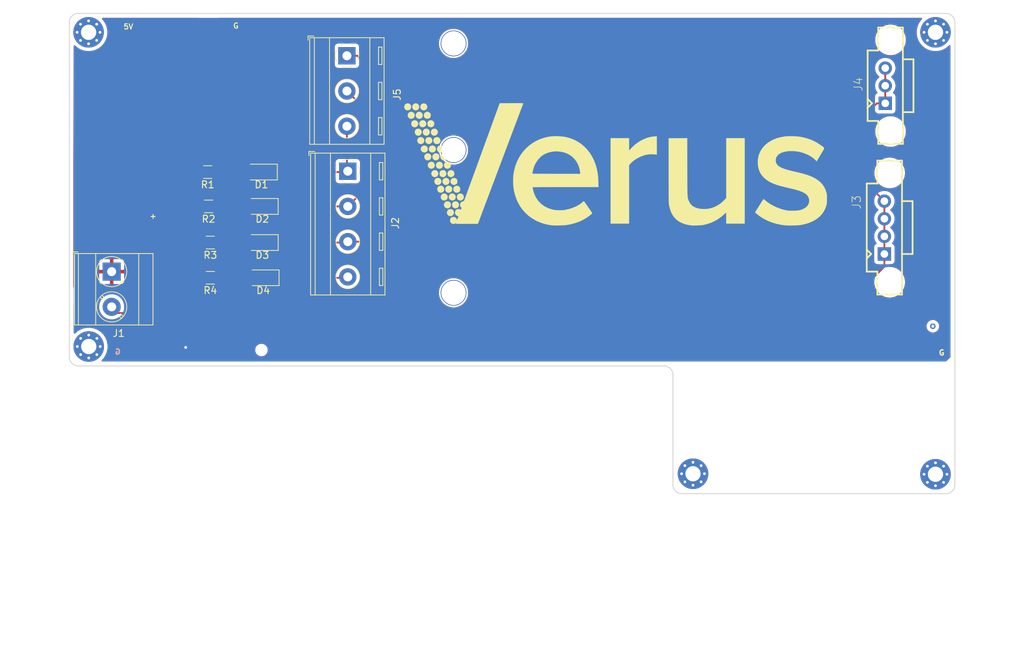
<source format=kicad_pcb>
(kicad_pcb (version 20171130) (host pcbnew "(5.1.5)-3")

  (general
    (thickness 1.6)
    (drawings 18)
    (tracks 51)
    (zones 0)
    (modules 20)
    (nets 11)
  )

  (page A4)
  (layers
    (0 F.Cu signal)
    (31 B.Cu signal)
    (32 B.Adhes user)
    (33 F.Adhes user)
    (34 B.Paste user)
    (35 F.Paste user)
    (36 B.SilkS user)
    (37 F.SilkS user)
    (38 B.Mask user)
    (39 F.Mask user)
    (40 Dwgs.User user)
    (41 Cmts.User user)
    (42 Eco1.User user)
    (43 Eco2.User user)
    (44 Edge.Cuts user)
    (45 Margin user)
    (46 B.CrtYd user)
    (47 F.CrtYd user)
    (48 B.Fab user)
    (49 F.Fab user)
  )

  (setup
    (last_trace_width 0.25)
    (trace_clearance 0.2)
    (zone_clearance 0.508)
    (zone_45_only no)
    (trace_min 0.2)
    (via_size 0.8)
    (via_drill 0.4)
    (via_min_size 0.4)
    (via_min_drill 0.3)
    (uvia_size 0.3)
    (uvia_drill 0.1)
    (uvias_allowed no)
    (uvia_min_size 0.2)
    (uvia_min_drill 0.1)
    (edge_width 0.05)
    (segment_width 0.2)
    (pcb_text_width 0.3)
    (pcb_text_size 1.5 1.5)
    (mod_edge_width 0.12)
    (mod_text_size 1 1)
    (mod_text_width 0.15)
    (pad_size 1.524 1.524)
    (pad_drill 0.762)
    (pad_to_mask_clearance 0.051)
    (solder_mask_min_width 0.25)
    (aux_axis_origin 0 0)
    (visible_elements 7FFFFFFF)
    (pcbplotparams
      (layerselection 0x010fc_ffffffff)
      (usegerberextensions false)
      (usegerberattributes false)
      (usegerberadvancedattributes false)
      (creategerberjobfile false)
      (excludeedgelayer true)
      (linewidth 0.100000)
      (plotframeref false)
      (viasonmask false)
      (mode 1)
      (useauxorigin false)
      (hpglpennumber 1)
      (hpglpenspeed 20)
      (hpglpendiameter 15.000000)
      (psnegative false)
      (psa4output false)
      (plotreference true)
      (plotvalue true)
      (plotinvisibletext false)
      (padsonsilk false)
      (subtractmaskfromsilk false)
      (outputformat 1)
      (mirror false)
      (drillshape 0)
      (scaleselection 1)
      (outputdirectory ""))
  )

  (net 0 "")
  (net 1 "Net-(D1-Pad1)")
  (net 2 "Net-(D1-Pad2)")
  (net 3 "Net-(D2-Pad1)")
  (net 4 "Net-(D3-Pad1)")
  (net 5 "Net-(D4-Pad1)")
  (net 6 "Net-(J1-Pad1)")
  (net 7 "Net-(J1-Pad2)")
  (net 8 "Net-(D2-Pad2)")
  (net 9 "Net-(D3-Pad2)")
  (net 10 "Net-(D4-Pad2)")

  (net_class Default "This is the default net class."
    (clearance 0.2)
    (trace_width 0.25)
    (via_dia 0.8)
    (via_drill 0.4)
    (uvia_dia 0.3)
    (uvia_drill 0.1)
    (add_net "Net-(D1-Pad1)")
    (add_net "Net-(D1-Pad2)")
    (add_net "Net-(D2-Pad1)")
    (add_net "Net-(D2-Pad2)")
    (add_net "Net-(D3-Pad1)")
    (add_net "Net-(D3-Pad2)")
    (add_net "Net-(D4-Pad1)")
    (add_net "Net-(D4-Pad2)")
    (add_net "Net-(J1-Pad1)")
    (add_net "Net-(J1-Pad2)")
  )

  (module MountingHole:MountingHole_2.2mm_M2_Pad_Via (layer F.Cu) (tedit 56DDB9C7) (tstamp 5E274C46)
    (at 96.7486 40.8178)
    (descr "Mounting Hole 2.2mm, M2")
    (tags "mounting hole 2.2mm m2")
    (attr virtual)
    (fp_text reference " " (at 0 -3.81) (layer F.SilkS)
      (effects (font (size 1 1) (thickness 0.15)))
    )
    (fp_text value MountingHole_2.2mm_M2_Pad_Via (at 0 3.2) (layer F.Fab)
      (effects (font (size 1 1) (thickness 0.15)))
    )
    (fp_circle (center 0 0) (end 2.45 0) (layer F.CrtYd) (width 0.05))
    (fp_circle (center 0 0) (end 2.2 0) (layer Cmts.User) (width 0.15))
    (fp_text user %R (at 0.3 0) (layer F.Fab)
      (effects (font (size 1 1) (thickness 0.15)))
    )
    (pad 1 thru_hole circle (at 1.166726 -1.166726) (size 0.7 0.7) (drill 0.4) (layers *.Cu *.Mask))
    (pad 1 thru_hole circle (at 0 -1.65) (size 0.7 0.7) (drill 0.4) (layers *.Cu *.Mask))
    (pad 1 thru_hole circle (at -1.166726 -1.166726) (size 0.7 0.7) (drill 0.4) (layers *.Cu *.Mask))
    (pad 1 thru_hole circle (at -1.65 0) (size 0.7 0.7) (drill 0.4) (layers *.Cu *.Mask))
    (pad 1 thru_hole circle (at -1.166726 1.166726) (size 0.7 0.7) (drill 0.4) (layers *.Cu *.Mask))
    (pad 1 thru_hole circle (at 0 1.65) (size 0.7 0.7) (drill 0.4) (layers *.Cu *.Mask))
    (pad 1 thru_hole circle (at 1.166726 1.166726) (size 0.7 0.7) (drill 0.4) (layers *.Cu *.Mask))
    (pad 1 thru_hole circle (at 1.65 0) (size 0.7 0.7) (drill 0.4) (layers *.Cu *.Mask))
    (pad 1 thru_hole circle (at 0 0) (size 4.4 4.4) (drill 2.2) (layers *.Cu *.Mask))
  )

  (module MountingHole:MountingHole_2.2mm_M2_Pad_Via (layer F.Cu) (tedit 56DDB9C7) (tstamp 5E274C46)
    (at 96.773 86.106)
    (descr "Mounting Hole 2.2mm, M2")
    (tags "mounting hole 2.2mm m2")
    (attr virtual)
    (fp_text reference " " (at 0 -3.81) (layer F.SilkS)
      (effects (font (size 1 1) (thickness 0.15)))
    )
    (fp_text value MountingHole_2.2mm_M2_Pad_Via (at 0 3.2) (layer F.Fab)
      (effects (font (size 1 1) (thickness 0.15)))
    )
    (fp_circle (center 0 0) (end 2.45 0) (layer F.CrtYd) (width 0.05))
    (fp_circle (center 0 0) (end 2.2 0) (layer Cmts.User) (width 0.15))
    (fp_text user %R (at 0.3 0) (layer F.Fab)
      (effects (font (size 1 1) (thickness 0.15)))
    )
    (pad 1 thru_hole circle (at 1.166726 -1.166726) (size 0.7 0.7) (drill 0.4) (layers *.Cu *.Mask))
    (pad 1 thru_hole circle (at 0 -1.65) (size 0.7 0.7) (drill 0.4) (layers *.Cu *.Mask))
    (pad 1 thru_hole circle (at -1.166726 -1.166726) (size 0.7 0.7) (drill 0.4) (layers *.Cu *.Mask))
    (pad 1 thru_hole circle (at -1.65 0) (size 0.7 0.7) (drill 0.4) (layers *.Cu *.Mask))
    (pad 1 thru_hole circle (at -1.166726 1.166726) (size 0.7 0.7) (drill 0.4) (layers *.Cu *.Mask))
    (pad 1 thru_hole circle (at 0 1.65) (size 0.7 0.7) (drill 0.4) (layers *.Cu *.Mask))
    (pad 1 thru_hole circle (at 1.166726 1.166726) (size 0.7 0.7) (drill 0.4) (layers *.Cu *.Mask))
    (pad 1 thru_hole circle (at 1.65 0) (size 0.7 0.7) (drill 0.4) (layers *.Cu *.Mask))
    (pad 1 thru_hole circle (at 0 0) (size 4.4 4.4) (drill 2.2) (layers *.Cu *.Mask))
  )

  (module MountingHole:MountingHole_2.2mm_M2_Pad_Via (layer F.Cu) (tedit 56DDB9C7) (tstamp 5E274C46)
    (at 183.8706 104.4448)
    (descr "Mounting Hole 2.2mm, M2")
    (tags "mounting hole 2.2mm m2")
    (attr virtual)
    (fp_text reference " " (at 0 -3.81) (layer F.SilkS)
      (effects (font (size 1 1) (thickness 0.15)))
    )
    (fp_text value MountingHole_2.2mm_M2_Pad_Via (at 0 3.2) (layer F.Fab)
      (effects (font (size 1 1) (thickness 0.15)))
    )
    (fp_circle (center 0 0) (end 2.45 0) (layer F.CrtYd) (width 0.05))
    (fp_circle (center 0 0) (end 2.2 0) (layer Cmts.User) (width 0.15))
    (fp_text user %R (at 0.3 0) (layer F.Fab)
      (effects (font (size 1 1) (thickness 0.15)))
    )
    (pad 1 thru_hole circle (at 1.166726 -1.166726) (size 0.7 0.7) (drill 0.4) (layers *.Cu *.Mask))
    (pad 1 thru_hole circle (at 0 -1.65) (size 0.7 0.7) (drill 0.4) (layers *.Cu *.Mask))
    (pad 1 thru_hole circle (at -1.166726 -1.166726) (size 0.7 0.7) (drill 0.4) (layers *.Cu *.Mask))
    (pad 1 thru_hole circle (at -1.65 0) (size 0.7 0.7) (drill 0.4) (layers *.Cu *.Mask))
    (pad 1 thru_hole circle (at -1.166726 1.166726) (size 0.7 0.7) (drill 0.4) (layers *.Cu *.Mask))
    (pad 1 thru_hole circle (at 0 1.65) (size 0.7 0.7) (drill 0.4) (layers *.Cu *.Mask))
    (pad 1 thru_hole circle (at 1.166726 1.166726) (size 0.7 0.7) (drill 0.4) (layers *.Cu *.Mask))
    (pad 1 thru_hole circle (at 1.65 0) (size 0.7 0.7) (drill 0.4) (layers *.Cu *.Mask))
    (pad 1 thru_hole circle (at 0 0) (size 4.4 4.4) (drill 2.2) (layers *.Cu *.Mask))
  )

  (module MountingHole:MountingHole_2.2mm_M2_Pad_Via (layer F.Cu) (tedit 56DDB9C7) (tstamp 5E274C46)
    (at 218.82 104.521)
    (descr "Mounting Hole 2.2mm, M2")
    (tags "mounting hole 2.2mm m2")
    (attr virtual)
    (fp_text reference " " (at 0 -3.81) (layer F.SilkS)
      (effects (font (size 1 1) (thickness 0.15)))
    )
    (fp_text value MountingHole_2.2mm_M2_Pad_Via (at 0 3.2) (layer F.Fab)
      (effects (font (size 1 1) (thickness 0.15)))
    )
    (fp_circle (center 0 0) (end 2.45 0) (layer F.CrtYd) (width 0.05))
    (fp_circle (center 0 0) (end 2.2 0) (layer Cmts.User) (width 0.15))
    (fp_text user %R (at 0.3 0) (layer F.Fab)
      (effects (font (size 1 1) (thickness 0.15)))
    )
    (pad 1 thru_hole circle (at 1.166726 -1.166726) (size 0.7 0.7) (drill 0.4) (layers *.Cu *.Mask))
    (pad 1 thru_hole circle (at 0 -1.65) (size 0.7 0.7) (drill 0.4) (layers *.Cu *.Mask))
    (pad 1 thru_hole circle (at -1.166726 -1.166726) (size 0.7 0.7) (drill 0.4) (layers *.Cu *.Mask))
    (pad 1 thru_hole circle (at -1.65 0) (size 0.7 0.7) (drill 0.4) (layers *.Cu *.Mask))
    (pad 1 thru_hole circle (at -1.166726 1.166726) (size 0.7 0.7) (drill 0.4) (layers *.Cu *.Mask))
    (pad 1 thru_hole circle (at 0 1.65) (size 0.7 0.7) (drill 0.4) (layers *.Cu *.Mask))
    (pad 1 thru_hole circle (at 1.166726 1.166726) (size 0.7 0.7) (drill 0.4) (layers *.Cu *.Mask))
    (pad 1 thru_hole circle (at 1.65 0) (size 0.7 0.7) (drill 0.4) (layers *.Cu *.Mask))
    (pad 1 thru_hole circle (at 0 0) (size 4.4 4.4) (drill 2.2) (layers *.Cu *.Mask))
  )

  (module MountingHole:MountingHole_2.2mm_M2_Pad_Via (layer F.Cu) (tedit 56DDB9C7) (tstamp 5E274C46)
    (at 218.821 40.8178)
    (descr "Mounting Hole 2.2mm, M2")
    (tags "mounting hole 2.2mm m2")
    (attr virtual)
    (fp_text reference " " (at 0 -3.81) (layer F.SilkS)
      (effects (font (size 1 1) (thickness 0.15)))
    )
    (fp_text value MountingHole_2.2mm_M2_Pad_Via (at 0 3.2) (layer F.Fab)
      (effects (font (size 1 1) (thickness 0.15)))
    )
    (fp_circle (center 0 0) (end 2.45 0) (layer F.CrtYd) (width 0.05))
    (fp_circle (center 0 0) (end 2.2 0) (layer Cmts.User) (width 0.15))
    (fp_text user %R (at 0.3 0) (layer F.Fab)
      (effects (font (size 1 1) (thickness 0.15)))
    )
    (pad 1 thru_hole circle (at 1.166726 -1.166726) (size 0.7 0.7) (drill 0.4) (layers *.Cu *.Mask))
    (pad 1 thru_hole circle (at 0 -1.65) (size 0.7 0.7) (drill 0.4) (layers *.Cu *.Mask))
    (pad 1 thru_hole circle (at -1.166726 -1.166726) (size 0.7 0.7) (drill 0.4) (layers *.Cu *.Mask))
    (pad 1 thru_hole circle (at -1.65 0) (size 0.7 0.7) (drill 0.4) (layers *.Cu *.Mask))
    (pad 1 thru_hole circle (at -1.166726 1.166726) (size 0.7 0.7) (drill 0.4) (layers *.Cu *.Mask))
    (pad 1 thru_hole circle (at 0 1.65) (size 0.7 0.7) (drill 0.4) (layers *.Cu *.Mask))
    (pad 1 thru_hole circle (at 1.166726 1.166726) (size 0.7 0.7) (drill 0.4) (layers *.Cu *.Mask))
    (pad 1 thru_hole circle (at 1.65 0) (size 0.7 0.7) (drill 0.4) (layers *.Cu *.Mask))
    (pad 1 thru_hole circle (at 0 0) (size 4.4 4.4) (drill 2.2) (layers *.Cu *.Mask))
  )

  (module LogoLibrary:HighResSilkScreen (layer F.Cu) (tedit 0) (tstamp 5E287A36)
    (at 172.72 59.817)
    (fp_text reference G*** (at 0 0) (layer F.SilkS) hide
      (effects (font (size 1.524 1.524) (thickness 0.3)))
    )
    (fp_text value LOGO (at 0.75 0) (layer F.SilkS) hide
      (effects (font (size 1.524 1.524) (thickness 0.3)))
    )
    (fp_poly (pts (xy -27.53463 -8.740243) (xy -27.411457 -8.700916) (xy -27.378766 -8.680706) (xy -27.244491 -8.547636)
      (xy -27.16666 -8.396092) (xy -27.14505 -8.236202) (xy -27.179439 -8.078093) (xy -27.269602 -7.931893)
      (xy -27.397764 -7.819194) (xy -27.539513 -7.758805) (xy -27.697455 -7.747464) (xy -27.848585 -7.785206)
      (xy -27.908573 -7.818438) (xy -28.036792 -7.924602) (xy -28.111887 -8.039931) (xy -28.143625 -8.182357)
      (xy -28.146375 -8.255) (xy -28.130546 -8.412613) (xy -28.076234 -8.536252) (xy -27.973201 -8.645898)
      (xy -27.927773 -8.681664) (xy -27.818568 -8.730661) (xy -27.678927 -8.750173) (xy -27.53463 -8.740243)) (layer F.SilkS) (width 0.01))
    (fp_poly (pts (xy -28.652785 -8.736034) (xy -28.514921 -8.662463) (xy -28.409771 -8.552757) (xy -28.3409 -8.417907)
      (xy -28.311875 -8.268904) (xy -28.326259 -8.116741) (xy -28.387619 -7.972407) (xy -28.499518 -7.846894)
      (xy -28.518121 -7.832416) (xy -28.63414 -7.778365) (xy -28.780281 -7.754584) (xy -28.930018 -7.762645)
      (xy -29.050618 -7.800805) (xy -29.17955 -7.90141) (xy -29.274712 -8.044764) (xy -29.321621 -8.194432)
      (xy -29.317185 -8.345402) (xy -29.260268 -8.489418) (xy -29.161668 -8.614258) (xy -29.032184 -8.707695)
      (xy -28.882614 -8.757508) (xy -28.819798 -8.762478) (xy -28.652785 -8.736034)) (layer F.SilkS) (width 0.01))
    (fp_poly (pts (xy -29.853362 -8.740658) (xy -29.730835 -8.701761) (xy -29.698478 -8.681664) (xy -29.577504 -8.572267)
      (xy -29.50856 -8.455337) (xy -29.481409 -8.310895) (xy -29.479875 -8.255) (xy -29.50618 -8.072376)
      (xy -29.582759 -7.927272) (xy -29.706114 -7.823436) (xy -29.872746 -7.764615) (xy -29.946871 -7.754831)
      (xy -30.062144 -7.752274) (xy -30.146507 -7.771764) (xy -30.225245 -7.816365) (xy -30.366642 -7.944702)
      (xy -30.452239 -8.093146) (xy -30.481783 -8.251906) (xy -30.455025 -8.41119) (xy -30.371711 -8.561206)
      (xy -30.247485 -8.680706) (xy -30.137466 -8.730086) (xy -29.997499 -8.750085) (xy -29.853362 -8.740658)) (layer F.SilkS) (width 0.01))
    (fp_poly (pts (xy -27.044002 -7.535772) (xy -26.92316 -7.482631) (xy -26.808928 -7.410644) (xy -26.726509 -7.333375)
      (xy -26.722988 -7.328678) (xy -26.658649 -7.19013) (xy -26.642105 -7.031829) (xy -26.670333 -6.872093)
      (xy -26.740308 -6.729244) (xy -26.838526 -6.62879) (xy -26.95985 -6.573649) (xy -27.111137 -6.547968)
      (xy -27.265183 -6.553565) (xy -27.393689 -6.591696) (xy -27.473003 -6.651906) (xy -27.552031 -6.742129)
      (xy -27.580147 -6.784757) (xy -27.632372 -6.890173) (xy -27.650802 -6.986278) (xy -27.646704 -7.084115)
      (xy -27.625021 -7.197087) (xy -27.588041 -7.297301) (xy -27.569513 -7.328678) (xy -27.48992 -7.405826)
      (xy -27.376939 -7.478542) (xy -27.255771 -7.533259) (xy -27.151622 -7.556411) (xy -27.146251 -7.5565)
      (xy -27.044002 -7.535772)) (layer F.SilkS) (width 0.01))
    (fp_poly (pts (xy -29.382229 -7.537198) (xy -29.230874 -7.480231) (xy -29.101826 -7.381646) (xy -29.007379 -7.251737)
      (xy -28.959825 -7.100802) (xy -28.956523 -7.050587) (xy -28.97927 -6.918125) (xy -29.03946 -6.779575)
      (xy -29.123291 -6.662716) (xy -29.170005 -6.620924) (xy -29.282066 -6.571644) (xy -29.445027 -6.54685)
      (xy -29.447356 -6.546705) (xy -29.567193 -6.54416) (xy -29.65075 -6.55823) (xy -29.724261 -6.594391)
      (xy -29.746524 -6.609157) (xy -29.870579 -6.727437) (xy -29.944822 -6.868514) (xy -29.971762 -7.020857)
      (xy -29.953905 -7.172934) (xy -29.893759 -7.313214) (xy -29.793833 -7.430168) (xy -29.656634 -7.512263)
      (xy -29.543599 -7.542252) (xy -29.382229 -7.537198)) (layer F.SilkS) (width 0.01))
    (fp_poly (pts (xy -28.119941 -7.509554) (xy -27.969644 -7.406584) (xy -27.965276 -7.40254) (xy -27.861443 -7.26935)
      (xy -27.810555 -7.12281) (xy -27.807494 -6.973052) (xy -27.847146 -6.83021) (xy -27.924392 -6.704416)
      (xy -28.034118 -6.605802) (xy -28.171205 -6.544501) (xy -28.330538 -6.530646) (xy -28.400375 -6.540875)
      (xy -28.56494 -6.605677) (xy -28.697915 -6.716999) (xy -28.78747 -6.863281) (xy -28.811588 -6.942656)
      (xy -28.81456 -7.100097) (xy -28.764231 -7.253675) (xy -28.669827 -7.388474) (xy -28.540578 -7.489577)
      (xy -28.449396 -7.528084) (xy -28.27928 -7.549904) (xy -28.119941 -7.509554)) (layer F.SilkS) (width 0.01))
    (fp_poly (pts (xy -26.502573 -6.309691) (xy -26.367066 -6.247729) (xy -26.253861 -6.150026) (xy -26.173516 -6.020573)
      (xy -26.136591 -5.863362) (xy -26.137946 -5.773084) (xy -26.181998 -5.60536) (xy -26.271826 -5.470099)
      (xy -26.396376 -5.373456) (xy -26.544594 -5.321583) (xy -26.705426 -5.320636) (xy -26.858642 -5.371891)
      (xy -26.997038 -5.461095) (xy -27.081864 -5.564403) (xy -27.122746 -5.697705) (xy -27.130375 -5.820516)
      (xy -27.12393 -5.950468) (xy -27.100415 -6.043255) (xy -27.056435 -6.120292) (xy -26.937312 -6.241212)
      (xy -26.798255 -6.310424) (xy -26.649822 -6.33192) (xy -26.502573 -6.309691)) (layer F.SilkS) (width 0.01))
    (fp_poly (pts (xy -27.688291 -6.318908) (xy -27.516485 -6.242528) (xy -27.393962 -6.127611) (xy -27.323074 -5.977139)
      (xy -27.305119 -5.832486) (xy -27.315214 -5.718955) (xy -27.340685 -5.615961) (xy -27.352592 -5.588065)
      (xy -27.447986 -5.464964) (xy -27.580983 -5.373654) (xy -27.733337 -5.322077) (xy -27.886799 -5.318175)
      (xy -27.942745 -5.331205) (xy -28.10212 -5.412149) (xy -28.221216 -5.534206) (xy -28.292903 -5.686252)
      (xy -28.310053 -5.85716) (xy -28.3056 -5.897527) (xy -28.254881 -6.045877) (xy -28.158667 -6.172541)
      (xy -28.030662 -6.268166) (xy -27.884568 -6.323399) (xy -27.734089 -6.328885) (xy -27.688291 -6.318908)) (layer F.SilkS) (width 0.01))
    (fp_poly (pts (xy -28.895519 -6.317184) (xy -28.752696 -6.275673) (xy -28.625813 -6.19761) (xy -28.525763 -6.085785)
      (xy -28.463437 -5.942982) (xy -28.448 -5.816264) (xy -28.475614 -5.679746) (xy -28.549313 -5.543111)
      (xy -28.655387 -5.427613) (xy -28.732481 -5.375362) (xy -28.875192 -5.318004) (xy -29.007363 -5.310146)
      (xy -29.130625 -5.340548) (xy -29.277883 -5.422857) (xy -29.385931 -5.545656) (xy -29.449758 -5.695933)
      (xy -29.464356 -5.860674) (xy -29.424713 -6.026868) (xy -29.408389 -6.061994) (xy -29.310718 -6.194551)
      (xy -29.185422 -6.27941) (xy -29.043392 -6.319359) (xy -28.895519 -6.317184)) (layer F.SilkS) (width 0.01))
    (fp_poly (pts (xy -25.9614 -5.083078) (xy -25.823615 -5.004901) (xy -25.716799 -4.888982) (xy -25.648421 -4.747079)
      (xy -25.625951 -4.590955) (xy -25.656856 -4.432371) (xy -25.670721 -4.400078) (xy -25.764642 -4.267289)
      (xy -25.895628 -4.168732) (xy -26.047779 -4.111021) (xy -26.205194 -4.10077) (xy -26.320734 -4.129694)
      (xy -26.467697 -4.219997) (xy -26.567641 -4.33984) (xy -26.622714 -4.478579) (xy -26.635062 -4.625567)
      (xy -26.606833 -4.770161) (xy -26.540172 -4.901715) (xy -26.437227 -5.009586) (xy -26.300144 -5.083126)
      (xy -26.13107 -5.111693) (xy -26.122685 -5.11175) (xy -25.9614 -5.083078)) (layer F.SilkS) (width 0.01))
    (fp_poly (pts (xy -27.130561 -5.084889) (xy -26.981159 -5.008721) (xy -26.871744 -4.889868) (xy -26.809222 -4.734954)
      (xy -26.797 -4.616951) (xy -26.824386 -4.44726) (xy -26.8994 -4.304252) (xy -27.011325 -4.194401)
      (xy -27.149446 -4.124184) (xy -27.303048 -4.100073) (xy -27.461414 -4.128546) (xy -27.542478 -4.166506)
      (xy -27.641109 -4.243568) (xy -27.727076 -4.34249) (xy -27.742245 -4.366273) (xy -27.799121 -4.520796)
      (xy -27.80093 -4.678327) (xy -27.754389 -4.827204) (xy -27.666211 -4.955762) (xy -27.543112 -5.052338)
      (xy -27.391807 -5.105268) (xy -27.313041 -5.11175) (xy -27.130561 -5.084889)) (layer F.SilkS) (width 0.01))
    (fp_poly (pts (xy -28.356502 -5.102689) (xy -28.204856 -5.046833) (xy -28.078876 -4.94713) (xy -27.989957 -4.8094)
      (xy -27.954249 -4.683349) (xy -27.959307 -4.521423) (xy -28.016522 -4.369851) (xy -28.115617 -4.240855)
      (xy -28.246314 -4.146653) (xy -28.398335 -4.099468) (xy -28.448 -4.096298) (xy -28.548251 -4.110664)
      (xy -28.66032 -4.147022) (xy -28.688548 -4.159865) (xy -28.818492 -4.255473) (xy -28.905673 -4.383751)
      (xy -28.950054 -4.531576) (xy -28.951594 -4.685825) (xy -28.910256 -4.833378) (xy -28.826001 -4.961111)
      (xy -28.698789 -5.055903) (xy -28.691203 -5.059588) (xy -28.522417 -5.10888) (xy -28.356502 -5.102689)) (layer F.SilkS) (width 0.01))
    (fp_poly (pts (xy -25.636067 -3.884472) (xy -25.497644 -3.826368) (xy -25.378512 -3.721974) (xy -25.312688 -3.62058)
      (xy -25.270022 -3.519749) (xy -25.244481 -3.427921) (xy -25.24125 -3.39725) (xy -25.264068 -3.285283)
      (xy -25.323235 -3.158769) (xy -25.40482 -3.041947) (xy -25.492008 -2.960944) (xy -25.618977 -2.908228)
      (xy -25.772336 -2.890273) (xy -25.924002 -2.909206) (xy -25.970848 -2.924685) (xy -26.110864 -3.012636)
      (xy -26.208319 -3.144) (xy -26.258577 -3.311263) (xy -26.264577 -3.40102) (xy -26.238084 -3.568149)
      (xy -26.165832 -3.70399) (xy -26.058663 -3.806043) (xy -25.927418 -3.871809) (xy -25.782939 -3.898785)
      (xy -25.636067 -3.884472)) (layer F.SilkS) (width 0.01))
    (fp_poly (pts (xy -26.741376 -3.863071) (xy -26.596272 -3.786492) (xy -26.492436 -3.663137) (xy -26.433615 -3.496505)
      (xy -26.423831 -3.42238) (xy -26.421274 -3.307107) (xy -26.440764 -3.222744) (xy -26.485365 -3.144006)
      (xy -26.614496 -3.000366) (xy -26.766041 -2.915065) (xy -26.924 -2.88925) (xy -27.081777 -2.912448)
      (xy -27.180487 -2.961444) (xy -27.320767 -3.083093) (xy -27.401597 -3.221444) (xy -27.426101 -3.38241)
      (xy -27.42417 -3.42238) (xy -27.383483 -3.604576) (xy -27.296352 -3.744829) (xy -27.166525 -3.839639)
      (xy -26.997752 -3.885506) (xy -26.924 -3.889375) (xy -26.741376 -3.863071)) (layer F.SilkS) (width 0.01))
    (fp_poly (pts (xy -27.939078 -3.878247) (xy -27.79817 -3.806657) (xy -27.682523 -3.704609) (xy -27.648986 -3.658607)
      (xy -27.589368 -3.505594) (xy -27.583181 -3.340371) (xy -27.627115 -3.179236) (xy -27.71786 -3.038489)
      (xy -27.787871 -2.974666) (xy -27.893196 -2.926053) (xy -28.031441 -2.900744) (xy -28.175643 -2.900917)
      (xy -28.298837 -2.928754) (xy -28.307818 -2.932621) (xy -28.430663 -3.019431) (xy -28.526852 -3.146543)
      (xy -28.586039 -3.294502) (xy -28.597881 -3.443849) (xy -28.593928 -3.470757) (xy -28.533627 -3.633138)
      (xy -28.426561 -3.766378) (xy -28.285134 -3.859979) (xy -28.121749 -3.903445) (xy -28.080526 -3.90525)
      (xy -27.939078 -3.878247)) (layer F.SilkS) (width 0.01))
    (fp_poly (pts (xy -25.036009 -2.6317) (xy -24.899241 -2.534421) (xy -24.799073 -2.401718) (xy -24.76251 -2.308503)
      (xy -24.746912 -2.14224) (xy -24.785281 -1.988762) (xy -24.868218 -1.856722) (xy -24.986325 -1.754775)
      (xy -25.130202 -1.691576) (xy -25.290451 -1.675778) (xy -25.421121 -1.702051) (xy -25.56907 -1.783825)
      (xy -25.679892 -1.908208) (xy -25.746194 -2.0617) (xy -25.76058 -2.2308) (xy -25.749671 -2.301875)
      (xy -25.695839 -2.423692) (xy -25.600731 -2.540249) (xy -25.48334 -2.632909) (xy -25.362659 -2.683034)
      (xy -25.360901 -2.683371) (xy -25.194765 -2.684401) (xy -25.036009 -2.6317)) (layer F.SilkS) (width 0.01))
    (fp_poly (pts (xy -26.313752 -2.678022) (xy -26.19291 -2.624881) (xy -26.078678 -2.552894) (xy -25.996259 -2.475625)
      (xy -25.992738 -2.470928) (xy -25.95233 -2.387473) (xy -25.922501 -2.275964) (xy -25.915696 -2.227917)
      (xy -25.927421 -2.053734) (xy -25.991645 -1.902939) (xy -26.099166 -1.783911) (xy -26.240783 -1.70503)
      (xy -26.407292 -1.674678) (xy -26.514027 -1.68302) (xy -26.677232 -1.740644) (xy -26.803608 -1.844991)
      (xy -26.886367 -1.986834) (xy -26.918717 -2.15695) (xy -26.916169 -2.229334) (xy -26.894323 -2.341713)
      (xy -26.856901 -2.441418) (xy -26.839263 -2.470928) (xy -26.75967 -2.548076) (xy -26.646689 -2.620792)
      (xy -26.525521 -2.675509) (xy -26.421372 -2.698661) (xy -26.416 -2.69875) (xy -26.313752 -2.678022)) (layer F.SilkS) (width 0.01))
    (fp_poly (pts (xy -27.489317 -2.678183) (xy -27.333543 -2.620595) (xy -27.210126 -2.524513) (xy -27.147877 -2.45282)
      (xy -27.113221 -2.384464) (xy -27.096356 -2.294039) (xy -27.090455 -2.214337) (xy -27.088912 -2.085425)
      (xy -27.10469 -1.994187) (xy -27.14208 -1.916152) (xy -27.143011 -1.914663) (xy -27.260017 -1.782907)
      (xy -27.40838 -1.701224) (xy -27.576028 -1.675089) (xy -27.65425 -1.682856) (xy -27.824937 -1.740982)
      (xy -27.957769 -1.841299) (xy -28.047228 -1.973532) (xy -28.087799 -2.127406) (xy -28.073966 -2.292647)
      (xy -28.03642 -2.39471) (xy -27.93541 -2.538824) (xy -27.802433 -2.635384) (xy -27.649675 -2.682475)
      (xy -27.489317 -2.678183)) (layer F.SilkS) (width 0.01))
    (fp_poly (pts (xy -24.631538 -1.532857) (xy -24.498786 -1.491661) (xy -24.454959 -1.465935) (xy -24.331652 -1.341414)
      (xy -24.261648 -1.183466) (xy -24.245312 -1.045502) (xy -24.272779 -0.877979) (xy -24.349211 -0.737891)
      (xy -24.46372 -0.631472) (xy -24.605415 -0.564951) (xy -24.763407 -0.544562) (xy -24.926808 -0.576535)
      (xy -25.003125 -0.611841) (xy -25.109299 -0.698415) (xy -25.199019 -0.819977) (xy -25.257844 -0.953197)
      (xy -25.273 -1.04775) (xy -25.251878 -1.151668) (xy -25.197553 -1.273651) (xy -25.123585 -1.38881)
      (xy -25.043537 -1.472253) (xy -25.040485 -1.474517) (xy -24.926864 -1.524644) (xy -24.78239 -1.543971)
      (xy -24.631538 -1.532857)) (layer F.SilkS) (width 0.01))
    (fp_poly (pts (xy -25.801475 -1.546237) (xy -25.659133 -1.487959) (xy -25.653678 -1.484313) (xy -25.525459 -1.378149)
      (xy -25.450364 -1.26282) (xy -25.418626 -1.120394) (xy -25.415875 -1.04775) (xy -25.432461 -0.887381)
      (xy -25.488986 -0.761892) (xy -25.595607 -0.651195) (xy -25.629785 -0.624591) (xy -25.728689 -0.578984)
      (xy -25.859769 -0.553479) (xy -25.994006 -0.551229) (xy -26.098484 -0.573694) (xy -26.244858 -0.666727)
      (xy -26.348616 -0.797298) (xy -26.405232 -0.952244) (xy -26.410182 -1.1184) (xy -26.358938 -1.282603)
      (xy -26.348758 -1.301622) (xy -26.24646 -1.426232) (xy -26.110744 -1.511273) (xy -25.957214 -1.552642)
      (xy -25.801475 -1.546237)) (layer F.SilkS) (width 0.01))
    (fp_poly (pts (xy -26.851538 -1.50341) (xy -26.830685 -1.493237) (xy -26.701749 -1.395629) (xy -26.617338 -1.265762)
      (xy -26.577479 -1.116676) (xy -26.582199 -0.961413) (xy -26.631525 -0.813012) (xy -26.725482 -0.684515)
      (xy -26.828879 -0.606993) (xy -26.956116 -0.559632) (xy -27.099272 -0.542061) (xy -27.226792 -0.557671)
      (xy -27.2415 -0.562659) (xy -27.389699 -0.64842) (xy -27.498194 -0.771743) (xy -27.563013 -0.919633)
      (xy -27.580186 -1.079096) (xy -27.54574 -1.237137) (xy -27.481907 -1.349206) (xy -27.350473 -1.474587)
      (xy -27.195579 -1.543413) (xy -27.026256 -1.553686) (xy -26.851538 -1.50341)) (layer F.SilkS) (width 0.01))
    (fp_poly (pts (xy -24.062169 -0.312382) (xy -24.004935 -0.286737) (xy -23.868673 -0.185118) (xy -23.783316 -0.045838)
      (xy -23.749568 0.129877) (xy -23.749 0.15875) (xy -23.768859 0.325492) (xy -23.8157 0.433801)
      (xy -23.923663 0.551822) (xy -24.067726 0.629636) (xy -24.231276 0.662447) (xy -24.3977 0.645457)
      (xy -24.466068 0.62162) (xy -24.59407 0.533683) (xy -24.689766 0.404868) (xy -24.744881 0.252977)
      (xy -24.75114 0.095808) (xy -24.73829 0.036048) (xy -24.659546 -0.131412) (xy -24.54271 -0.254321)
      (xy -24.397634 -0.328344) (xy -24.23417 -0.349143) (xy -24.062169 -0.312382)) (layer F.SilkS) (width 0.01))
    (fp_poly (pts (xy -25.163631 -0.284718) (xy -25.027249 -0.174566) (xy -24.999373 -0.140778) (xy -24.943382 -0.055061)
      (xy -24.915922 0.029905) (xy -24.907952 0.144027) (xy -24.907875 0.161887) (xy -24.92475 0.320725)
      (xy -24.982035 0.445896) (xy -25.089727 0.556966) (xy -25.122833 0.582691) (xy -25.243644 0.638835)
      (xy -25.39221 0.659808) (xy -25.542871 0.644776) (xy -25.658492 0.600107) (xy -25.78632 0.491111)
      (xy -25.867721 0.352933) (xy -25.902763 0.198711) (xy -25.891515 0.041583) (xy -25.834046 -0.105313)
      (xy -25.730424 -0.228839) (xy -25.653872 -0.282008) (xy -25.489185 -0.34108) (xy -25.32169 -0.341103)
      (xy -25.163631 -0.284718)) (layer F.SilkS) (width 0.01))
    (fp_poly (pts (xy -26.387547 -0.310444) (xy -26.255999 -0.235894) (xy -26.151504 -0.124573) (xy -26.08508 0.019576)
      (xy -26.06675 0.15875) (xy -26.095211 0.326478) (xy -26.173261 0.468076) (xy -26.289903 0.576426)
      (xy -26.434141 0.644411) (xy -26.594978 0.664915) (xy -26.761416 0.63082) (xy -26.7827 0.62209)
      (xy -26.920093 0.5306) (xy -27.016477 0.402098) (xy -27.06861 0.250621) (xy -27.073247 0.090208)
      (xy -27.027144 -0.065105) (xy -26.963907 -0.162133) (xy -26.834329 -0.27407) (xy -26.68773 -0.333473)
      (xy -26.53513 -0.344284) (xy -26.387547 -0.310444)) (layer F.SilkS) (width 0.01))
    (fp_poly (pts (xy -23.546004 0.897995) (xy -23.405248 0.982819) (xy -23.321932 1.072268) (xy -23.270153 1.185447)
      (xy -23.247172 1.329804) (xy -23.254127 1.479356) (xy -23.29216 1.608123) (xy -23.297931 1.61925)
      (xy -23.396522 1.739109) (xy -23.531955 1.823328) (xy -23.687111 1.867123) (xy -23.844872 1.865712)
      (xy -23.988117 1.814312) (xy -23.990664 1.812773) (xy -24.130324 1.694749) (xy -24.216915 1.54833)
      (xy -24.247081 1.383017) (xy -24.217466 1.208311) (xy -24.210743 1.189786) (xy -24.124135 1.041411)
      (xy -24.002017 0.936413) (xy -23.856729 0.876424) (xy -23.700612 0.863074) (xy -23.546004 0.897995)) (layer F.SilkS) (width 0.01))
    (fp_poly (pts (xy -24.655284 0.915257) (xy -24.610561 0.942929) (xy -24.508004 1.050232) (xy -24.43208 1.192123)
      (xy -24.3943 1.343226) (xy -24.393903 1.420609) (xy -24.437095 1.568442) (xy -24.525688 1.706417)
      (xy -24.643338 1.81054) (xy -24.669815 1.825658) (xy -24.799252 1.864102) (xy -24.951795 1.868083)
      (xy -25.097433 1.837933) (xy -25.139073 1.820447) (xy -25.264575 1.733582) (xy -25.34333 1.615458)
      (xy -25.380049 1.457326) (xy -25.384125 1.36525) (xy -25.370826 1.200839) (xy -25.324855 1.079944)
      (xy -25.237103 0.987116) (xy -25.120015 0.917327) (xy -24.96411 0.869432) (xy -24.80199 0.869104)
      (xy -24.655284 0.915257)) (layer F.SilkS) (width 0.01))
    (fp_poly (pts (xy -25.989826 0.866344) (xy -25.852415 0.910312) (xy -25.731943 0.989886) (xy -25.636805 1.098647)
      (xy -25.575395 1.230178) (xy -25.556109 1.378059) (xy -25.587343 1.535873) (xy -25.625993 1.619121)
      (xy -25.732166 1.74749) (xy -25.873868 1.832527) (xy -26.036127 1.869398) (xy -26.203972 1.85327)
      (xy -26.2747 1.82859) (xy -26.414792 1.736453) (xy -26.51131 1.609081) (xy -26.561938 1.459505)
      (xy -26.564361 1.300762) (xy -26.516261 1.145884) (xy -26.419736 1.012264) (xy -26.281881 0.910902)
      (xy -26.135779 0.864401) (xy -25.989826 0.866344)) (layer F.SilkS) (width 0.01))
    (fp_poly (pts (xy -23.139229 2.009689) (xy -23.051332 2.049706) (xy -22.926492 2.142306) (xy -22.851133 2.252062)
      (xy -22.816815 2.394614) (xy -22.812375 2.492375) (xy -22.818616 2.624685) (xy -22.840704 2.716438)
      (xy -22.879194 2.783734) (xy -23.003455 2.902611) (xy -23.157312 2.976721) (xy -23.323359 2.999473)
      (xy -23.41629 2.987057) (xy -23.574208 2.918657) (xy -23.699697 2.804957) (xy -23.782535 2.658719)
      (xy -23.8125 2.492706) (xy -23.8125 2.492375) (xy -23.784134 2.329714) (xy -23.706766 2.190947)
      (xy -23.591995 2.082816) (xy -23.451416 2.012066) (xy -23.296629 1.985442) (xy -23.139229 2.009689)) (layer F.SilkS) (width 0.01))
    (fp_poly (pts (xy -24.330227 1.999303) (xy -24.175757 2.076306) (xy -24.107633 2.133542) (xy -24.005022 2.269912)
      (xy -23.957304 2.417201) (xy -23.959238 2.565934) (xy -24.005583 2.706635) (xy -24.091096 2.829827)
      (xy -24.210536 2.926035) (xy -24.358661 2.985782) (xy -24.53023 2.999593) (xy -24.583417 2.993684)
      (xy -24.657313 2.964111) (xy -24.747282 2.903888) (xy -24.794431 2.863234) (xy -24.909455 2.716558)
      (xy -24.964319 2.55838) (xy -24.958997 2.396983) (xy -24.893462 2.240651) (xy -24.796759 2.123933)
      (xy -24.650357 2.022982) (xy -24.491636 1.981484) (xy -24.330227 1.999303)) (layer F.SilkS) (width 0.01))
    (fp_poly (pts (xy -25.406603 2.035377) (xy -25.277682 2.122708) (xy -25.186228 2.240144) (xy -25.126667 2.400625)
      (xy -25.122687 2.558697) (xy -25.166718 2.705327) (xy -25.251188 2.83148) (xy -25.368526 2.928124)
      (xy -25.511159 2.986225) (xy -25.671517 2.99675) (xy -25.796875 2.968691) (xy -25.946766 2.884866)
      (xy -26.054898 2.75892) (xy -26.115681 2.600927) (xy -26.123525 2.420959) (xy -26.119071 2.388157)
      (xy -26.066362 2.234309) (xy -25.971567 2.115995) (xy -25.846441 2.035079) (xy -25.702735 1.993428)
      (xy -25.552205 1.992906) (xy -25.406603 2.035377)) (layer F.SilkS) (width 0.01))
    (fp_poly (pts (xy -22.7415 3.133367) (xy -22.637428 3.182937) (xy -22.509209 3.289101) (xy -22.434114 3.40443)
      (xy -22.402376 3.546856) (xy -22.399625 3.6195) (xy -22.416211 3.779869) (xy -22.472736 3.905358)
      (xy -22.579357 4.016055) (xy -22.613535 4.042659) (xy -22.720051 4.091779) (xy -22.857598 4.115691)
      (xy -22.997929 4.111957) (xy -23.0997 4.084598) (xy -23.202535 4.016116) (xy -23.299251 3.916094)
      (xy -23.369261 3.807868) (xy -23.387801 3.758038) (xy -23.398864 3.636752) (xy -23.383439 3.499701)
      (xy -23.346448 3.376961) (xy -23.316763 3.323792) (xy -23.199739 3.21183) (xy -23.053695 3.140459)
      (xy -22.89537 3.113148) (xy -22.7415 3.133367)) (layer F.SilkS) (width 0.01))
    (fp_poly (pts (xy -23.885162 3.14141) (xy -23.731589 3.225764) (xy -23.627157 3.336976) (xy -23.583858 3.412364)
      (xy -23.564178 3.490481) (xy -23.56264 3.597563) (xy -23.564705 3.636144) (xy -23.591119 3.803917)
      (xy -23.652298 3.927872) (xy -23.757025 4.022135) (xy -23.830462 4.063538) (xy -23.999618 4.118981)
      (xy -24.162451 4.112193) (xy -24.304625 4.055409) (xy -24.437426 3.950493) (xy -24.521106 3.82018)
      (xy -24.558511 3.675436) (xy -24.552488 3.52723) (xy -24.505885 3.386529) (xy -24.421546 3.2643)
      (xy -24.30232 3.171511) (xy -24.151051 3.119129) (xy -24.059644 3.1115) (xy -23.885162 3.14141)) (layer F.SilkS) (width 0.01))
    (fp_poly (pts (xy -25.042113 3.13358) (xy -24.962754 3.177172) (xy -24.95842 3.180127) (xy -24.829837 3.286238)
      (xy -24.753954 3.399421) (xy -24.720913 3.537646) (xy -24.717375 3.6195) (xy -24.733961 3.779869)
      (xy -24.790486 3.905358) (xy -24.897107 4.016055) (xy -24.931285 4.042659) (xy -25.037967 4.091885)
      (xy -25.175413 4.115772) (xy -25.315159 4.111876) (xy -25.415875 4.084256) (xy -25.566691 3.983875)
      (xy -25.665138 3.84811) (xy -25.709874 3.67884) (xy -25.710461 3.672208) (xy -25.701045 3.481716)
      (xy -25.640492 3.327191) (xy -25.531904 3.21231) (xy -25.378382 3.140752) (xy -25.243327 3.118229)
      (xy -25.126062 3.116012) (xy -25.042113 3.13358)) (layer F.SilkS) (width 0.01))
    (fp_poly (pts (xy -23.499311 4.233083) (xy -23.338982 4.277256) (xy -23.211059 4.365471) (xy -23.118231 4.486159)
      (xy -23.063183 4.627753) (xy -23.048604 4.778683) (xy -23.077182 4.927381) (xy -23.151603 5.062278)
      (xy -23.274555 5.171806) (xy -23.280398 5.175421) (xy -23.418349 5.227689) (xy -23.575921 5.238987)
      (xy -23.727304 5.209709) (xy -23.812823 5.167312) (xy -23.9503 5.046395) (xy -24.030662 4.906448)
      (xy -24.056167 4.789939) (xy -24.044165 4.623577) (xy -23.979429 4.474078) (xy -23.872399 4.351882)
      (xy -23.733516 4.26743) (xy -23.573219 4.231162) (xy -23.499311 4.233083)) (layer F.SilkS) (width 0.01))
    (fp_poly (pts (xy -24.55053 4.260711) (xy -24.417237 4.333942) (xy -24.307407 4.440793) (xy -24.231867 4.574588)
      (xy -24.20144 4.728652) (xy -24.203834 4.789939) (xy -24.24927 4.951085) (xy -24.341208 5.082297)
      (xy -24.467543 5.17794) (xy -24.616167 5.232378) (xy -24.774976 5.239973) (xy -24.931863 5.195092)
      (xy -24.995411 5.158464) (xy -25.119283 5.040145) (xy -25.192072 4.896289) (xy -25.213953 4.738838)
      (xy -25.185102 4.579737) (xy -25.105694 4.430928) (xy -24.98294 4.30949) (xy -24.844207 4.241809)
      (xy -24.696462 4.227775) (xy -24.55053 4.260711)) (layer F.SilkS) (width 0.01))
    (fp_poly (pts (xy -22.211833 4.263002) (xy -22.169768 4.282032) (xy -22.023632 4.382907) (xy -21.933207 4.511329)
      (xy -21.894052 4.674551) (xy -21.891625 4.736359) (xy -21.901132 4.871195) (xy -21.933276 4.967156)
      (xy -21.957087 5.004272) (xy -22.09273 5.143285) (xy -22.246413 5.223705) (xy -22.413889 5.24371)
      (xy -22.490241 5.233036) (xy -22.659503 5.167996) (xy -22.785529 5.058126) (xy -22.864288 4.908552)
      (xy -22.891749 4.724398) (xy -22.89175 4.722709) (xy -22.863254 4.559548) (xy -22.785451 4.421618)
      (xy -22.669875 4.31596) (xy -22.528059 4.249612) (xy -22.371534 4.229613) (xy -22.211833 4.263002)) (layer F.SilkS) (width 0.01))
    (fp_poly (pts (xy -22.918551 5.389956) (xy -22.772166 5.463693) (xy -22.661149 5.588634) (xy -22.652543 5.602858)
      (xy -22.588478 5.767167) (xy -22.580985 5.931436) (xy -22.624709 6.084567) (xy -22.714295 6.215463)
      (xy -22.844388 6.313026) (xy -23.009635 6.366158) (xy -23.021636 6.367832) (xy -23.136753 6.370731)
      (xy -23.243383 6.340725) (xy -23.302642 6.312354) (xy -23.445945 6.215316) (xy -23.53511 6.096505)
      (xy -23.578803 5.943532) (xy -23.582419 5.912333) (xy -23.572164 5.733764) (xy -23.510036 5.581402)
      (xy -23.403435 5.463692) (xy -23.259761 5.389078) (xy -23.103491 5.36575) (xy -22.918551 5.389956)) (layer F.SilkS) (width 0.01))
    (fp_poly (pts (xy -24.030716 5.40594) (xy -23.896652 5.496409) (xy -23.820546 5.586474) (xy -23.767334 5.699436)
      (xy -23.749168 5.839488) (xy -23.749 5.857875) (xy -23.77625 6.03148) (xy -23.851157 6.17607)
      (xy -23.963458 6.285274) (xy -24.102889 6.352721) (xy -24.259187 6.37204) (xy -24.422087 6.336861)
      (xy -24.478471 6.310651) (xy -24.618184 6.203835) (xy -24.712496 6.063487) (xy -24.754542 5.902586)
      (xy -24.750962 5.795554) (xy -24.698823 5.632623) (xy -24.604087 5.505421) (xy -24.478331 5.41655)
      (xy -24.333133 5.368612) (xy -24.180069 5.364208) (xy -24.030716 5.40594)) (layer F.SilkS) (width 0.01))
    (fp_poly (pts (xy -23.654888 6.508704) (xy -23.531249 6.563016) (xy -23.421603 6.666049) (xy -23.385837 6.711477)
      (xy -23.33684 6.820682) (xy -23.317328 6.960323) (xy -23.327258 7.10462) (xy -23.366585 7.227793)
      (xy -23.386795 7.260484) (xy -23.518031 7.392077) (xy -23.671524 7.470545) (xy -23.836615 7.493334)
      (xy -24.002644 7.457888) (xy -24.070992 7.424499) (xy -24.194278 7.320547) (xy -24.277873 7.183615)
      (xy -24.317738 7.029433) (xy -24.309835 6.873734) (xy -24.250128 6.73225) (xy -24.249063 6.730677)
      (xy -24.142899 6.602458) (xy -24.02757 6.527363) (xy -23.885144 6.495625) (xy -23.8125 6.492875)
      (xy -23.654888 6.508704)) (layer F.SilkS) (width 0.01))
    (fp_poly (pts (xy 5.93725 -1.358043) (xy 5.834062 -1.376887) (xy 5.697038 -1.394778) (xy 5.517598 -1.408173)
      (xy 5.31438 -1.416697) (xy 5.106022 -1.419976) (xy 4.911161 -1.417638) (xy 4.748436 -1.409309)
      (xy 4.66725 -1.40028) (xy 4.271807 -1.317075) (xy 3.871613 -1.190941) (xy 3.477467 -1.027619)
      (xy 3.10017 -0.832848) (xy 2.750521 -0.612369) (xy 2.439321 -0.371922) (xy 2.17737 -0.117248)
      (xy 2.113195 -0.042808) (xy 1.93675 0.171105) (xy 1.93675 8.5725) (xy -0.73025 8.5725)
      (xy -0.73025 -3.7465) (xy 1.93675 -3.7465) (xy 1.93675 -1.968897) (xy 2.293937 -2.337997)
      (xy 2.4405 -2.485003) (xy 2.597246 -2.634775) (xy 2.748171 -2.772473) (xy 2.877271 -2.88326)
      (xy 2.912275 -2.91132) (xy 3.334428 -3.21048) (xy 3.778046 -3.466621) (xy 4.234643 -3.67631)
      (xy 4.695734 -3.836109) (xy 5.152835 -3.942585) (xy 5.580062 -3.991447) (xy 5.93725 -4.009937)
      (xy 5.93725 -1.358043)) (layer F.SilkS) (width 0.01))
    (fp_poly (pts (xy -13.845151 -8.789976) (xy -13.677169 -8.788595) (xy -13.548174 -8.786097) (xy -13.453264 -8.782342)
      (xy -13.387538 -8.777192) (xy -13.346091 -8.770509) (xy -13.324023 -8.762155) (xy -13.316431 -8.751991)
      (xy -13.318413 -8.739878) (xy -13.318576 -8.739466) (xy -13.333404 -8.700717) (xy -13.368679 -8.607686)
      (xy -13.42246 -8.465515) (xy -13.492806 -8.279343) (xy -13.577777 -8.054311) (xy -13.675431 -7.79556)
      (xy -13.783828 -7.50823) (xy -13.901027 -7.197462) (xy -14.025087 -6.868397) (xy -14.064908 -6.76275)
      (xy -14.381306 -5.923334) (xy -14.690014 -5.104387) (xy -14.98849 -4.312649) (xy -15.274195 -3.554859)
      (xy -15.544586 -2.837758) (xy -15.797123 -2.168084) (xy -15.980167 -1.68275) (xy -16.035346 -1.536381)
      (xy -16.11046 -1.337022) (xy -16.203082 -1.091117) (xy -16.310786 -0.805111) (xy -16.431146 -0.485447)
      (xy -16.561736 -0.138568) (xy -16.70013 0.229081) (xy -16.843903 0.611057) (xy -16.990627 1.000916)
      (xy -17.137878 1.392215) (xy -17.139678 1.397) (xy -17.309402 1.847958) (xy -17.495642 2.342644)
      (xy -17.693651 2.868457) (xy -17.89868 3.412791) (xy -18.10598 3.963044) (xy -18.310803 4.506612)
      (xy -18.508402 5.030892) (xy -18.694028 5.523281) (xy -18.862933 5.971175) (xy -18.892052 6.048375)
      (xy -19.030362 6.415148) (xy -19.163041 6.7672) (xy -19.288248 7.099635) (xy -19.404143 7.407557)
      (xy -19.508885 7.686067) (xy -19.600634 7.930271) (xy -19.677549 8.13527) (xy -19.737789 8.296168)
      (xy -19.779515 8.408069) (xy -19.800884 8.466075) (xy -19.802039 8.469312) (xy -19.84972 8.60425)
      (xy -20.426173 8.605116) (xy -20.897028 8.605884) (xy -21.308346 8.606608) (xy -21.664089 8.607176)
      (xy -21.968219 8.607478) (xy -22.224698 8.607405) (xy -22.437489 8.606846) (xy -22.610554 8.605691)
      (xy -22.747855 8.60383) (xy -22.853354 8.601153) (xy -22.931015 8.597549) (xy -22.984799 8.592908)
      (xy -23.018668 8.587121) (xy -23.036585 8.580076) (xy -23.042513 8.571664) (xy -23.040413 8.561775)
      (xy -23.034248 8.550299) (xy -23.02798 8.537125) (xy -23.026669 8.532812) (xy -23.017589 8.483882)
      (xy -23.036235 8.486399) (xy -23.069329 8.513781) (xy -23.129931 8.549573) (xy -23.221855 8.588278)
      (xy -23.317736 8.619906) (xy -23.390208 8.634465) (xy -23.39975 8.634429) (xy -23.437023 8.623937)
      (xy -23.510524 8.599264) (xy -23.53679 8.59) (xy -23.698151 8.50596) (xy -23.807065 8.386592)
      (xy -23.86499 8.229799) (xy -23.876 8.102521) (xy -23.849787 7.934755) (xy -23.778248 7.799162)
      (xy -23.672038 7.697938) (xy -23.541813 7.633279) (xy -23.398224 7.607382) (xy -23.251928 7.622444)
      (xy -23.113578 7.68066) (xy -22.993828 7.784226) (xy -22.916861 7.904797) (xy -22.843327 8.059513)
      (xy -22.644095 7.500101) (xy -22.765679 7.480659) (xy -22.899952 7.430013) (xy -23.020844 7.332131)
      (xy -23.111447 7.203179) (xy -23.143822 7.119161) (xy -23.159663 6.945635) (xy -23.119137 6.775981)
      (xy -23.051256 6.659797) (xy -22.940825 6.563541) (xy -22.799207 6.501727) (xy -22.646712 6.478901)
      (xy -22.503645 6.499607) (xy -22.44725 6.524625) (xy -22.369894 6.561767) (xy -22.32024 6.557887)
      (xy -22.282535 6.505447) (xy -22.253395 6.43187) (xy -22.202914 6.29149) (xy -22.295516 6.198888)
      (xy -22.387944 6.066906) (xy -22.427551 5.919494) (xy -22.418938 5.768339) (xy -22.366702 5.625129)
      (xy -22.275442 5.50155) (xy -22.149757 5.409291) (xy -21.994244 5.360038) (xy -21.964146 5.356699)
      (xy -21.919776 5.350986) (xy -21.885683 5.335483) (xy -21.855448 5.300076) (xy -21.822655 5.23465)
      (xy -21.780882 5.129091) (xy -21.727588 4.983941) (xy -21.699044 4.905529) (xy -21.650323 4.771782)
      (xy -21.582999 4.587019) (xy -21.498647 4.355564) (xy -21.398842 4.081738) (xy -21.285161 3.769863)
      (xy -21.159178 3.42426) (xy -21.022469 3.04925) (xy -20.876609 2.649156) (xy -20.723173 2.228299)
      (xy -20.563737 1.791001) (xy -20.399876 1.341583) (xy -20.367987 1.254125) (xy -20.089497 0.490318)
      (xy -19.830852 -0.219105) (xy -19.59013 -0.879417) (xy -19.365413 -1.495887) (xy -19.154779 -2.073788)
      (xy -18.956309 -2.618389) (xy -18.768082 -3.134961) (xy -18.588178 -3.628776) (xy -18.414676 -4.105104)
      (xy -18.245657 -4.569216) (xy -18.0792 -5.026383) (xy -17.913386 -5.481876) (xy -17.746293 -5.940966)
      (xy -17.576001 -6.408923) (xy -17.400591 -6.891018) (xy -17.383725 -6.937375) (xy -16.713749 -8.778875)
      (xy -15.004996 -8.787091) (xy -14.632043 -8.788796) (xy -14.317685 -8.789938) (xy -14.057022 -8.790378)
      (xy -13.845151 -8.789976)) (layer F.SilkS) (width 0.01))
    (fp_poly (pts (xy 25.357437 -4.028217) (xy 25.674048 -4.02037) (xy 25.985008 -4.005282) (xy 26.273705 -3.983455)
      (xy 26.523526 -3.955392) (xy 26.622375 -3.940262) (xy 27.273704 -3.802442) (xy 27.885819 -3.617151)
      (xy 28.464107 -3.382115) (xy 29.013959 -3.095057) (xy 29.540762 -2.753704) (xy 29.686636 -2.646759)
      (xy 29.801787 -2.5628) (xy 29.895268 -2.495508) (xy 29.966302 -2.438016) (xy 30.01411 -2.383455)
      (xy 30.037914 -2.324959) (xy 30.036937 -2.255659) (xy 30.010399 -2.168688) (xy 29.957524 -2.057177)
      (xy 29.877533 -1.914259) (xy 29.769648 -1.733066) (xy 29.633091 -1.506731) (xy 29.539852 -1.351072)
      (xy 28.978017 -0.408237) (xy 28.768571 -0.614082) (xy 28.436 -0.900691) (xy 28.051515 -1.159706)
      (xy 27.622232 -1.386936) (xy 27.155266 -1.578189) (xy 27.097015 -1.59853) (xy 26.684954 -1.720109)
      (xy 26.26111 -1.808338) (xy 25.833747 -1.863463) (xy 25.411127 -1.885727) (xy 25.001514 -1.875375)
      (xy 24.613169 -1.832653) (xy 24.254355 -1.757804) (xy 23.933336 -1.651075) (xy 23.658375 -1.512709)
      (xy 23.631769 -1.495874) (xy 23.411655 -1.322161) (xy 23.243317 -1.122316) (xy 23.129378 -0.902168)
      (xy 23.072461 -0.667552) (xy 23.075189 -0.424296) (xy 23.097841 -0.30856) (xy 23.151371 -0.148193)
      (xy 23.228714 -0.000858) (xy 23.333517 0.135246) (xy 23.469424 0.261923) (xy 23.640084 0.380975)
      (xy 23.849141 0.494206) (xy 24.100242 0.603418) (xy 24.397032 0.710413) (xy 24.743159 0.816995)
      (xy 25.142268 0.924967) (xy 25.598005 1.036131) (xy 26.00325 1.128006) (xy 26.509583 1.244654)
      (xy 26.959452 1.359096) (xy 27.359746 1.473451) (xy 27.717352 1.589839) (xy 28.03916 1.71038)
      (xy 28.332057 1.837193) (xy 28.377284 1.858486) (xy 28.824208 2.095835) (xy 29.213262 2.355679)
      (xy 29.54693 2.640784) (xy 29.827697 2.953911) (xy 30.058049 3.297825) (xy 30.240471 3.675289)
      (xy 30.374992 4.079875) (xy 30.404971 4.196012) (xy 30.426996 4.297369) (xy 30.442282 4.397276)
      (xy 30.452044 4.509064) (xy 30.457496 4.646063) (xy 30.459854 4.821605) (xy 30.460333 5.0165)
      (xy 30.459793 5.235516) (xy 30.457281 5.404245) (xy 30.45157 5.535894) (xy 30.441435 5.64367)
      (xy 30.425649 5.740781) (xy 30.402986 5.840435) (xy 30.373594 5.950854) (xy 30.219702 6.394725)
      (xy 30.01233 6.805374) (xy 29.752649 7.181921) (xy 29.441825 7.523483) (xy 29.08103 7.829179)
      (xy 28.67143 8.098127) (xy 28.214196 8.329445) (xy 27.710496 8.522252) (xy 27.161499 8.675665)
      (xy 26.622375 8.780477) (xy 26.47836 8.797553) (xy 26.283674 8.812521) (xy 26.05112 8.8251)
      (xy 25.7935 8.835011) (xy 25.523618 8.841972) (xy 25.254275 8.845705) (xy 24.998274 8.845929)
      (xy 24.768419 8.842365) (xy 24.577511 8.834731) (xy 24.47925 8.827346) (xy 23.798492 8.734663)
      (xy 23.141704 8.592366) (xy 22.513086 8.40217) (xy 21.91684 8.165792) (xy 21.357166 7.884947)
      (xy 20.838268 7.56135) (xy 20.364346 7.196718) (xy 20.258112 7.103604) (xy 20.090873 6.953242)
      (xy 20.686533 6.008683) (xy 20.825861 5.788028) (xy 20.954918 5.584181) (xy 21.069691 5.403438)
      (xy 21.166168 5.252095) (xy 21.240336 5.13645) (xy 21.288182 5.062799) (xy 21.305257 5.037801)
      (xy 21.336811 5.046521) (xy 21.403401 5.091101) (xy 21.494065 5.163623) (xy 21.562348 5.223477)
      (xy 21.899975 5.497518) (xy 22.289043 5.757809) (xy 22.718024 5.998808) (xy 23.175392 6.214971)
      (xy 23.64962 6.400755) (xy 24.129182 6.550619) (xy 24.511 6.641342) (xy 24.648122 6.667388)
      (xy 24.773664 6.686545) (xy 24.901499 6.699787) (xy 25.045499 6.708085) (xy 25.219538 6.712411)
      (xy 25.43749 6.713737) (xy 25.542875 6.713639) (xy 25.859817 6.709195) (xy 26.125926 6.695917)
      (xy 26.353526 6.671568) (xy 26.55494 6.633913) (xy 26.742493 6.580716) (xy 26.928506 6.50974)
      (xy 27.100086 6.431105) (xy 27.363673 6.273924) (xy 27.577793 6.085276) (xy 27.739919 5.869951)
      (xy 27.847528 5.632736) (xy 27.898097 5.378421) (xy 27.8891 5.111794) (xy 27.863415 4.982945)
      (xy 27.79802 4.79032) (xy 27.701137 4.613483) (xy 27.569364 4.450547) (xy 27.3993 4.299625)
      (xy 27.187542 4.15883) (xy 26.930689 4.026273) (xy 26.62534 3.900069) (xy 26.268092 3.778329)
      (xy 25.855543 3.659166) (xy 25.384293 3.540692) (xy 25.17775 3.492882) (xy 24.732702 3.390759)
      (xy 24.343336 3.298357) (xy 24.002924 3.213673) (xy 23.704739 3.134704) (xy 23.442053 3.059447)
      (xy 23.20814 2.9859) (xy 22.996273 2.91206) (xy 22.799723 2.835924) (xy 22.611764 2.755491)
      (xy 22.452136 2.681485) (xy 22.145698 2.524872) (xy 21.884093 2.36753) (xy 21.649643 2.197562)
      (xy 21.424672 2.003067) (xy 21.376339 1.957381) (xy 21.10148 1.657727) (xy 20.879732 1.334508)
      (xy 20.709017 0.982845) (xy 20.587259 0.597857) (xy 20.512379 0.174664) (xy 20.487482 -0.131019)
      (xy 20.495415 -0.598312) (xy 20.564218 -1.048585) (xy 20.693006 -1.479599) (xy 20.880894 -1.889116)
      (xy 21.126996 -2.274897) (xy 21.430428 -2.634706) (xy 21.509323 -2.714625) (xy 21.881003 -3.036159)
      (xy 22.298348 -3.314991) (xy 22.759211 -3.550209) (xy 23.261445 -3.7409) (xy 23.802903 -3.886151)
      (xy 24.381439 -3.985049) (xy 24.539827 -4.003282) (xy 24.773714 -4.020176) (xy 25.051788 -4.02832)
      (xy 25.357437 -4.028217)) (layer F.SilkS) (width 0.01))
    (fp_poly (pts (xy 10.32764 0.436218) (xy 10.329151 1.046049) (xy 10.330504 1.595833) (xy 10.331839 2.089019)
      (xy 10.333294 2.529061) (xy 10.33501 2.919409) (xy 10.337126 3.263515) (xy 10.339783 3.56483)
      (xy 10.34312 3.826805) (xy 10.347277 4.052892) (xy 10.352393 4.246543) (xy 10.358609 4.411208)
      (xy 10.366064 4.550339) (xy 10.374897 4.667388) (xy 10.38525 4.765806) (xy 10.397261 4.849044)
      (xy 10.411069 4.920553) (xy 10.426816 4.983786) (xy 10.444641 5.042193) (xy 10.464683 5.099227)
      (xy 10.487082 5.158337) (xy 10.511979 5.222976) (xy 10.522616 5.251016) (xy 10.66589 5.553617)
      (xy 10.851816 5.812032) (xy 11.081428 6.026884) (xy 11.355757 6.198796) (xy 11.675838 6.32839)
      (xy 12.042703 6.416288) (xy 12.457386 6.463113) (xy 12.54125 6.467401) (xy 13.000216 6.465889)
      (xy 13.425115 6.419242) (xy 13.828962 6.324931) (xy 14.224774 6.180429) (xy 14.378568 6.1105)
      (xy 14.714167 5.935146) (xy 15.01047 5.74599) (xy 15.288236 5.528251) (xy 15.568225 5.267144)
      (xy 15.581312 5.254035) (xy 15.9385 4.895259) (xy 15.9385 -3.7465) (xy 18.6055 -3.7465)
      (xy 18.6055 8.5725) (xy 15.9385 8.5725) (xy 15.93401 7.834312) (xy 15.932862 7.620088)
      (xy 15.932104 7.423828) (xy 15.93175 7.25556) (xy 15.931815 7.125316) (xy 15.932316 7.043125)
      (xy 15.932772 7.022256) (xy 15.92745 6.99733) (xy 15.903853 6.999404) (xy 15.85541 7.033041)
      (xy 15.775549 7.102803) (xy 15.657826 7.21313) (xy 15.18737 7.619452) (xy 14.689219 7.968967)
      (xy 14.161995 8.262374) (xy 13.60432 8.500374) (xy 13.014817 8.683666) (xy 12.56836 8.782439)
      (xy 12.45541 8.797639) (xy 12.293153 8.811757) (xy 12.09539 8.824318) (xy 11.875921 8.83485)
      (xy 11.648549 8.842878) (xy 11.427073 8.847929) (xy 11.225295 8.849528) (xy 11.057015 8.847202)
      (xy 10.936035 8.840478) (xy 10.922 8.838963) (xy 10.394919 8.753404) (xy 9.916729 8.627647)
      (xy 9.486403 8.460747) (xy 9.102914 8.251756) (xy 8.765236 7.999728) (xy 8.472342 7.703715)
      (xy 8.223206 7.362771) (xy 8.016802 6.97595) (xy 7.852103 6.542303) (xy 7.728082 6.060885)
      (xy 7.690163 5.857875) (xy 7.682782 5.809881) (xy 7.676104 5.755637) (xy 7.670095 5.691924)
      (xy 7.664719 5.615522) (xy 7.659941 5.523212) (xy 7.655726 5.411775) (xy 7.65204 5.27799)
      (xy 7.648847 5.118639) (xy 7.646112 4.930502) (xy 7.6438 4.71036) (xy 7.641876 4.454994)
      (xy 7.640305 4.161183) (xy 7.639052 3.825709) (xy 7.638081 3.445352) (xy 7.637359 3.016893)
      (xy 7.63685 2.537112) (xy 7.636518 2.00279) (xy 7.636329 1.410707) (xy 7.636258 0.904875)
      (xy 7.635875 -3.730625) (xy 8.976414 -3.738907) (xy 10.316954 -3.747188) (xy 10.32764 0.436218)) (layer F.SilkS) (width 0.01))
    (fp_poly (pts (xy -7.968831 -4.008827) (xy -7.486212 -3.953969) (xy -7.038041 -3.869124) (xy -7.000875 -3.860243)
      (xy -6.430352 -3.689817) (xy -5.89011 -3.46483) (xy -5.382169 -3.187584) (xy -4.908553 -2.860385)
      (xy -4.471282 -2.485536) (xy -4.072378 -2.065341) (xy -3.713862 -1.602104) (xy -3.397757 -1.098128)
      (xy -3.126083 -0.555717) (xy -2.900863 0.022824) (xy -2.724117 0.635192) (xy -2.622032 1.130041)
      (xy -2.584165 1.367426) (xy -2.554042 1.599234) (xy -2.53036 1.840238) (xy -2.511817 2.105209)
      (xy -2.497113 2.408918) (xy -2.488704 2.643187) (xy -2.467542 3.302) (xy -7.218646 3.302)
      (xy -7.918074 3.30215) (xy -8.555623 3.302611) (xy -9.132915 3.303393) (xy -9.65157 3.304508)
      (xy -10.11321 3.305969) (xy -10.519456 3.307786) (xy -10.871928 3.309972) (xy -11.172248 3.312539)
      (xy -11.422037 3.315499) (xy -11.622915 3.318863) (xy -11.776504 3.322643) (xy -11.884424 3.326851)
      (xy -11.948297 3.331499) (xy -11.969743 3.336598) (xy -11.96975 3.3367) (xy -11.960316 3.426001)
      (xy -11.934663 3.56006) (xy -11.896763 3.723431) (xy -11.850591 3.900668) (xy -11.800119 4.076325)
      (xy -11.749321 4.234957) (xy -11.713237 4.333875) (xy -11.508803 4.769736) (xy -11.255746 5.165729)
      (xy -10.956278 5.520043) (xy -10.612609 5.830864) (xy -10.226949 6.096383) (xy -9.801509 6.314786)
      (xy -9.338501 6.484262) (xy -8.977317 6.576198) (xy -8.775554 6.608596) (xy -8.53088 6.632035)
      (xy -8.261494 6.646155) (xy -7.985592 6.650598) (xy -7.721373 6.645004) (xy -7.487033 6.629013)
      (xy -7.33425 6.608661) (xy -6.812166 6.494988) (xy -6.315472 6.344419) (xy -5.851253 6.160074)
      (xy -5.426589 5.945071) (xy -5.048563 5.702528) (xy -4.77371 5.481112) (xy -4.688428 5.407812)
      (xy -4.62027 5.355576) (xy -4.583644 5.335421) (xy -4.58321 5.335426) (xy -4.560244 5.360716)
      (xy -4.506694 5.430978) (xy -4.427781 5.538743) (xy -4.328724 5.676537) (xy -4.214743 5.836891)
      (xy -4.091056 6.012332) (xy -3.962885 6.195389) (xy -3.835447 6.37859) (xy -3.713963 6.554465)
      (xy -3.603652 6.715541) (xy -3.509734 6.854348) (xy -3.437429 6.963414) (xy -3.391955 7.035268)
      (xy -3.378952 7.05924) (xy -3.395742 7.099621) (xy -3.461507 7.171841) (xy -3.572604 7.272193)
      (xy -3.657498 7.342736) (xy -4.148963 7.70431) (xy -4.671148 8.015723) (xy -5.227128 8.27826)
      (xy -5.81998 8.493205) (xy -6.45278 8.661843) (xy -7.103781 8.781817) (xy -7.263178 8.799972)
      (xy -7.470737 8.815538) (xy -7.712884 8.828232) (xy -7.976049 8.837766) (xy -8.246659 8.843854)
      (xy -8.511143 8.84621) (xy -8.755928 8.844549) (xy -8.967443 8.838584) (xy -9.132117 8.828029)
      (xy -9.159875 8.825157) (xy -9.807601 8.722613) (xy -10.425845 8.566123) (xy -11.012412 8.357565)
      (xy -11.565102 8.098814) (xy -12.081719 7.791748) (xy -12.560065 7.438243) (xy -12.997943 7.040176)
      (xy -13.393154 6.599423) (xy -13.743503 6.117861) (xy -14.04679 5.597367) (xy -14.300819 5.039816)
      (xy -14.503391 4.447087) (xy -14.567952 4.206875) (xy -14.650549 3.842302) (xy -14.71016 3.496783)
      (xy -14.749301 3.149032) (xy -14.770489 2.777761) (xy -14.77622 2.44475) (xy -14.77334 2.11157)
      (xy -14.761093 1.821525) (xy -14.737468 1.554674) (xy -14.711983 1.373187) (xy -12.001399 1.373187)
      (xy -11.970343 1.37638) (xy -11.879868 1.379447) (xy -11.734054 1.38236) (xy -11.536982 1.385091)
      (xy -11.292733 1.387612) (xy -11.005387 1.389894) (xy -10.679025 1.39191) (xy -10.317728 1.39363)
      (xy -9.925576 1.395027) (xy -9.50665 1.396073) (xy -9.065031 1.396739) (xy -8.604799 1.396997)
      (xy -8.556625 1.397) (xy -5.11175 1.397) (xy -5.11175 1.273507) (xy -5.121752 1.136311)
      (xy -5.149145 0.958553) (xy -5.190015 0.759488) (xy -5.240444 0.558372) (xy -5.291656 0.388868)
      (xy -5.465221 -0.036613) (xy -5.686791 -0.422142) (xy -5.953476 -0.765744) (xy -6.262386 -1.065442)
      (xy -6.610633 -1.319258) (xy -6.995325 -1.525216) (xy -7.413574 -1.681339) (xy -7.86249 -1.785651)
      (xy -8.339183 -1.836174) (xy -8.550985 -1.840872) (xy -8.980272 -1.814991) (xy -9.404316 -1.74154)
      (xy -9.81099 -1.624039) (xy -10.188166 -1.466004) (xy -10.523718 -1.270956) (xy -10.529794 -1.266788)
      (xy -10.840129 -1.017641) (xy -11.126684 -0.716762) (xy -11.382598 -0.373623) (xy -11.601014 0.002304)
      (xy -11.775072 0.401547) (xy -11.809868 0.500935) (xy -11.847123 0.625108) (xy -11.887052 0.778338)
      (xy -11.925982 0.943891) (xy -11.960238 1.105037) (xy -11.986147 1.245043) (xy -12.000034 1.347177)
      (xy -12.001399 1.373187) (xy -14.711983 1.373187) (xy -14.700452 1.29108) (xy -14.648032 1.010804)
      (xy -14.616677 0.863891) (xy -14.451099 0.251219) (xy -14.232293 -0.331397) (xy -13.963034 -0.881371)
      (xy -13.646096 -1.396115) (xy -13.284254 -1.873039) (xy -12.880282 -2.309557) (xy -12.436955 -2.703081)
      (xy -11.957048 -3.051022) (xy -11.443334 -3.350792) (xy -10.898589 -3.599804) (xy -10.325587 -3.79547)
      (xy -9.727103 -3.935201) (xy -9.420187 -3.98315) (xy -8.956139 -4.024449) (xy -8.465581 -4.032664)
      (xy -7.968831 -4.008827)) (layer F.SilkS) (width 0.01))
  )

  (module "" (layer F.Cu) (tedit 0) (tstamp 0)
    (at 106.045 66.675)
    (fp_text reference "" (at 121.79 63.5) (layer F.SilkS)
      (effects (font (size 1.27 1.27) (thickness 0.15)))
    )
    (fp_text value "" (at 121.79 63.5) (layer F.SilkS)
      (effects (font (size 1.27 1.27) (thickness 0.15)))
    )
  )

  (module LED_SMD:LED_1206_3216Metric (layer F.Cu) (tedit 5B301BBE) (tstamp 5DFA439F)
    (at 121.663 60.96 180)
    (descr "LED SMD 1206 (3216 Metric), square (rectangular) end terminal, IPC_7351 nominal, (Body size source: http://www.tortai-tech.com/upload/download/2011102023233369053.pdf), generated with kicad-footprint-generator")
    (tags diode)
    (path /5DF807BC)
    (attr smd)
    (fp_text reference D1 (at 0 -1.82) (layer F.SilkS)
      (effects (font (size 1 1) (thickness 0.15)))
    )
    (fp_text value LED (at 0 1.82) (layer F.Fab)
      (effects (font (size 1 1) (thickness 0.15)))
    )
    (fp_line (start 1.6 -0.8) (end -1.2 -0.8) (layer F.Fab) (width 0.1))
    (fp_line (start -1.2 -0.8) (end -1.6 -0.4) (layer F.Fab) (width 0.1))
    (fp_line (start -1.6 -0.4) (end -1.6 0.8) (layer F.Fab) (width 0.1))
    (fp_line (start -1.6 0.8) (end 1.6 0.8) (layer F.Fab) (width 0.1))
    (fp_line (start 1.6 0.8) (end 1.6 -0.8) (layer F.Fab) (width 0.1))
    (fp_line (start 1.6 -1.135) (end -2.285 -1.135) (layer F.SilkS) (width 0.12))
    (fp_line (start -2.285 -1.135) (end -2.285 1.135) (layer F.SilkS) (width 0.12))
    (fp_line (start -2.285 1.135) (end 1.6 1.135) (layer F.SilkS) (width 0.12))
    (fp_line (start -2.28 1.12) (end -2.28 -1.12) (layer F.CrtYd) (width 0.05))
    (fp_line (start -2.28 -1.12) (end 2.28 -1.12) (layer F.CrtYd) (width 0.05))
    (fp_line (start 2.28 -1.12) (end 2.28 1.12) (layer F.CrtYd) (width 0.05))
    (fp_line (start 2.28 1.12) (end -2.28 1.12) (layer F.CrtYd) (width 0.05))
    (fp_text user %R (at 0 0) (layer F.Fab)
      (effects (font (size 0.8 0.8) (thickness 0.12)))
    )
    (pad 1 smd roundrect (at -1.4 0 180) (size 1.25 1.75) (layers F.Cu F.Paste F.Mask) (roundrect_rratio 0.2)
      (net 1 "Net-(D1-Pad1)"))
    (pad 2 smd roundrect (at 1.4 0 180) (size 1.25 1.75) (layers F.Cu F.Paste F.Mask) (roundrect_rratio 0.2)
      (net 2 "Net-(D1-Pad2)"))
    (model ${KISYS3DMOD}/LED_SMD.3dshapes/LED_1206_3216Metric.wrl
      (at (xyz 0 0 0))
      (scale (xyz 1 1 1))
      (rotate (xyz 0 0 0))
    )
  )

  (module LED_SMD:LED_1206_3216Metric (layer F.Cu) (tedit 5B301BBE) (tstamp 5DFA43B2)
    (at 121.793 65.913 180)
    (descr "LED SMD 1206 (3216 Metric), square (rectangular) end terminal, IPC_7351 nominal, (Body size source: http://www.tortai-tech.com/upload/download/2011102023233369053.pdf), generated with kicad-footprint-generator")
    (tags diode)
    (path /5DF80D8E)
    (attr smd)
    (fp_text reference D2 (at 0 -1.82) (layer F.SilkS)
      (effects (font (size 1 1) (thickness 0.15)))
    )
    (fp_text value LED (at 0 1.82) (layer F.Fab)
      (effects (font (size 1 1) (thickness 0.15)))
    )
    (fp_text user %R (at 0 0) (layer F.Fab)
      (effects (font (size 0.8 0.8) (thickness 0.12)))
    )
    (fp_line (start 2.28 1.12) (end -2.28 1.12) (layer F.CrtYd) (width 0.05))
    (fp_line (start 2.28 -1.12) (end 2.28 1.12) (layer F.CrtYd) (width 0.05))
    (fp_line (start -2.28 -1.12) (end 2.28 -1.12) (layer F.CrtYd) (width 0.05))
    (fp_line (start -2.28 1.12) (end -2.28 -1.12) (layer F.CrtYd) (width 0.05))
    (fp_line (start -2.285 1.135) (end 1.6 1.135) (layer F.SilkS) (width 0.12))
    (fp_line (start -2.285 -1.135) (end -2.285 1.135) (layer F.SilkS) (width 0.12))
    (fp_line (start 1.6 -1.135) (end -2.285 -1.135) (layer F.SilkS) (width 0.12))
    (fp_line (start 1.6 0.8) (end 1.6 -0.8) (layer F.Fab) (width 0.1))
    (fp_line (start -1.6 0.8) (end 1.6 0.8) (layer F.Fab) (width 0.1))
    (fp_line (start -1.6 -0.4) (end -1.6 0.8) (layer F.Fab) (width 0.1))
    (fp_line (start -1.2 -0.8) (end -1.6 -0.4) (layer F.Fab) (width 0.1))
    (fp_line (start 1.6 -0.8) (end -1.2 -0.8) (layer F.Fab) (width 0.1))
    (pad 2 smd roundrect (at 1.4 0 180) (size 1.25 1.75) (layers F.Cu F.Paste F.Mask) (roundrect_rratio 0.2)
      (net 8 "Net-(D2-Pad2)"))
    (pad 1 smd roundrect (at -1.4 0 180) (size 1.25 1.75) (layers F.Cu F.Paste F.Mask) (roundrect_rratio 0.2)
      (net 3 "Net-(D2-Pad1)"))
    (model ${KISYS3DMOD}/LED_SMD.3dshapes/LED_1206_3216Metric.wrl
      (at (xyz 0 0 0))
      (scale (xyz 1 1 1))
      (rotate (xyz 0 0 0))
    )
  )

  (module LED_SMD:LED_1206_3216Metric (layer F.Cu) (tedit 5B301BBE) (tstamp 5DFA43C5)
    (at 121.92 76.2 180)
    (descr "LED SMD 1206 (3216 Metric), square (rectangular) end terminal, IPC_7351 nominal, (Body size source: http://www.tortai-tech.com/upload/download/2011102023233369053.pdf), generated with kicad-footprint-generator")
    (tags diode)
    (path /5DF81803)
    (attr smd)
    (fp_text reference D4 (at 0 -1.82) (layer F.SilkS)
      (effects (font (size 1 1) (thickness 0.15)))
    )
    (fp_text value LED (at 0 1.82) (layer F.Fab)
      (effects (font (size 1 1) (thickness 0.15)))
    )
    (fp_line (start 1.6 -0.8) (end -1.2 -0.8) (layer F.Fab) (width 0.1))
    (fp_line (start -1.2 -0.8) (end -1.6 -0.4) (layer F.Fab) (width 0.1))
    (fp_line (start -1.6 -0.4) (end -1.6 0.8) (layer F.Fab) (width 0.1))
    (fp_line (start -1.6 0.8) (end 1.6 0.8) (layer F.Fab) (width 0.1))
    (fp_line (start 1.6 0.8) (end 1.6 -0.8) (layer F.Fab) (width 0.1))
    (fp_line (start 1.6 -1.135) (end -2.285 -1.135) (layer F.SilkS) (width 0.12))
    (fp_line (start -2.285 -1.135) (end -2.285 1.135) (layer F.SilkS) (width 0.12))
    (fp_line (start -2.285 1.135) (end 1.6 1.135) (layer F.SilkS) (width 0.12))
    (fp_line (start -2.28 1.12) (end -2.28 -1.12) (layer F.CrtYd) (width 0.05))
    (fp_line (start -2.28 -1.12) (end 2.28 -1.12) (layer F.CrtYd) (width 0.05))
    (fp_line (start 2.28 -1.12) (end 2.28 1.12) (layer F.CrtYd) (width 0.05))
    (fp_line (start 2.28 1.12) (end -2.28 1.12) (layer F.CrtYd) (width 0.05))
    (fp_text user %R (at 0 0) (layer F.Fab)
      (effects (font (size 0.8 0.8) (thickness 0.12)))
    )
    (pad 1 smd roundrect (at -1.4 0 180) (size 1.25 1.75) (layers F.Cu F.Paste F.Mask) (roundrect_rratio 0.2)
      (net 5 "Net-(D4-Pad1)"))
    (pad 2 smd roundrect (at 1.4 0 180) (size 1.25 1.75) (layers F.Cu F.Paste F.Mask) (roundrect_rratio 0.2)
      (net 10 "Net-(D4-Pad2)"))
    (model ${KISYS3DMOD}/LED_SMD.3dshapes/LED_1206_3216Metric.wrl
      (at (xyz 0 0 0))
      (scale (xyz 1 1 1))
      (rotate (xyz 0 0 0))
    )
  )

  (module LED_SMD:LED_1206_3216Metric (layer F.Cu) (tedit 5B301BBE) (tstamp 5DFA43D8)
    (at 121.796 71.12 180)
    (descr "LED SMD 1206 (3216 Metric), square (rectangular) end terminal, IPC_7351 nominal, (Body size source: http://www.tortai-tech.com/upload/download/2011102023233369053.pdf), generated with kicad-footprint-generator")
    (tags diode)
    (path /5DFAD971)
    (attr smd)
    (fp_text reference D3 (at 0 -1.82) (layer F.SilkS)
      (effects (font (size 1 1) (thickness 0.15)))
    )
    (fp_text value LED (at 0 1.82) (layer F.Fab)
      (effects (font (size 1 1) (thickness 0.15)))
    )
    (fp_text user %R (at 0 0) (layer F.Fab)
      (effects (font (size 0.8 0.8) (thickness 0.12)))
    )
    (fp_line (start 2.28 1.12) (end -2.28 1.12) (layer F.CrtYd) (width 0.05))
    (fp_line (start 2.28 -1.12) (end 2.28 1.12) (layer F.CrtYd) (width 0.05))
    (fp_line (start -2.28 -1.12) (end 2.28 -1.12) (layer F.CrtYd) (width 0.05))
    (fp_line (start -2.28 1.12) (end -2.28 -1.12) (layer F.CrtYd) (width 0.05))
    (fp_line (start -2.285 1.135) (end 1.6 1.135) (layer F.SilkS) (width 0.12))
    (fp_line (start -2.285 -1.135) (end -2.285 1.135) (layer F.SilkS) (width 0.12))
    (fp_line (start 1.6 -1.135) (end -2.285 -1.135) (layer F.SilkS) (width 0.12))
    (fp_line (start 1.6 0.8) (end 1.6 -0.8) (layer F.Fab) (width 0.1))
    (fp_line (start -1.6 0.8) (end 1.6 0.8) (layer F.Fab) (width 0.1))
    (fp_line (start -1.6 -0.4) (end -1.6 0.8) (layer F.Fab) (width 0.1))
    (fp_line (start -1.2 -0.8) (end -1.6 -0.4) (layer F.Fab) (width 0.1))
    (fp_line (start 1.6 -0.8) (end -1.2 -0.8) (layer F.Fab) (width 0.1))
    (pad 2 smd roundrect (at 1.4 0 180) (size 1.25 1.75) (layers F.Cu F.Paste F.Mask) (roundrect_rratio 0.2)
      (net 9 "Net-(D3-Pad2)"))
    (pad 1 smd roundrect (at -1.4 0 180) (size 1.25 1.75) (layers F.Cu F.Paste F.Mask) (roundrect_rratio 0.2)
      (net 4 "Net-(D3-Pad1)"))
    (model ${KISYS3DMOD}/LED_SMD.3dshapes/LED_1206_3216Metric.wrl
      (at (xyz 0 0 0))
      (scale (xyz 1 1 1))
      (rotate (xyz 0 0 0))
    )
  )

  (module TerminalBlock_Phoenix:TerminalBlock_Phoenix_MKDS-3-2-5.08_1x02_P5.08mm_Horizontal (layer F.Cu) (tedit 5B294F11) (tstamp 5DFC7F98)
    (at 100.076 75.311 270)
    (descr "Terminal Block Phoenix MKDS-3-2-5.08, 2 pins, pitch 5.08mm, size 10.2x11.2mm^2, drill diamater 1.3mm, pad diameter 2.6mm, see http://www.farnell.com/datasheets/2138224.pdf, script-generated using https://github.com/pointhi/kicad-footprint-generator/scripts/TerminalBlock_Phoenix")
    (tags "THT Terminal Block Phoenix MKDS-3-2-5.08 pitch 5.08mm size 10.2x11.2mm^2 drill 1.3mm pad 2.6mm")
    (path /5DFD2D3D)
    (fp_text reference J1 (at 8.89 -1.016 180) (layer F.SilkS)
      (effects (font (size 1 1) (thickness 0.15)))
    )
    (fp_text value Screw_Terminal_01x02 (at 2.54 6.36 90) (layer F.Fab)
      (effects (font (size 1 1) (thickness 0.15)))
    )
    (fp_circle (center 0 0) (end 2 0) (layer F.Fab) (width 0.1))
    (fp_circle (center 0 0) (end 2.18 0) (layer F.SilkS) (width 0.12))
    (fp_circle (center 5.08 0) (end 7.08 0) (layer F.Fab) (width 0.1))
    (fp_circle (center 5.08 0) (end 7.26 0) (layer F.SilkS) (width 0.12))
    (fp_line (start -2.54 -5.9) (end 7.62 -5.9) (layer F.Fab) (width 0.1))
    (fp_line (start 7.62 -5.9) (end 7.62 5.3) (layer F.Fab) (width 0.1))
    (fp_line (start 7.62 5.3) (end -2.04 5.3) (layer F.Fab) (width 0.1))
    (fp_line (start -2.04 5.3) (end -2.54 4.8) (layer F.Fab) (width 0.1))
    (fp_line (start -2.54 4.8) (end -2.54 -5.9) (layer F.Fab) (width 0.1))
    (fp_line (start -2.54 4.8) (end 7.62 4.8) (layer F.Fab) (width 0.1))
    (fp_line (start -2.6 4.8) (end 7.68 4.8) (layer F.SilkS) (width 0.12))
    (fp_line (start -2.54 2.3) (end 7.62 2.3) (layer F.Fab) (width 0.1))
    (fp_line (start -2.6 2.3) (end 7.68 2.3) (layer F.SilkS) (width 0.12))
    (fp_line (start -2.54 -3.9) (end 7.62 -3.9) (layer F.Fab) (width 0.1))
    (fp_line (start -2.6 -3.9) (end 7.68 -3.9) (layer F.SilkS) (width 0.12))
    (fp_line (start -2.6 -5.96) (end 7.68 -5.96) (layer F.SilkS) (width 0.12))
    (fp_line (start -2.6 5.36) (end 7.68 5.36) (layer F.SilkS) (width 0.12))
    (fp_line (start -2.6 -5.96) (end -2.6 5.36) (layer F.SilkS) (width 0.12))
    (fp_line (start 7.68 -5.96) (end 7.68 5.36) (layer F.SilkS) (width 0.12))
    (fp_line (start 1.517 -1.273) (end -1.273 1.517) (layer F.Fab) (width 0.1))
    (fp_line (start 1.273 -1.517) (end -1.517 1.273) (layer F.Fab) (width 0.1))
    (fp_line (start 1.654 -1.388) (end 1.547 -1.281) (layer F.SilkS) (width 0.12))
    (fp_line (start -1.282 1.547) (end -1.388 1.654) (layer F.SilkS) (width 0.12))
    (fp_line (start 1.388 -1.654) (end 1.281 -1.547) (layer F.SilkS) (width 0.12))
    (fp_line (start -1.548 1.281) (end -1.654 1.388) (layer F.SilkS) (width 0.12))
    (fp_line (start 6.597 -1.273) (end 3.808 1.517) (layer F.Fab) (width 0.1))
    (fp_line (start 6.353 -1.517) (end 3.564 1.273) (layer F.Fab) (width 0.1))
    (fp_line (start 6.734 -1.388) (end 6.339 -0.992) (layer F.SilkS) (width 0.12))
    (fp_line (start 4.073 1.274) (end 3.693 1.654) (layer F.SilkS) (width 0.12))
    (fp_line (start 6.468 -1.654) (end 6.088 -1.274) (layer F.SilkS) (width 0.12))
    (fp_line (start 3.822 0.992) (end 3.427 1.388) (layer F.SilkS) (width 0.12))
    (fp_line (start -2.84 4.86) (end -2.84 5.6) (layer F.SilkS) (width 0.12))
    (fp_line (start -2.84 5.6) (end -2.34 5.6) (layer F.SilkS) (width 0.12))
    (fp_line (start -3.04 -6.4) (end -3.04 5.8) (layer F.CrtYd) (width 0.05))
    (fp_line (start -3.04 5.8) (end 8.13 5.8) (layer F.CrtYd) (width 0.05))
    (fp_line (start 8.13 5.8) (end 8.13 -6.4) (layer F.CrtYd) (width 0.05))
    (fp_line (start 8.13 -6.4) (end -3.04 -6.4) (layer F.CrtYd) (width 0.05))
    (fp_text user %R (at 2.54 3.1 90) (layer F.Fab)
      (effects (font (size 1 1) (thickness 0.15)))
    )
    (pad 1 thru_hole rect (at 0 0 270) (size 2.6 2.6) (drill 1.3) (layers *.Cu *.Mask)
      (net 6 "Net-(J1-Pad1)"))
    (pad 2 thru_hole circle (at 5.08 0 270) (size 2.6 2.6) (drill 1.3) (layers *.Cu *.Mask)
      (net 7 "Net-(J1-Pad2)"))
    (model ${KISYS3DMOD}/TerminalBlock_Phoenix.3dshapes/TerminalBlock_Phoenix_MKDS-3-2-5.08_1x02_P5.08mm_Horizontal.wrl
      (at (xyz 0 0 0))
      (scale (xyz 1 1 1))
      (rotate (xyz 0 0 0))
    )
  )

  (module CustomLibrary:SL_70541_3 (layer F.Cu) (tedit 0) (tstamp 5E27D3FD)
    (at 212.852 48.514 90)
    (descr "<b>Vertical Header w/ Latch & Pegs</b>\n\n<p>With Split Pegs:</p>\n<ul>\n<li> 70541-0002 </li>\n<li> 70541-0037 </li>\n<li> 70541-0072 </li>\n</ul>\n<p>With Tri-Pegs:</p>\n<ul>\n<li> 70545-0002 </li>\n<li> 70545-0037 </li>\n<li> 70545-0072 </li>\n<li> 70545-0142 </li>\n<li> 70545-0177 </li>\n</ul>")
    (path /5E27E239)
    (fp_text reference J4 (at -0.889 -4.445 90) (layer F.SilkS)
      (effects (font (size 1.2065 1.2065) (thickness 0.09652)) (justify left bottom))
    )
    (fp_text value Conn_01x03 (at -5.08 5.08 90) (layer F.Fab)
      (effects (font (size 1.2065 1.2065) (thickness 0.09652)) (justify left bottom))
    )
    (fp_line (start -8.382 1.27) (end -3.81 1.27) (layer F.SilkS) (width 0.254))
    (fp_line (start -8.382 1.27) (end -8.382 -2.286) (layer F.SilkS) (width 0.254))
    (fp_line (start -8.382 -2.286) (end -5.08 -2.286) (layer F.SilkS) (width 0.254))
    (fp_line (start -5.08 -2.286) (end -5.08 -3.81) (layer F.SilkS) (width 0.254))
    (fp_line (start -5.08 -3.81) (end -3.175 -3.81) (layer F.SilkS) (width 0.254))
    (fp_line (start -3.175 -3.81) (end -1.905 -3.81) (layer F.SilkS) (width 0.254))
    (fp_line (start -1.905 -3.81) (end 5.08 -3.81) (layer F.SilkS) (width 0.254))
    (fp_line (start 5.08 -3.81) (end 5.08 -2.286) (layer F.SilkS) (width 0.254))
    (fp_line (start 5.08 -2.286) (end 8.382 -2.286) (layer F.SilkS) (width 0.254))
    (fp_line (start 8.382 -2.286) (end 8.382 1.27) (layer F.SilkS) (width 0.254))
    (fp_line (start 8.382 1.27) (end 3.81 1.27) (layer F.SilkS) (width 0.254))
    (fp_line (start 3.81 1.27) (end 3.81 2.794) (layer F.SilkS) (width 0.254))
    (fp_line (start 3.81 2.794) (end -3.81 2.794) (layer F.SilkS) (width 0.254))
    (fp_line (start -3.81 2.794) (end -3.81 1.27) (layer F.SilkS) (width 0.254))
    (fp_line (start -3.175 -3.81) (end -2.54 -3.175) (layer F.SilkS) (width 0.254))
    (fp_line (start -2.54 -3.175) (end -1.905 -3.81) (layer F.SilkS) (width 0.254))
    (fp_line (start -3.81 1.27) (end 3.81 1.27) (layer F.SilkS) (width 0.254))
    (pad 1 thru_hole rect (at -2.54 -1.27 270) (size 1.9304 1.9304) (drill 1.1) (layers *.Cu *.Mask)
      (net 7 "Net-(J1-Pad2)") (solder_mask_margin 0.0508))
    (pad 2 thru_hole circle (at 0 -1.27 90) (size 1.9304 1.9304) (drill 1.1) (layers *.Cu *.Mask)
      (net 7 "Net-(J1-Pad2)") (solder_mask_margin 0.0508))
    (pad 3 thru_hole circle (at 2.54 -1.27 90) (size 1.9304 1.9304) (drill 1.1) (layers *.Cu *.Mask)
      (net 7 "Net-(J1-Pad2)") (solder_mask_margin 0.0508))
    (pad "" np_thru_hole circle (at -6.604 -0.508 90) (size 3.4036 3.4036) (drill 3.4036) (layers *.Cu *.Mask))
    (pad "" np_thru_hole circle (at 6.604 -0.508 90) (size 3.4036 3.4036) (drill 3.4036) (layers *.Cu *.Mask))
  )

  (module Resistor_SMD:R_1206_3216Metric (layer F.Cu) (tedit 5B301BBD) (tstamp 5E27D41A)
    (at 113.919 60.96 180)
    (descr "Resistor SMD 1206 (3216 Metric), square (rectangular) end terminal, IPC_7351 nominal, (Body size source: http://www.tortai-tech.com/upload/download/2011102023233369053.pdf), generated with kicad-footprint-generator")
    (tags resistor)
    (path /5E277058)
    (attr smd)
    (fp_text reference R1 (at 0 -1.82) (layer F.SilkS)
      (effects (font (size 1 1) (thickness 0.15)))
    )
    (fp_text value R_Small (at 0 1.82) (layer F.Fab)
      (effects (font (size 1 1) (thickness 0.15)))
    )
    (fp_text user %R (at 0 0) (layer F.Fab)
      (effects (font (size 0.8 0.8) (thickness 0.12)))
    )
    (fp_line (start 2.28 1.12) (end -2.28 1.12) (layer F.CrtYd) (width 0.05))
    (fp_line (start 2.28 -1.12) (end 2.28 1.12) (layer F.CrtYd) (width 0.05))
    (fp_line (start -2.28 -1.12) (end 2.28 -1.12) (layer F.CrtYd) (width 0.05))
    (fp_line (start -2.28 1.12) (end -2.28 -1.12) (layer F.CrtYd) (width 0.05))
    (fp_line (start -0.602064 0.91) (end 0.602064 0.91) (layer F.SilkS) (width 0.12))
    (fp_line (start -0.602064 -0.91) (end 0.602064 -0.91) (layer F.SilkS) (width 0.12))
    (fp_line (start 1.6 0.8) (end -1.6 0.8) (layer F.Fab) (width 0.1))
    (fp_line (start 1.6 -0.8) (end 1.6 0.8) (layer F.Fab) (width 0.1))
    (fp_line (start -1.6 -0.8) (end 1.6 -0.8) (layer F.Fab) (width 0.1))
    (fp_line (start -1.6 0.8) (end -1.6 -0.8) (layer F.Fab) (width 0.1))
    (pad 2 smd roundrect (at 1.4 0 180) (size 1.25 1.75) (layers F.Cu F.Paste F.Mask) (roundrect_rratio 0.2)
      (net 6 "Net-(J1-Pad1)"))
    (pad 1 smd roundrect (at -1.4 0 180) (size 1.25 1.75) (layers F.Cu F.Paste F.Mask) (roundrect_rratio 0.2)
      (net 2 "Net-(D1-Pad2)"))
    (model ${KISYS3DMOD}/Resistor_SMD.3dshapes/R_1206_3216Metric.wrl
      (at (xyz 0 0 0))
      (scale (xyz 1 1 1))
      (rotate (xyz 0 0 0))
    )
  )

  (module Resistor_SMD:R_1206_3216Metric (layer F.Cu) (tedit 5B301BBD) (tstamp 5E27D42B)
    (at 114.046 65.913 180)
    (descr "Resistor SMD 1206 (3216 Metric), square (rectangular) end terminal, IPC_7351 nominal, (Body size source: http://www.tortai-tech.com/upload/download/2011102023233369053.pdf), generated with kicad-footprint-generator")
    (tags resistor)
    (path /5E276A86)
    (attr smd)
    (fp_text reference R2 (at 0 -1.82) (layer F.SilkS)
      (effects (font (size 1 1) (thickness 0.15)))
    )
    (fp_text value R_Small (at 0 1.82) (layer F.Fab)
      (effects (font (size 1 1) (thickness 0.15)))
    )
    (fp_line (start -1.6 0.8) (end -1.6 -0.8) (layer F.Fab) (width 0.1))
    (fp_line (start -1.6 -0.8) (end 1.6 -0.8) (layer F.Fab) (width 0.1))
    (fp_line (start 1.6 -0.8) (end 1.6 0.8) (layer F.Fab) (width 0.1))
    (fp_line (start 1.6 0.8) (end -1.6 0.8) (layer F.Fab) (width 0.1))
    (fp_line (start -0.602064 -0.91) (end 0.602064 -0.91) (layer F.SilkS) (width 0.12))
    (fp_line (start -0.602064 0.91) (end 0.602064 0.91) (layer F.SilkS) (width 0.12))
    (fp_line (start -2.28 1.12) (end -2.28 -1.12) (layer F.CrtYd) (width 0.05))
    (fp_line (start -2.28 -1.12) (end 2.28 -1.12) (layer F.CrtYd) (width 0.05))
    (fp_line (start 2.28 -1.12) (end 2.28 1.12) (layer F.CrtYd) (width 0.05))
    (fp_line (start 2.28 1.12) (end -2.28 1.12) (layer F.CrtYd) (width 0.05))
    (fp_text user %R (at 0 0) (layer F.Fab)
      (effects (font (size 0.8 0.8) (thickness 0.12)))
    )
    (pad 1 smd roundrect (at -1.4 0 180) (size 1.25 1.75) (layers F.Cu F.Paste F.Mask) (roundrect_rratio 0.2)
      (net 8 "Net-(D2-Pad2)"))
    (pad 2 smd roundrect (at 1.4 0 180) (size 1.25 1.75) (layers F.Cu F.Paste F.Mask) (roundrect_rratio 0.2)
      (net 6 "Net-(J1-Pad1)"))
    (model ${KISYS3DMOD}/Resistor_SMD.3dshapes/R_1206_3216Metric.wrl
      (at (xyz 0 0 0))
      (scale (xyz 1 1 1))
      (rotate (xyz 0 0 0))
    )
  )

  (module Resistor_SMD:R_1206_3216Metric (layer F.Cu) (tedit 5B301BBD) (tstamp 5E27D43C)
    (at 114.3 71.12 180)
    (descr "Resistor SMD 1206 (3216 Metric), square (rectangular) end terminal, IPC_7351 nominal, (Body size source: http://www.tortai-tech.com/upload/download/2011102023233369053.pdf), generated with kicad-footprint-generator")
    (tags resistor)
    (path /5E2763AD)
    (attr smd)
    (fp_text reference R3 (at 0 -1.82) (layer F.SilkS)
      (effects (font (size 1 1) (thickness 0.15)))
    )
    (fp_text value R_Small (at 0 1.82) (layer F.Fab)
      (effects (font (size 1 1) (thickness 0.15)))
    )
    (fp_text user %R (at 0 0) (layer F.Fab)
      (effects (font (size 0.8 0.8) (thickness 0.12)))
    )
    (fp_line (start 2.28 1.12) (end -2.28 1.12) (layer F.CrtYd) (width 0.05))
    (fp_line (start 2.28 -1.12) (end 2.28 1.12) (layer F.CrtYd) (width 0.05))
    (fp_line (start -2.28 -1.12) (end 2.28 -1.12) (layer F.CrtYd) (width 0.05))
    (fp_line (start -2.28 1.12) (end -2.28 -1.12) (layer F.CrtYd) (width 0.05))
    (fp_line (start -0.602064 0.91) (end 0.602064 0.91) (layer F.SilkS) (width 0.12))
    (fp_line (start -0.602064 -0.91) (end 0.602064 -0.91) (layer F.SilkS) (width 0.12))
    (fp_line (start 1.6 0.8) (end -1.6 0.8) (layer F.Fab) (width 0.1))
    (fp_line (start 1.6 -0.8) (end 1.6 0.8) (layer F.Fab) (width 0.1))
    (fp_line (start -1.6 -0.8) (end 1.6 -0.8) (layer F.Fab) (width 0.1))
    (fp_line (start -1.6 0.8) (end -1.6 -0.8) (layer F.Fab) (width 0.1))
    (pad 2 smd roundrect (at 1.4 0 180) (size 1.25 1.75) (layers F.Cu F.Paste F.Mask) (roundrect_rratio 0.2)
      (net 6 "Net-(J1-Pad1)"))
    (pad 1 smd roundrect (at -1.4 0 180) (size 1.25 1.75) (layers F.Cu F.Paste F.Mask) (roundrect_rratio 0.2)
      (net 9 "Net-(D3-Pad2)"))
    (model ${KISYS3DMOD}/Resistor_SMD.3dshapes/R_1206_3216Metric.wrl
      (at (xyz 0 0 0))
      (scale (xyz 1 1 1))
      (rotate (xyz 0 0 0))
    )
  )

  (module Resistor_SMD:R_1206_3216Metric (layer F.Cu) (tedit 5B301BBD) (tstamp 5E27D44D)
    (at 114.3 76.2 180)
    (descr "Resistor SMD 1206 (3216 Metric), square (rectangular) end terminal, IPC_7351 nominal, (Body size source: http://www.tortai-tech.com/upload/download/2011102023233369053.pdf), generated with kicad-footprint-generator")
    (tags resistor)
    (path /5E275E2A)
    (attr smd)
    (fp_text reference R4 (at 0 -1.82) (layer F.SilkS)
      (effects (font (size 1 1) (thickness 0.15)))
    )
    (fp_text value R_Small (at 0 1.82) (layer F.Fab)
      (effects (font (size 1 1) (thickness 0.15)))
    )
    (fp_line (start -1.6 0.8) (end -1.6 -0.8) (layer F.Fab) (width 0.1))
    (fp_line (start -1.6 -0.8) (end 1.6 -0.8) (layer F.Fab) (width 0.1))
    (fp_line (start 1.6 -0.8) (end 1.6 0.8) (layer F.Fab) (width 0.1))
    (fp_line (start 1.6 0.8) (end -1.6 0.8) (layer F.Fab) (width 0.1))
    (fp_line (start -0.602064 -0.91) (end 0.602064 -0.91) (layer F.SilkS) (width 0.12))
    (fp_line (start -0.602064 0.91) (end 0.602064 0.91) (layer F.SilkS) (width 0.12))
    (fp_line (start -2.28 1.12) (end -2.28 -1.12) (layer F.CrtYd) (width 0.05))
    (fp_line (start -2.28 -1.12) (end 2.28 -1.12) (layer F.CrtYd) (width 0.05))
    (fp_line (start 2.28 -1.12) (end 2.28 1.12) (layer F.CrtYd) (width 0.05))
    (fp_line (start 2.28 1.12) (end -2.28 1.12) (layer F.CrtYd) (width 0.05))
    (fp_text user %R (at 0 0) (layer F.Fab)
      (effects (font (size 0.8 0.8) (thickness 0.12)))
    )
    (pad 1 smd roundrect (at -1.4 0 180) (size 1.25 1.75) (layers F.Cu F.Paste F.Mask) (roundrect_rratio 0.2)
      (net 10 "Net-(D4-Pad2)"))
    (pad 2 smd roundrect (at 1.4 0 180) (size 1.25 1.75) (layers F.Cu F.Paste F.Mask) (roundrect_rratio 0.2)
      (net 6 "Net-(J1-Pad1)"))
    (model ${KISYS3DMOD}/Resistor_SMD.3dshapes/R_1206_3216Metric.wrl
      (at (xyz 0 0 0))
      (scale (xyz 1 1 1))
      (rotate (xyz 0 0 0))
    )
  )

  (module CustomLibrary:SL_70541_4 (layer F.Cu) (tedit 0) (tstamp 5E27D637)
    (at 212.725 68.961 90)
    (descr "<b>Vertical Header w/ Latch & Pegs</b>\n\n<p>With Split Pegs:</p>\n<ul>\n<li> 70541-0003 </li>\n<li> 70541-0038 </li>\n<li> 70541-0073 </li>\n</ul>\n<p>With Tri-Pegs:</p>\n<ul>\n<li> 70545-0003 </li>\n<li> 70545-0038 </li>\n<li> 70545-0073 </li>\n<li> 70545-0143 </li>\n<li> 70545-0178 </li>\n</ul>")
    (path /5DFCDC02)
    (fp_text reference J3 (at 2.54 -4.572 90) (layer F.SilkS)
      (effects (font (size 1.2065 1.2065) (thickness 0.09652)) (justify left bottom))
    )
    (fp_text value Conn_01x04 (at -6.35 5.08 90) (layer F.Fab)
      (effects (font (size 1.2065 1.2065) (thickness 0.09652)) (justify left bottom))
    )
    (fp_line (start -9.652 1.27) (end -3.81 1.27) (layer F.SilkS) (width 0.254))
    (fp_line (start -9.652 1.27) (end -9.652 -2.286) (layer F.SilkS) (width 0.254))
    (fp_line (start -9.652 -2.286) (end -6.35 -2.286) (layer F.SilkS) (width 0.254))
    (fp_line (start -6.35 -2.286) (end -6.35 -3.81) (layer F.SilkS) (width 0.254))
    (fp_line (start -6.35 -3.81) (end -4.445 -3.81) (layer F.SilkS) (width 0.254))
    (fp_line (start -4.445 -3.81) (end -3.175 -3.81) (layer F.SilkS) (width 0.254))
    (fp_line (start -3.175 -3.81) (end 6.35 -3.81) (layer F.SilkS) (width 0.254))
    (fp_line (start 6.35 -3.81) (end 6.35 -2.286) (layer F.SilkS) (width 0.254))
    (fp_line (start 6.35 -2.286) (end 9.652 -2.286) (layer F.SilkS) (width 0.254))
    (fp_line (start 9.652 -2.286) (end 9.652 1.27) (layer F.SilkS) (width 0.254))
    (fp_line (start 9.652 1.27) (end 3.81 1.27) (layer F.SilkS) (width 0.254))
    (fp_line (start 3.81 1.27) (end 3.81 2.794) (layer F.SilkS) (width 0.254))
    (fp_line (start 3.81 2.794) (end -3.81 2.794) (layer F.SilkS) (width 0.254))
    (fp_line (start -3.81 2.794) (end -3.81 1.27) (layer F.SilkS) (width 0.254))
    (fp_line (start -4.445 -3.81) (end -3.81 -3.175) (layer F.SilkS) (width 0.254))
    (fp_line (start -3.81 -3.175) (end -3.175 -3.81) (layer F.SilkS) (width 0.254))
    (fp_line (start -3.81 1.27) (end 3.81 1.27) (layer F.SilkS) (width 0.254))
    (pad 1 thru_hole rect (at -3.81 -1.27 270) (size 1.9304 1.9304) (drill 1.1) (layers *.Cu *.Mask)
      (net 7 "Net-(J1-Pad2)") (solder_mask_margin 0.0508))
    (pad 2 thru_hole circle (at -1.27 -1.27 90) (size 1.9304 1.9304) (drill 1.1) (layers *.Cu *.Mask)
      (net 7 "Net-(J1-Pad2)") (solder_mask_margin 0.0508))
    (pad 3 thru_hole circle (at 1.27 -1.27 90) (size 1.9304 1.9304) (drill 1.1) (layers *.Cu *.Mask)
      (net 7 "Net-(J1-Pad2)") (solder_mask_margin 0.0508))
    (pad 4 thru_hole circle (at 3.81 -1.27 90) (size 1.9304 1.9304) (drill 1.1) (layers *.Cu *.Mask)
      (net 7 "Net-(J1-Pad2)") (solder_mask_margin 0.0508))
    (pad "" np_thru_hole circle (at -7.874 -0.508 90) (size 3.4036 3.4036) (drill 3.4036) (layers *.Cu *.Mask))
    (pad "" np_thru_hole circle (at 7.874 -0.508 90) (size 3.4036 3.4036) (drill 3.4036) (layers *.Cu *.Mask))
  )

  (module TerminalBlock_RND:TerminalBlock_RND_205-00289_1x04_P5.08mm_Horizontal (layer F.Cu) (tedit 5B294ED0) (tstamp 5E286BB5)
    (at 134.112 60.833 270)
    (descr "terminal block RND 205-00289, 4 pins, pitch 5.08mm, size 20.3x10.6mm^2, drill diamater 1.3mm, pad diameter 2.5mm, see http://cdn-reichelt.de/documents/datenblatt/C151/RND_205-00287_DB_EN.pdf, script-generated using https://github.com/pointhi/kicad-footprint-generator/scripts/TerminalBlock_RND")
    (tags "THT terminal block RND 205-00289 pitch 5.08mm size 20.3x10.6mm^2 drill 1.3mm pad 2.5mm")
    (path /5DFB7310)
    (fp_text reference J2 (at 7.493 -6.858 90) (layer F.SilkS)
      (effects (font (size 1 1) (thickness 0.15)))
    )
    (fp_text value DIN-4 (at 7.62 6.36 90) (layer F.Fab)
      (effects (font (size 1 1) (thickness 0.15)))
    )
    (fp_arc (start 0 0) (end 0 1.68) (angle -28) (layer F.SilkS) (width 0.12))
    (fp_arc (start 0 0) (end 1.484 0.789) (angle -56) (layer F.SilkS) (width 0.12))
    (fp_arc (start 0 0) (end 0.789 -1.484) (angle -56) (layer F.SilkS) (width 0.12))
    (fp_arc (start 0 0) (end -1.484 -0.789) (angle -56) (layer F.SilkS) (width 0.12))
    (fp_arc (start 0 0) (end -0.789 1.484) (angle -29) (layer F.SilkS) (width 0.12))
    (fp_circle (center 0 0) (end 1.5 0) (layer F.Fab) (width 0.1))
    (fp_circle (center 5.08 0) (end 6.58 0) (layer F.Fab) (width 0.1))
    (fp_circle (center 5.08 0) (end 6.76 0) (layer F.SilkS) (width 0.12))
    (fp_circle (center 10.16 0) (end 11.66 0) (layer F.Fab) (width 0.1))
    (fp_circle (center 10.16 0) (end 11.84 0) (layer F.SilkS) (width 0.12))
    (fp_circle (center 15.24 0) (end 16.74 0) (layer F.Fab) (width 0.1))
    (fp_circle (center 15.24 0) (end 16.92 0) (layer F.SilkS) (width 0.12))
    (fp_line (start -2.54 -5.3) (end 17.78 -5.3) (layer F.Fab) (width 0.1))
    (fp_line (start 17.78 -5.3) (end 17.78 5.3) (layer F.Fab) (width 0.1))
    (fp_line (start 17.78 5.3) (end -1.94 5.3) (layer F.Fab) (width 0.1))
    (fp_line (start -1.94 5.3) (end -2.54 4.7) (layer F.Fab) (width 0.1))
    (fp_line (start -2.54 4.7) (end -2.54 -5.3) (layer F.Fab) (width 0.1))
    (fp_line (start -2.54 4.7) (end 17.78 4.7) (layer F.Fab) (width 0.1))
    (fp_line (start -2.6 4.7) (end 17.84 4.7) (layer F.SilkS) (width 0.12))
    (fp_line (start -2.54 2.5) (end 17.78 2.5) (layer F.Fab) (width 0.1))
    (fp_line (start -2.6 2.5) (end 17.84 2.5) (layer F.SilkS) (width 0.12))
    (fp_line (start -2.54 -3.3) (end 17.78 -3.3) (layer F.Fab) (width 0.1))
    (fp_line (start -2.6 -3.3) (end 17.84 -3.3) (layer F.SilkS) (width 0.12))
    (fp_line (start -2.6 -5.36) (end 17.84 -5.36) (layer F.SilkS) (width 0.12))
    (fp_line (start -2.6 5.36) (end 17.84 5.36) (layer F.SilkS) (width 0.12))
    (fp_line (start -2.6 -5.36) (end -2.6 5.36) (layer F.SilkS) (width 0.12))
    (fp_line (start 17.84 -5.36) (end 17.84 5.36) (layer F.SilkS) (width 0.12))
    (fp_line (start 1.138 -0.955) (end -0.955 1.138) (layer F.Fab) (width 0.1))
    (fp_line (start 0.955 -1.138) (end -1.138 0.955) (layer F.Fab) (width 0.1))
    (fp_line (start -1.25 -5.05) (end -1.25 -4.55) (layer F.Fab) (width 0.1))
    (fp_line (start -1.25 -4.55) (end 1.25 -4.55) (layer F.Fab) (width 0.1))
    (fp_line (start 1.25 -4.55) (end 1.25 -5.05) (layer F.Fab) (width 0.1))
    (fp_line (start 1.25 -5.05) (end -1.25 -5.05) (layer F.Fab) (width 0.1))
    (fp_line (start -1.25 -5.05) (end 1.25 -5.05) (layer F.SilkS) (width 0.12))
    (fp_line (start -1.25 -4.55) (end 1.25 -4.55) (layer F.SilkS) (width 0.12))
    (fp_line (start -1.25 -5.05) (end -1.25 -4.55) (layer F.SilkS) (width 0.12))
    (fp_line (start 1.25 -5.05) (end 1.25 -4.55) (layer F.SilkS) (width 0.12))
    (fp_line (start 6.218 -0.955) (end 4.126 1.138) (layer F.Fab) (width 0.1))
    (fp_line (start 6.035 -1.138) (end 3.943 0.955) (layer F.Fab) (width 0.1))
    (fp_line (start 6.355 -1.069) (end 6.261 -0.976) (layer F.SilkS) (width 0.12))
    (fp_line (start 4.07 1.216) (end 4.011 1.274) (layer F.SilkS) (width 0.12))
    (fp_line (start 6.15 -1.275) (end 6.091 -1.216) (layer F.SilkS) (width 0.12))
    (fp_line (start 3.9 0.976) (end 3.806 1.069) (layer F.SilkS) (width 0.12))
    (fp_line (start 3.83 -5.05) (end 3.83 -4.55) (layer F.Fab) (width 0.1))
    (fp_line (start 3.83 -4.55) (end 6.33 -4.55) (layer F.Fab) (width 0.1))
    (fp_line (start 6.33 -4.55) (end 6.33 -5.05) (layer F.Fab) (width 0.1))
    (fp_line (start 6.33 -5.05) (end 3.83 -5.05) (layer F.Fab) (width 0.1))
    (fp_line (start 3.83 -5.05) (end 6.33 -5.05) (layer F.SilkS) (width 0.12))
    (fp_line (start 3.83 -4.55) (end 6.33 -4.55) (layer F.SilkS) (width 0.12))
    (fp_line (start 3.83 -5.05) (end 3.83 -4.55) (layer F.SilkS) (width 0.12))
    (fp_line (start 6.33 -5.05) (end 6.33 -4.55) (layer F.SilkS) (width 0.12))
    (fp_line (start 11.298 -0.955) (end 9.206 1.138) (layer F.Fab) (width 0.1))
    (fp_line (start 11.115 -1.138) (end 9.023 0.955) (layer F.Fab) (width 0.1))
    (fp_line (start 11.435 -1.069) (end 11.341 -0.976) (layer F.SilkS) (width 0.12))
    (fp_line (start 9.15 1.216) (end 9.091 1.274) (layer F.SilkS) (width 0.12))
    (fp_line (start 11.23 -1.275) (end 11.171 -1.216) (layer F.SilkS) (width 0.12))
    (fp_line (start 8.98 0.976) (end 8.886 1.069) (layer F.SilkS) (width 0.12))
    (fp_line (start 8.91 -5.05) (end 8.91 -4.55) (layer F.Fab) (width 0.1))
    (fp_line (start 8.91 -4.55) (end 11.41 -4.55) (layer F.Fab) (width 0.1))
    (fp_line (start 11.41 -4.55) (end 11.41 -5.05) (layer F.Fab) (width 0.1))
    (fp_line (start 11.41 -5.05) (end 8.91 -5.05) (layer F.Fab) (width 0.1))
    (fp_line (start 8.91 -5.05) (end 11.41 -5.05) (layer F.SilkS) (width 0.12))
    (fp_line (start 8.91 -4.55) (end 11.41 -4.55) (layer F.SilkS) (width 0.12))
    (fp_line (start 8.91 -5.05) (end 8.91 -4.55) (layer F.SilkS) (width 0.12))
    (fp_line (start 11.41 -5.05) (end 11.41 -4.55) (layer F.SilkS) (width 0.12))
    (fp_line (start 16.378 -0.955) (end 14.286 1.138) (layer F.Fab) (width 0.1))
    (fp_line (start 16.195 -1.138) (end 14.103 0.955) (layer F.Fab) (width 0.1))
    (fp_line (start 16.515 -1.069) (end 16.421 -0.976) (layer F.SilkS) (width 0.12))
    (fp_line (start 14.23 1.216) (end 14.171 1.274) (layer F.SilkS) (width 0.12))
    (fp_line (start 16.31 -1.275) (end 16.251 -1.216) (layer F.SilkS) (width 0.12))
    (fp_line (start 14.06 0.976) (end 13.966 1.069) (layer F.SilkS) (width 0.12))
    (fp_line (start 13.99 -5.05) (end 13.99 -4.55) (layer F.Fab) (width 0.1))
    (fp_line (start 13.99 -4.55) (end 16.49 -4.55) (layer F.Fab) (width 0.1))
    (fp_line (start 16.49 -4.55) (end 16.49 -5.05) (layer F.Fab) (width 0.1))
    (fp_line (start 16.49 -5.05) (end 13.99 -5.05) (layer F.Fab) (width 0.1))
    (fp_line (start 13.99 -5.05) (end 16.49 -5.05) (layer F.SilkS) (width 0.12))
    (fp_line (start 13.99 -4.55) (end 16.49 -4.55) (layer F.SilkS) (width 0.12))
    (fp_line (start 13.99 -5.05) (end 13.99 -4.55) (layer F.SilkS) (width 0.12))
    (fp_line (start 16.49 -5.05) (end 16.49 -4.55) (layer F.SilkS) (width 0.12))
    (fp_line (start -2.84 4.76) (end -2.84 5.6) (layer F.SilkS) (width 0.12))
    (fp_line (start -2.84 5.6) (end -2.24 5.6) (layer F.SilkS) (width 0.12))
    (fp_line (start -3.04 -5.8) (end -3.04 5.8) (layer F.CrtYd) (width 0.05))
    (fp_line (start -3.04 5.8) (end 18.28 5.8) (layer F.CrtYd) (width 0.05))
    (fp_line (start 18.28 5.8) (end 18.28 -5.8) (layer F.CrtYd) (width 0.05))
    (fp_line (start 18.28 -5.8) (end -3.04 -5.8) (layer F.CrtYd) (width 0.05))
    (fp_text user %R (at 7.62 -6.36 90) (layer F.Fab)
      (effects (font (size 1 1) (thickness 0.15)))
    )
    (pad 1 thru_hole rect (at 0 0 270) (size 2.5 2.5) (drill 1.3) (layers *.Cu *.Mask)
      (net 1 "Net-(D1-Pad1)"))
    (pad 2 thru_hole circle (at 5.08 0 270) (size 2.5 2.5) (drill 1.3) (layers *.Cu *.Mask)
      (net 3 "Net-(D2-Pad1)"))
    (pad 3 thru_hole circle (at 10.16 0 270) (size 2.5 2.5) (drill 1.3) (layers *.Cu *.Mask)
      (net 4 "Net-(D3-Pad1)"))
    (pad 4 thru_hole circle (at 15.24 0 270) (size 2.5 2.5) (drill 1.3) (layers *.Cu *.Mask)
      (net 5 "Net-(D4-Pad1)"))
    (model ${KISYS3DMOD}/TerminalBlock_RND.3dshapes/TerminalBlock_RND_205-00289_1x04_P5.08mm_Horizontal.wrl
      (at (xyz 0 0 0))
      (scale (xyz 1 1 1))
      (rotate (xyz 0 0 0))
    )
  )

  (module TerminalBlock_RND:TerminalBlock_RND_205-00288_1x03_P5.08mm_Horizontal (layer F.Cu) (tedit 5B294ECF) (tstamp 5E286C02)
    (at 133.985 44.196 270)
    (descr "terminal block RND 205-00288, 3 pins, pitch 5.08mm, size 15.2x10.6mm^2, drill diamater 1.3mm, pad diameter 2.5mm, see http://cdn-reichelt.de/documents/datenblatt/C151/RND_205-00287_DB_EN.pdf, script-generated using https://github.com/pointhi/kicad-footprint-generator/scripts/TerminalBlock_RND")
    (tags "THT terminal block RND 205-00288 pitch 5.08mm size 15.2x10.6mm^2 drill 1.3mm pad 2.5mm")
    (path /5E28DB41)
    (fp_text reference J5 (at 5.588 -7.239 90) (layer F.SilkS)
      (effects (font (size 1 1) (thickness 0.15)))
    )
    (fp_text value DIN-3 (at 5.08 6.36 90) (layer F.Fab)
      (effects (font (size 1 1) (thickness 0.15)))
    )
    (fp_arc (start 0 0) (end 0 1.68) (angle -28) (layer F.SilkS) (width 0.12))
    (fp_arc (start 0 0) (end 1.484 0.789) (angle -56) (layer F.SilkS) (width 0.12))
    (fp_arc (start 0 0) (end 0.789 -1.484) (angle -56) (layer F.SilkS) (width 0.12))
    (fp_arc (start 0 0) (end -1.484 -0.789) (angle -56) (layer F.SilkS) (width 0.12))
    (fp_arc (start 0 0) (end -0.789 1.484) (angle -29) (layer F.SilkS) (width 0.12))
    (fp_circle (center 0 0) (end 1.5 0) (layer F.Fab) (width 0.1))
    (fp_circle (center 5.08 0) (end 6.58 0) (layer F.Fab) (width 0.1))
    (fp_circle (center 5.08 0) (end 6.76 0) (layer F.SilkS) (width 0.12))
    (fp_circle (center 10.16 0) (end 11.66 0) (layer F.Fab) (width 0.1))
    (fp_circle (center 10.16 0) (end 11.84 0) (layer F.SilkS) (width 0.12))
    (fp_line (start -2.54 -5.3) (end 12.7 -5.3) (layer F.Fab) (width 0.1))
    (fp_line (start 12.7 -5.3) (end 12.7 5.3) (layer F.Fab) (width 0.1))
    (fp_line (start 12.7 5.3) (end -1.94 5.3) (layer F.Fab) (width 0.1))
    (fp_line (start -1.94 5.3) (end -2.54 4.7) (layer F.Fab) (width 0.1))
    (fp_line (start -2.54 4.7) (end -2.54 -5.3) (layer F.Fab) (width 0.1))
    (fp_line (start -2.54 4.7) (end 12.7 4.7) (layer F.Fab) (width 0.1))
    (fp_line (start -2.6 4.7) (end 12.76 4.7) (layer F.SilkS) (width 0.12))
    (fp_line (start -2.54 2.5) (end 12.7 2.5) (layer F.Fab) (width 0.1))
    (fp_line (start -2.6 2.5) (end 12.76 2.5) (layer F.SilkS) (width 0.12))
    (fp_line (start -2.54 -3.3) (end 12.7 -3.3) (layer F.Fab) (width 0.1))
    (fp_line (start -2.6 -3.3) (end 12.76 -3.3) (layer F.SilkS) (width 0.12))
    (fp_line (start -2.6 -5.36) (end 12.76 -5.36) (layer F.SilkS) (width 0.12))
    (fp_line (start -2.6 5.36) (end 12.76 5.36) (layer F.SilkS) (width 0.12))
    (fp_line (start -2.6 -5.36) (end -2.6 5.36) (layer F.SilkS) (width 0.12))
    (fp_line (start 12.76 -5.36) (end 12.76 5.36) (layer F.SilkS) (width 0.12))
    (fp_line (start 1.138 -0.955) (end -0.955 1.138) (layer F.Fab) (width 0.1))
    (fp_line (start 0.955 -1.138) (end -1.138 0.955) (layer F.Fab) (width 0.1))
    (fp_line (start -1.25 -5.05) (end -1.25 -4.55) (layer F.Fab) (width 0.1))
    (fp_line (start -1.25 -4.55) (end 1.25 -4.55) (layer F.Fab) (width 0.1))
    (fp_line (start 1.25 -4.55) (end 1.25 -5.05) (layer F.Fab) (width 0.1))
    (fp_line (start 1.25 -5.05) (end -1.25 -5.05) (layer F.Fab) (width 0.1))
    (fp_line (start -1.25 -5.05) (end 1.25 -5.05) (layer F.SilkS) (width 0.12))
    (fp_line (start -1.25 -4.55) (end 1.25 -4.55) (layer F.SilkS) (width 0.12))
    (fp_line (start -1.25 -5.05) (end -1.25 -4.55) (layer F.SilkS) (width 0.12))
    (fp_line (start 1.25 -5.05) (end 1.25 -4.55) (layer F.SilkS) (width 0.12))
    (fp_line (start 6.218 -0.955) (end 4.126 1.138) (layer F.Fab) (width 0.1))
    (fp_line (start 6.035 -1.138) (end 3.943 0.955) (layer F.Fab) (width 0.1))
    (fp_line (start 6.355 -1.069) (end 6.261 -0.976) (layer F.SilkS) (width 0.12))
    (fp_line (start 4.07 1.216) (end 4.011 1.274) (layer F.SilkS) (width 0.12))
    (fp_line (start 6.15 -1.275) (end 6.091 -1.216) (layer F.SilkS) (width 0.12))
    (fp_line (start 3.9 0.976) (end 3.806 1.069) (layer F.SilkS) (width 0.12))
    (fp_line (start 3.83 -5.05) (end 3.83 -4.55) (layer F.Fab) (width 0.1))
    (fp_line (start 3.83 -4.55) (end 6.33 -4.55) (layer F.Fab) (width 0.1))
    (fp_line (start 6.33 -4.55) (end 6.33 -5.05) (layer F.Fab) (width 0.1))
    (fp_line (start 6.33 -5.05) (end 3.83 -5.05) (layer F.Fab) (width 0.1))
    (fp_line (start 3.83 -5.05) (end 6.33 -5.05) (layer F.SilkS) (width 0.12))
    (fp_line (start 3.83 -4.55) (end 6.33 -4.55) (layer F.SilkS) (width 0.12))
    (fp_line (start 3.83 -5.05) (end 3.83 -4.55) (layer F.SilkS) (width 0.12))
    (fp_line (start 6.33 -5.05) (end 6.33 -4.55) (layer F.SilkS) (width 0.12))
    (fp_line (start 11.298 -0.955) (end 9.206 1.138) (layer F.Fab) (width 0.1))
    (fp_line (start 11.115 -1.138) (end 9.023 0.955) (layer F.Fab) (width 0.1))
    (fp_line (start 11.435 -1.069) (end 11.341 -0.976) (layer F.SilkS) (width 0.12))
    (fp_line (start 9.15 1.216) (end 9.091 1.274) (layer F.SilkS) (width 0.12))
    (fp_line (start 11.23 -1.275) (end 11.171 -1.216) (layer F.SilkS) (width 0.12))
    (fp_line (start 8.98 0.976) (end 8.886 1.069) (layer F.SilkS) (width 0.12))
    (fp_line (start 8.91 -5.05) (end 8.91 -4.55) (layer F.Fab) (width 0.1))
    (fp_line (start 8.91 -4.55) (end 11.41 -4.55) (layer F.Fab) (width 0.1))
    (fp_line (start 11.41 -4.55) (end 11.41 -5.05) (layer F.Fab) (width 0.1))
    (fp_line (start 11.41 -5.05) (end 8.91 -5.05) (layer F.Fab) (width 0.1))
    (fp_line (start 8.91 -5.05) (end 11.41 -5.05) (layer F.SilkS) (width 0.12))
    (fp_line (start 8.91 -4.55) (end 11.41 -4.55) (layer F.SilkS) (width 0.12))
    (fp_line (start 8.91 -5.05) (end 8.91 -4.55) (layer F.SilkS) (width 0.12))
    (fp_line (start 11.41 -5.05) (end 11.41 -4.55) (layer F.SilkS) (width 0.12))
    (fp_line (start -2.84 4.76) (end -2.84 5.6) (layer F.SilkS) (width 0.12))
    (fp_line (start -2.84 5.6) (end -2.24 5.6) (layer F.SilkS) (width 0.12))
    (fp_line (start -3.04 -5.8) (end -3.04 5.8) (layer F.CrtYd) (width 0.05))
    (fp_line (start -3.04 5.8) (end 13.21 5.8) (layer F.CrtYd) (width 0.05))
    (fp_line (start 13.21 5.8) (end 13.21 -5.8) (layer F.CrtYd) (width 0.05))
    (fp_line (start 13.21 -5.8) (end -3.04 -5.8) (layer F.CrtYd) (width 0.05))
    (fp_text user %R (at 5.08 -6.36 90) (layer F.Fab)
      (effects (font (size 1 1) (thickness 0.15)))
    )
    (pad 1 thru_hole rect (at 0 0 270) (size 2.5 2.5) (drill 1.3) (layers *.Cu *.Mask)
      (net 4 "Net-(D3-Pad1)"))
    (pad 2 thru_hole circle (at 5.08 0 270) (size 2.5 2.5) (drill 1.3) (layers *.Cu *.Mask)
      (net 3 "Net-(D2-Pad1)"))
    (pad 3 thru_hole circle (at 10.16 0 270) (size 2.5 2.5) (drill 1.3) (layers *.Cu *.Mask)
      (net 1 "Net-(D1-Pad1)"))
    (model ${KISYS3DMOD}/TerminalBlock_RND.3dshapes/TerminalBlock_RND_205-00288_1x03_P5.08mm_Horizontal.wrl
      (at (xyz 0 0 0))
      (scale (xyz 1 1 1))
      (rotate (xyz 0 0 0))
    )
  )

  (gr_text G (at 117.983 39.878) (layer F.SilkS) (tstamp 5E289AE6)
    (effects (font (size 0.75 0.75) (thickness 0.15)))
  )
  (gr_text + (at 106.045 67.31) (layer F.SilkS) (tstamp 5DFC9B88)
    (effects (font (size 0.75 0.75) (thickness 0.15)))
  )
  (gr_text 5V (at 102.489 40.005) (layer F.SilkS)
    (effects (font (size 0.75 0.75) (thickness 0.15)))
  )
  (gr_text G (at 100.965 86.868) (layer B.SilkS)
    (effects (font (size 0.75 0.75) (thickness 0.1875)) (justify mirror))
  )
  (gr_text G (at 219.71 86.995) (layer F.SilkS)
    (effects (font (size 0.75 0.75) (thickness 0.1875)))
  )
  (gr_arc (start 179.705 90.17) (end 180.975 90.17) (angle -90) (layer Edge.Cuts) (width 0.12))
  (gr_arc (start 182.245 106.045) (end 180.975 106.045) (angle -90) (layer Edge.Cuts) (width 0.12))
  (gr_line (start 180.975 106.045) (end 180.975 90.17) (layer Edge.Cuts) (width 0.12))
  (gr_line (start 220.345 107.315) (end 182.245 107.315) (layer Edge.Cuts) (width 0.12))
  (gr_line (start 221.615 87.63) (end 221.615 106.045) (layer Edge.Cuts) (width 0.12))
  (gr_arc (start 95.25 87.63) (end 93.98 87.63) (angle -90) (layer Edge.Cuts) (width 0.12))
  (gr_arc (start 95.25 39.37) (end 95.25 38.1) (angle -90) (layer Edge.Cuts) (width 0.12))
  (gr_arc (start 220.345 39.37) (end 221.615 39.37) (angle -90) (layer Edge.Cuts) (width 0.12))
  (gr_arc (start 220.345 106.045) (end 220.345 107.315) (angle -90) (layer Edge.Cuts) (width 0.12) (tstamp 5DFA5413))
  (gr_line (start 220.345 38.1) (end 95.25 38.1) (layer Edge.Cuts) (width 0.12))
  (gr_line (start 221.615 87.63) (end 221.615 39.37) (layer Edge.Cuts) (width 0.12))
  (gr_line (start 95.25 88.9) (end 179.705 88.9) (layer Edge.Cuts) (width 0.12))
  (gr_line (start 93.98 39.37) (end 93.98 87.63) (layer Edge.Cuts) (width 0.12))

  (via (at 110.744 86.233) (size 0.8) (drill 0.4) (layers F.Cu B.Cu) (net 0))
  (via (at 218.44 83.185) (size 0.8) (drill 0.4) (layers F.Cu B.Cu) (net 0))
  (via (at 149.352 78.359) (size 3.7) (drill 3.5) (layers F.Cu B.Cu) (net 0) (tstamp 5E288034))
  (via (at 149.352 57.785) (size 3.7) (drill 3.5) (layers F.Cu B.Cu) (net 0) (tstamp 5E287E7B))
  (via (at 149.352 42.418) (size 3.7) (drill 3.5) (layers F.Cu B.Cu) (net 0) (tstamp 5E287E09))
  (segment (start 123.063 60.96) (end 134.874 60.96) (width 0.25) (layer F.Cu) (net 1))
  (segment (start 133.985 60.706) (end 134.112 60.833) (width 0.25) (layer F.Cu) (net 1))
  (segment (start 133.985 54.356) (end 133.985 60.706) (width 0.25) (layer F.Cu) (net 1))
  (segment (start 115.944 60.96) (end 120.263 60.96) (width 0.25) (layer F.Cu) (net 2))
  (segment (start 115.319 60.96) (end 115.944 60.96) (width 0.25) (layer F.Cu) (net 2))
  (segment (start 123.818 65.913) (end 135.001 65.913) (width 0.25) (layer F.Cu) (net 3))
  (segment (start 123.193 65.913) (end 123.818 65.913) (width 0.25) (layer F.Cu) (net 3))
  (segment (start 133.985 49.276) (end 135.234999 50.525999) (width 0.25) (layer F.Cu) (net 3))
  (segment (start 135.234999 50.525999) (end 137.16 52.451) (width 0.25) (layer F.Cu) (net 3))
  (segment (start 134.112 65.913) (end 135.361999 64.663001) (width 0.25) (layer F.Cu) (net 3))
  (segment (start 137.16 52.451) (end 137.16 62.865) (width 0.25) (layer F.Cu) (net 3))
  (segment (start 135.361999 64.663001) (end 137.16 62.865) (width 0.25) (layer F.Cu) (net 3))
  (segment (start 123.196 71.12) (end 134.874 71.12) (width 0.25) (layer F.Cu) (net 4))
  (segment (start 139.954 66.918766) (end 135.879766 70.993) (width 0.25) (layer F.Cu) (net 4))
  (segment (start 139.954 48.665) (end 139.954 66.918766) (width 0.25) (layer F.Cu) (net 4))
  (segment (start 135.879766 70.993) (end 134.112 70.993) (width 0.25) (layer F.Cu) (net 4))
  (segment (start 135.485 44.196) (end 139.954 48.665) (width 0.25) (layer F.Cu) (net 4))
  (segment (start 133.985 44.196) (end 135.485 44.196) (width 0.25) (layer F.Cu) (net 4))
  (segment (start 123.32 76.2) (end 134.874 76.2) (width 0.25) (layer F.Cu) (net 5))
  (segment (start 211.455 71.5558) (end 211.455 70.231) (width 0.25) (layer F.Cu) (net 7))
  (segment (start 211.455 72.771) (end 211.455 71.5558) (width 0.25) (layer F.Cu) (net 7))
  (segment (start 211.455 70.231) (end 211.455 67.691) (width 0.25) (layer F.Cu) (net 7))
  (segment (start 211.455 66.326002) (end 211.455 65.151) (width 0.25) (layer F.Cu) (net 7))
  (segment (start 211.455 67.691) (end 211.455 66.326002) (width 0.25) (layer F.Cu) (net 7))
  (segment (start 210.190199 63.886199) (end 211.455 65.151) (width 0.25) (layer F.Cu) (net 7))
  (segment (start 208.661 62.357) (end 210.190199 63.886199) (width 0.25) (layer F.Cu) (net 7))
  (segment (start 210.3668 51.054) (end 208.661 52.7598) (width 0.25) (layer F.Cu) (net 7))
  (segment (start 211.582 51.054) (end 210.3668 51.054) (width 0.25) (layer F.Cu) (net 7))
  (segment (start 211.582 49.8388) (end 211.582 48.514) (width 0.25) (layer F.Cu) (net 7))
  (segment (start 211.582 51.054) (end 211.582 49.8388) (width 0.25) (layer F.Cu) (net 7))
  (segment (start 211.582 48.514) (end 211.582 45.974) (width 0.25) (layer F.Cu) (net 7))
  (segment (start 211.455 72.771) (end 211.455 74.597334) (width 0.25) (layer F.Cu) (net 7))
  (segment (start 102.041477 81.28) (end 104.521 81.28) (width 0.25) (layer F.Cu) (net 7))
  (segment (start 100.203 81.28) (end 102.041477 81.28) (width 0.25) (layer F.Cu) (net 7))
  (segment (start 109.921523 81.28) (end 104.521 81.28) (width 0.25) (layer F.Cu) (net 7))
  (segment (start 104.521 81.28) (end 104.267 81.28) (width 0.25) (layer F.Cu) (net 7))
  (segment (start 208.661 52.7598) (end 208.661 62.357) (width 0.25) (layer F.Cu) (net 7))
  (segment (start 205.017333 80.986667) (end 204.724 81.28) (width 0.25) (layer F.Cu) (net 7))
  (segment (start 211.455 74.597334) (end 205.065667 80.986667) (width 0.25) (layer F.Cu) (net 7))
  (segment (start 205.065667 80.986667) (end 205.017333 80.986667) (width 0.25) (layer F.Cu) (net 7))
  (segment (start 205.065667 80.986667) (end 204.772334 81.28) (width 0.25) (layer F.Cu) (net 7))
  (segment (start 204.724 81.28) (end 109.921523 81.28) (width 0.25) (layer F.Cu) (net 7))
  (segment (start 116.071 65.913) (end 120.393 65.913) (width 0.25) (layer F.Cu) (net 8))
  (segment (start 115.446 65.913) (end 116.071 65.913) (width 0.25) (layer F.Cu) (net 8))
  (segment (start 115.7 71.12) (end 120.396 71.12) (width 0.25) (layer F.Cu) (net 9))
  (segment (start 115.7 76.2) (end 120.52 76.2) (width 0.25) (layer F.Cu) (net 10))

  (zone (net 0) (net_name "") (layer B.Cu) (tstamp 5E27DF0E) (hatch edge 0.508)
    (connect_pads (clearance 0.508))
    (min_thickness 0.254)
    (fill yes (arc_segments 32) (thermal_gap 0.508) (thermal_bridge_width 0.508))
    (polygon
      (pts
        (xy 220.98 39.37) (xy 220.98 87.63) (xy 220.345 88.265) (xy 95.25 88.265) (xy 94.615 87.63)
        (xy 94.615 39.37) (xy 95.123 38.735) (xy 220.287491 38.735)
      )
    )
    (filled_polygon
      (pts
        (xy 216.618912 39.010593) (xy 216.308656 39.474924) (xy 216.094948 39.990861) (xy 215.986 40.538577) (xy 215.986 41.097023)
        (xy 216.094948 41.644739) (xy 216.308656 42.160676) (xy 216.618912 42.625007) (xy 217.013793 43.019888) (xy 217.478124 43.330144)
        (xy 217.994061 43.543852) (xy 218.541777 43.6528) (xy 219.100223 43.6528) (xy 219.647939 43.543852) (xy 220.163876 43.330144)
        (xy 220.628207 43.019888) (xy 220.853 42.795095) (xy 220.853 87.577394) (xy 220.292394 88.138) (xy 98.750295 88.138)
        (xy 98.975088 87.913207) (xy 99.285344 87.448876) (xy 99.499052 86.932939) (xy 99.58277 86.512061) (xy 120.631 86.512061)
        (xy 120.631 86.715939) (xy 120.670774 86.915898) (xy 120.748795 87.104256) (xy 120.862063 87.273774) (xy 121.006226 87.417937)
        (xy 121.175744 87.531205) (xy 121.364102 87.609226) (xy 121.564061 87.649) (xy 121.767939 87.649) (xy 121.967898 87.609226)
        (xy 122.156256 87.531205) (xy 122.325774 87.417937) (xy 122.469937 87.273774) (xy 122.583205 87.104256) (xy 122.661226 86.915898)
        (xy 122.701 86.715939) (xy 122.701 86.512061) (xy 122.661226 86.312102) (xy 122.583205 86.123744) (xy 122.469937 85.954226)
        (xy 122.325774 85.810063) (xy 122.156256 85.696795) (xy 121.967898 85.618774) (xy 121.767939 85.579) (xy 121.564061 85.579)
        (xy 121.364102 85.618774) (xy 121.175744 85.696795) (xy 121.006226 85.810063) (xy 120.862063 85.954226) (xy 120.748795 86.123744)
        (xy 120.670774 86.312102) (xy 120.631 86.512061) (xy 99.58277 86.512061) (xy 99.608 86.385223) (xy 99.608 85.826777)
        (xy 99.499052 85.279061) (xy 99.285344 84.763124) (xy 98.975088 84.298793) (xy 98.580207 83.903912) (xy 98.115876 83.593656)
        (xy 97.599939 83.379948) (xy 97.052223 83.271) (xy 96.493777 83.271) (xy 95.946061 83.379948) (xy 95.430124 83.593656)
        (xy 94.965793 83.903912) (xy 94.742 84.127705) (xy 94.742 83.083061) (xy 217.405 83.083061) (xy 217.405 83.286939)
        (xy 217.444774 83.486898) (xy 217.522795 83.675256) (xy 217.636063 83.844774) (xy 217.780226 83.988937) (xy 217.949744 84.102205)
        (xy 218.138102 84.180226) (xy 218.338061 84.22) (xy 218.541939 84.22) (xy 218.741898 84.180226) (xy 218.930256 84.102205)
        (xy 219.099774 83.988937) (xy 219.243937 83.844774) (xy 219.357205 83.675256) (xy 219.435226 83.486898) (xy 219.475 83.286939)
        (xy 219.475 83.083061) (xy 219.435226 82.883102) (xy 219.357205 82.694744) (xy 219.243937 82.525226) (xy 219.099774 82.381063)
        (xy 218.930256 82.267795) (xy 218.741898 82.189774) (xy 218.541939 82.15) (xy 218.338061 82.15) (xy 218.138102 82.189774)
        (xy 217.949744 82.267795) (xy 217.780226 82.381063) (xy 217.636063 82.525226) (xy 217.522795 82.694744) (xy 217.444774 82.883102)
        (xy 217.405 83.083061) (xy 94.742 83.083061) (xy 94.742 80.200419) (xy 98.141 80.200419) (xy 98.141 80.581581)
        (xy 98.215361 80.955419) (xy 98.361225 81.307566) (xy 98.572987 81.624491) (xy 98.842509 81.894013) (xy 99.159434 82.105775)
        (xy 99.511581 82.251639) (xy 99.885419 82.326) (xy 100.266581 82.326) (xy 100.640419 82.251639) (xy 100.992566 82.105775)
        (xy 101.309491 81.894013) (xy 101.579013 81.624491) (xy 101.790775 81.307566) (xy 101.936639 80.955419) (xy 102.011 80.581581)
        (xy 102.011 80.200419) (xy 101.936639 79.826581) (xy 101.790775 79.474434) (xy 101.579013 79.157509) (xy 101.309491 78.887987)
        (xy 100.992566 78.676225) (xy 100.640419 78.530361) (xy 100.266581 78.456) (xy 99.885419 78.456) (xy 99.511581 78.530361)
        (xy 99.159434 78.676225) (xy 98.842509 78.887987) (xy 98.572987 79.157509) (xy 98.361225 79.474434) (xy 98.215361 79.826581)
        (xy 98.141 80.200419) (xy 94.742 80.200419) (xy 94.742 78.138872) (xy 147.117 78.138872) (xy 147.117 78.579128)
        (xy 147.20289 79.010925) (xy 147.371369 79.417669) (xy 147.615962 79.783729) (xy 147.927271 80.095038) (xy 148.293331 80.339631)
        (xy 148.700075 80.50811) (xy 149.131872 80.594) (xy 149.572128 80.594) (xy 150.003925 80.50811) (xy 150.410669 80.339631)
        (xy 150.776729 80.095038) (xy 151.088038 79.783729) (xy 151.332631 79.417669) (xy 151.50111 79.010925) (xy 151.587 78.579128)
        (xy 151.587 78.138872) (xy 151.50111 77.707075) (xy 151.332631 77.300331) (xy 151.088038 76.934271) (xy 150.776729 76.622962)
        (xy 150.749615 76.604845) (xy 209.8802 76.604845) (xy 209.8802 77.065155) (xy 209.970002 77.516619) (xy 210.146155 77.94189)
        (xy 210.401889 78.324623) (xy 210.727377 78.650111) (xy 211.11011 78.905845) (xy 211.535381 79.081998) (xy 211.986845 79.1718)
        (xy 212.447155 79.1718) (xy 212.898619 79.081998) (xy 213.32389 78.905845) (xy 213.706623 78.650111) (xy 214.032111 78.324623)
        (xy 214.287845 77.94189) (xy 214.463998 77.516619) (xy 214.5538 77.065155) (xy 214.5538 76.604845) (xy 214.463998 76.153381)
        (xy 214.287845 75.72811) (xy 214.032111 75.345377) (xy 213.706623 75.019889) (xy 213.32389 74.764155) (xy 212.898619 74.588002)
        (xy 212.447155 74.4982) (xy 211.986845 74.4982) (xy 211.535381 74.588002) (xy 211.11011 74.764155) (xy 210.727377 75.019889)
        (xy 210.401889 75.345377) (xy 210.146155 75.72811) (xy 209.970002 76.153381) (xy 209.8802 76.604845) (xy 150.749615 76.604845)
        (xy 150.410669 76.378369) (xy 150.003925 76.20989) (xy 149.572128 76.124) (xy 149.131872 76.124) (xy 148.700075 76.20989)
        (xy 148.293331 76.378369) (xy 147.927271 76.622962) (xy 147.615962 76.934271) (xy 147.371369 77.300331) (xy 147.20289 77.707075)
        (xy 147.117 78.138872) (xy 94.742 78.138872) (xy 94.742 74.011) (xy 98.137928 74.011) (xy 98.137928 76.611)
        (xy 98.150188 76.735482) (xy 98.186498 76.85518) (xy 98.245463 76.965494) (xy 98.324815 77.062185) (xy 98.421506 77.141537)
        (xy 98.53182 77.200502) (xy 98.651518 77.236812) (xy 98.776 77.249072) (xy 101.376 77.249072) (xy 101.500482 77.236812)
        (xy 101.62018 77.200502) (xy 101.730494 77.141537) (xy 101.827185 77.062185) (xy 101.906537 76.965494) (xy 101.965502 76.85518)
        (xy 102.001812 76.735482) (xy 102.014072 76.611) (xy 102.014072 75.887344) (xy 132.227 75.887344) (xy 132.227 76.258656)
        (xy 132.299439 76.622834) (xy 132.441534 76.965882) (xy 132.647825 77.274618) (xy 132.910382 77.537175) (xy 133.219118 77.743466)
        (xy 133.562166 77.885561) (xy 133.926344 77.958) (xy 134.297656 77.958) (xy 134.661834 77.885561) (xy 135.004882 77.743466)
        (xy 135.313618 77.537175) (xy 135.576175 77.274618) (xy 135.782466 76.965882) (xy 135.924561 76.622834) (xy 135.997 76.258656)
        (xy 135.997 75.887344) (xy 135.924561 75.523166) (xy 135.782466 75.180118) (xy 135.576175 74.871382) (xy 135.313618 74.608825)
        (xy 135.004882 74.402534) (xy 134.661834 74.260439) (xy 134.297656 74.188) (xy 133.926344 74.188) (xy 133.562166 74.260439)
        (xy 133.219118 74.402534) (xy 132.910382 74.608825) (xy 132.647825 74.871382) (xy 132.441534 75.180118) (xy 132.299439 75.523166)
        (xy 132.227 75.887344) (xy 102.014072 75.887344) (xy 102.014072 74.011) (xy 102.001812 73.886518) (xy 101.965502 73.76682)
        (xy 101.906537 73.656506) (xy 101.827185 73.559815) (xy 101.730494 73.480463) (xy 101.62018 73.421498) (xy 101.500482 73.385188)
        (xy 101.376 73.372928) (xy 98.776 73.372928) (xy 98.651518 73.385188) (xy 98.53182 73.421498) (xy 98.421506 73.480463)
        (xy 98.324815 73.559815) (xy 98.245463 73.656506) (xy 98.186498 73.76682) (xy 98.150188 73.886518) (xy 98.137928 74.011)
        (xy 94.742 74.011) (xy 94.742 70.807344) (xy 132.227 70.807344) (xy 132.227 71.178656) (xy 132.299439 71.542834)
        (xy 132.441534 71.885882) (xy 132.647825 72.194618) (xy 132.910382 72.457175) (xy 133.219118 72.663466) (xy 133.562166 72.805561)
        (xy 133.926344 72.878) (xy 134.297656 72.878) (xy 134.661834 72.805561) (xy 135.004882 72.663466) (xy 135.313618 72.457175)
        (xy 135.576175 72.194618) (xy 135.782466 71.885882) (xy 135.815637 71.8058) (xy 209.851728 71.8058) (xy 209.851728 73.7362)
        (xy 209.863988 73.860682) (xy 209.900298 73.98038) (xy 209.959263 74.090694) (xy 210.038615 74.187385) (xy 210.135306 74.266737)
        (xy 210.24562 74.325702) (xy 210.365318 74.362012) (xy 210.4898 74.374272) (xy 212.4202 74.374272) (xy 212.544682 74.362012)
        (xy 212.66438 74.325702) (xy 212.774694 74.266737) (xy 212.871385 74.187385) (xy 212.950737 74.090694) (xy 213.009702 73.98038)
        (xy 213.046012 73.860682) (xy 213.058272 73.7362) (xy 213.058272 71.8058) (xy 213.046012 71.681318) (xy 213.009702 71.56162)
        (xy 212.950737 71.451306) (xy 212.871385 71.354615) (xy 212.774694 71.275263) (xy 212.706239 71.238673) (xy 212.873079 70.988979)
        (xy 212.993706 70.697761) (xy 213.0552 70.388606) (xy 213.0552 70.073394) (xy 212.993706 69.764239) (xy 212.873079 69.473021)
        (xy 212.697957 69.210932) (xy 212.475068 68.988043) (xy 212.434595 68.961) (xy 212.475068 68.933957) (xy 212.697957 68.711068)
        (xy 212.873079 68.448979) (xy 212.993706 68.157761) (xy 213.0552 67.848606) (xy 213.0552 67.533394) (xy 212.993706 67.224239)
        (xy 212.873079 66.933021) (xy 212.697957 66.670932) (xy 212.475068 66.448043) (xy 212.434595 66.421) (xy 212.475068 66.393957)
        (xy 212.697957 66.171068) (xy 212.873079 65.908979) (xy 212.993706 65.617761) (xy 213.0552 65.308606) (xy 213.0552 64.993394)
        (xy 212.993706 64.684239) (xy 212.873079 64.393021) (xy 212.697957 64.130932) (xy 212.475068 63.908043) (xy 212.212979 63.732921)
        (xy 211.921761 63.612294) (xy 211.612606 63.5508) (xy 211.297394 63.5508) (xy 210.988239 63.612294) (xy 210.697021 63.732921)
        (xy 210.434932 63.908043) (xy 210.212043 64.130932) (xy 210.036921 64.393021) (xy 209.916294 64.684239) (xy 209.8548 64.993394)
        (xy 209.8548 65.308606) (xy 209.916294 65.617761) (xy 210.036921 65.908979) (xy 210.212043 66.171068) (xy 210.434932 66.393957)
        (xy 210.475405 66.421) (xy 210.434932 66.448043) (xy 210.212043 66.670932) (xy 210.036921 66.933021) (xy 209.916294 67.224239)
        (xy 209.8548 67.533394) (xy 209.8548 67.848606) (xy 209.916294 68.157761) (xy 210.036921 68.448979) (xy 210.212043 68.711068)
        (xy 210.434932 68.933957) (xy 210.475405 68.961) (xy 210.434932 68.988043) (xy 210.212043 69.210932) (xy 210.036921 69.473021)
        (xy 209.916294 69.764239) (xy 209.8548 70.073394) (xy 209.8548 70.388606) (xy 209.916294 70.697761) (xy 210.036921 70.988979)
        (xy 210.203761 71.238673) (xy 210.135306 71.275263) (xy 210.038615 71.354615) (xy 209.959263 71.451306) (xy 209.900298 71.56162)
        (xy 209.863988 71.681318) (xy 209.851728 71.8058) (xy 135.815637 71.8058) (xy 135.924561 71.542834) (xy 135.997 71.178656)
        (xy 135.997 70.807344) (xy 135.924561 70.443166) (xy 135.782466 70.100118) (xy 135.576175 69.791382) (xy 135.313618 69.528825)
        (xy 135.004882 69.322534) (xy 134.661834 69.180439) (xy 134.297656 69.108) (xy 133.926344 69.108) (xy 133.562166 69.180439)
        (xy 133.219118 69.322534) (xy 132.910382 69.528825) (xy 132.647825 69.791382) (xy 132.441534 70.100118) (xy 132.299439 70.443166)
        (xy 132.227 70.807344) (xy 94.742 70.807344) (xy 94.742 65.727344) (xy 132.227 65.727344) (xy 132.227 66.098656)
        (xy 132.299439 66.462834) (xy 132.441534 66.805882) (xy 132.647825 67.114618) (xy 132.910382 67.377175) (xy 133.219118 67.583466)
        (xy 133.562166 67.725561) (xy 133.926344 67.798) (xy 134.297656 67.798) (xy 134.661834 67.725561) (xy 135.004882 67.583466)
        (xy 135.313618 67.377175) (xy 135.576175 67.114618) (xy 135.782466 66.805882) (xy 135.924561 66.462834) (xy 135.997 66.098656)
        (xy 135.997 65.727344) (xy 135.924561 65.363166) (xy 135.782466 65.020118) (xy 135.576175 64.711382) (xy 135.313618 64.448825)
        (xy 135.004882 64.242534) (xy 134.661834 64.100439) (xy 134.297656 64.028) (xy 133.926344 64.028) (xy 133.562166 64.100439)
        (xy 133.219118 64.242534) (xy 132.910382 64.448825) (xy 132.647825 64.711382) (xy 132.441534 65.020118) (xy 132.299439 65.363166)
        (xy 132.227 65.727344) (xy 94.742 65.727344) (xy 94.742 59.583) (xy 132.223928 59.583) (xy 132.223928 62.083)
        (xy 132.236188 62.207482) (xy 132.272498 62.32718) (xy 132.331463 62.437494) (xy 132.410815 62.534185) (xy 132.507506 62.613537)
        (xy 132.61782 62.672502) (xy 132.737518 62.708812) (xy 132.862 62.721072) (xy 135.362 62.721072) (xy 135.486482 62.708812)
        (xy 135.60618 62.672502) (xy 135.716494 62.613537) (xy 135.813185 62.534185) (xy 135.892537 62.437494) (xy 135.951502 62.32718)
        (xy 135.987812 62.207482) (xy 136.000072 62.083) (xy 136.000072 60.856845) (xy 209.8802 60.856845) (xy 209.8802 61.317155)
        (xy 209.970002 61.768619) (xy 210.146155 62.19389) (xy 210.401889 62.576623) (xy 210.727377 62.902111) (xy 211.11011 63.157845)
        (xy 211.535381 63.333998) (xy 211.986845 63.4238) (xy 212.447155 63.4238) (xy 212.898619 63.333998) (xy 213.32389 63.157845)
        (xy 213.706623 62.902111) (xy 214.032111 62.576623) (xy 214.287845 62.19389) (xy 214.463998 61.768619) (xy 214.5538 61.317155)
        (xy 214.5538 60.856845) (xy 214.463998 60.405381) (xy 214.287845 59.98011) (xy 214.032111 59.597377) (xy 213.706623 59.271889)
        (xy 213.32389 59.016155) (xy 212.898619 58.840002) (xy 212.447155 58.7502) (xy 211.986845 58.7502) (xy 211.535381 58.840002)
        (xy 211.11011 59.016155) (xy 210.727377 59.271889) (xy 210.401889 59.597377) (xy 210.146155 59.98011) (xy 209.970002 60.405381)
        (xy 209.8802 60.856845) (xy 136.000072 60.856845) (xy 136.000072 59.583) (xy 135.987812 59.458518) (xy 135.951502 59.33882)
        (xy 135.892537 59.228506) (xy 135.813185 59.131815) (xy 135.716494 59.052463) (xy 135.60618 58.993498) (xy 135.486482 58.957188)
        (xy 135.362 58.944928) (xy 132.862 58.944928) (xy 132.737518 58.957188) (xy 132.61782 58.993498) (xy 132.507506 59.052463)
        (xy 132.410815 59.131815) (xy 132.331463 59.228506) (xy 132.272498 59.33882) (xy 132.236188 59.458518) (xy 132.223928 59.583)
        (xy 94.742 59.583) (xy 94.742 57.564872) (xy 147.117 57.564872) (xy 147.117 58.005128) (xy 147.20289 58.436925)
        (xy 147.371369 58.843669) (xy 147.615962 59.209729) (xy 147.927271 59.521038) (xy 148.293331 59.765631) (xy 148.700075 59.93411)
        (xy 149.131872 60.02) (xy 149.572128 60.02) (xy 150.003925 59.93411) (xy 150.410669 59.765631) (xy 150.776729 59.521038)
        (xy 151.088038 59.209729) (xy 151.332631 58.843669) (xy 151.50111 58.436925) (xy 151.587 58.005128) (xy 151.587 57.564872)
        (xy 151.50111 57.133075) (xy 151.332631 56.726331) (xy 151.088038 56.360271) (xy 150.776729 56.048962) (xy 150.410669 55.804369)
        (xy 150.003925 55.63589) (xy 149.572128 55.55) (xy 149.131872 55.55) (xy 148.700075 55.63589) (xy 148.293331 55.804369)
        (xy 147.927271 56.048962) (xy 147.615962 56.360271) (xy 147.371369 56.726331) (xy 147.20289 57.133075) (xy 147.117 57.564872)
        (xy 94.742 57.564872) (xy 94.742 54.170344) (xy 132.1 54.170344) (xy 132.1 54.541656) (xy 132.172439 54.905834)
        (xy 132.314534 55.248882) (xy 132.520825 55.557618) (xy 132.783382 55.820175) (xy 133.092118 56.026466) (xy 133.435166 56.168561)
        (xy 133.799344 56.241) (xy 134.170656 56.241) (xy 134.534834 56.168561) (xy 134.877882 56.026466) (xy 135.186618 55.820175)
        (xy 135.449175 55.557618) (xy 135.655466 55.248882) (xy 135.797561 54.905834) (xy 135.801139 54.887845) (xy 210.0072 54.887845)
        (xy 210.0072 55.348155) (xy 210.097002 55.799619) (xy 210.273155 56.22489) (xy 210.528889 56.607623) (xy 210.854377 56.933111)
        (xy 211.23711 57.188845) (xy 211.662381 57.364998) (xy 212.113845 57.4548) (xy 212.574155 57.4548) (xy 213.025619 57.364998)
        (xy 213.45089 57.188845) (xy 213.833623 56.933111) (xy 214.159111 56.607623) (xy 214.414845 56.22489) (xy 214.590998 55.799619)
        (xy 214.6808 55.348155) (xy 214.6808 54.887845) (xy 214.590998 54.436381) (xy 214.414845 54.01111) (xy 214.159111 53.628377)
        (xy 213.833623 53.302889) (xy 213.45089 53.047155) (xy 213.025619 52.871002) (xy 212.574155 52.7812) (xy 212.113845 52.7812)
        (xy 211.662381 52.871002) (xy 211.23711 53.047155) (xy 210.854377 53.302889) (xy 210.528889 53.628377) (xy 210.273155 54.01111)
        (xy 210.097002 54.436381) (xy 210.0072 54.887845) (xy 135.801139 54.887845) (xy 135.87 54.541656) (xy 135.87 54.170344)
        (xy 135.797561 53.806166) (xy 135.655466 53.463118) (xy 135.449175 53.154382) (xy 135.186618 52.891825) (xy 134.877882 52.685534)
        (xy 134.534834 52.543439) (xy 134.170656 52.471) (xy 133.799344 52.471) (xy 133.435166 52.543439) (xy 133.092118 52.685534)
        (xy 132.783382 52.891825) (xy 132.520825 53.154382) (xy 132.314534 53.463118) (xy 132.172439 53.806166) (xy 132.1 54.170344)
        (xy 94.742 54.170344) (xy 94.742 49.090344) (xy 132.1 49.090344) (xy 132.1 49.461656) (xy 132.172439 49.825834)
        (xy 132.314534 50.168882) (xy 132.520825 50.477618) (xy 132.783382 50.740175) (xy 133.092118 50.946466) (xy 133.435166 51.088561)
        (xy 133.799344 51.161) (xy 134.170656 51.161) (xy 134.534834 51.088561) (xy 134.877882 50.946466) (xy 135.186618 50.740175)
        (xy 135.449175 50.477618) (xy 135.655466 50.168882) (xy 135.688637 50.0888) (xy 209.978728 50.0888) (xy 209.978728 52.0192)
        (xy 209.990988 52.143682) (xy 210.027298 52.26338) (xy 210.086263 52.373694) (xy 210.165615 52.470385) (xy 210.262306 52.549737)
        (xy 210.37262 52.608702) (xy 210.492318 52.645012) (xy 210.6168 52.657272) (xy 212.5472 52.657272) (xy 212.671682 52.645012)
        (xy 212.79138 52.608702) (xy 212.901694 52.549737) (xy 212.998385 52.470385) (xy 213.077737 52.373694) (xy 213.136702 52.26338)
        (xy 213.173012 52.143682) (xy 213.185272 52.0192) (xy 213.185272 50.0888) (xy 213.173012 49.964318) (xy 213.136702 49.84462)
        (xy 213.077737 49.734306) (xy 212.998385 49.637615) (xy 212.901694 49.558263) (xy 212.833239 49.521673) (xy 213.000079 49.271979)
        (xy 213.120706 48.980761) (xy 213.1822 48.671606) (xy 213.1822 48.356394) (xy 213.120706 48.047239) (xy 213.000079 47.756021)
        (xy 212.824957 47.493932) (xy 212.602068 47.271043) (xy 212.561595 47.244) (xy 212.602068 47.216957) (xy 212.824957 46.994068)
        (xy 213.000079 46.731979) (xy 213.120706 46.440761) (xy 213.1822 46.131606) (xy 213.1822 45.816394) (xy 213.120706 45.507239)
        (xy 213.000079 45.216021) (xy 212.824957 44.953932) (xy 212.602068 44.731043) (xy 212.339979 44.555921) (xy 212.048761 44.435294)
        (xy 211.739606 44.3738) (xy 211.424394 44.3738) (xy 211.115239 44.435294) (xy 210.824021 44.555921) (xy 210.561932 44.731043)
        (xy 210.339043 44.953932) (xy 210.163921 45.216021) (xy 210.043294 45.507239) (xy 209.9818 45.816394) (xy 209.9818 46.131606)
        (xy 210.043294 46.440761) (xy 210.163921 46.731979) (xy 210.339043 46.994068) (xy 210.561932 47.216957) (xy 210.602405 47.244)
        (xy 210.561932 47.271043) (xy 210.339043 47.493932) (xy 210.163921 47.756021) (xy 210.043294 48.047239) (xy 209.9818 48.356394)
        (xy 209.9818 48.671606) (xy 210.043294 48.980761) (xy 210.163921 49.271979) (xy 210.330761 49.521673) (xy 210.262306 49.558263)
        (xy 210.165615 49.637615) (xy 210.086263 49.734306) (xy 210.027298 49.84462) (xy 209.990988 49.964318) (xy 209.978728 50.0888)
        (xy 135.688637 50.0888) (xy 135.797561 49.825834) (xy 135.87 49.461656) (xy 135.87 49.090344) (xy 135.797561 48.726166)
        (xy 135.655466 48.383118) (xy 135.449175 48.074382) (xy 135.186618 47.811825) (xy 134.877882 47.605534) (xy 134.534834 47.463439)
        (xy 134.170656 47.391) (xy 133.799344 47.391) (xy 133.435166 47.463439) (xy 133.092118 47.605534) (xy 132.783382 47.811825)
        (xy 132.520825 48.074382) (xy 132.314534 48.383118) (xy 132.172439 48.726166) (xy 132.1 49.090344) (xy 94.742 49.090344)
        (xy 94.742 42.820495) (xy 94.941393 43.019888) (xy 95.405724 43.330144) (xy 95.921661 43.543852) (xy 96.469377 43.6528)
        (xy 97.027823 43.6528) (xy 97.575539 43.543852) (xy 98.091476 43.330144) (xy 98.555807 43.019888) (xy 98.629695 42.946)
        (xy 132.096928 42.946) (xy 132.096928 45.446) (xy 132.109188 45.570482) (xy 132.145498 45.69018) (xy 132.204463 45.800494)
        (xy 132.283815 45.897185) (xy 132.380506 45.976537) (xy 132.49082 46.035502) (xy 132.610518 46.071812) (xy 132.735 46.084072)
        (xy 135.235 46.084072) (xy 135.359482 46.071812) (xy 135.47918 46.035502) (xy 135.589494 45.976537) (xy 135.686185 45.897185)
        (xy 135.765537 45.800494) (xy 135.824502 45.69018) (xy 135.860812 45.570482) (xy 135.873072 45.446) (xy 135.873072 42.946)
        (xy 135.860812 42.821518) (xy 135.824502 42.70182) (xy 135.765537 42.591506) (xy 135.686185 42.494815) (xy 135.589494 42.415463)
        (xy 135.47918 42.356498) (xy 135.359482 42.320188) (xy 135.235 42.307928) (xy 132.735 42.307928) (xy 132.610518 42.320188)
        (xy 132.49082 42.356498) (xy 132.380506 42.415463) (xy 132.283815 42.494815) (xy 132.204463 42.591506) (xy 132.145498 42.70182)
        (xy 132.109188 42.821518) (xy 132.096928 42.946) (xy 98.629695 42.946) (xy 98.950688 42.625007) (xy 99.23609 42.197872)
        (xy 147.117 42.197872) (xy 147.117 42.638128) (xy 147.20289 43.069925) (xy 147.371369 43.476669) (xy 147.615962 43.842729)
        (xy 147.927271 44.154038) (xy 148.293331 44.398631) (xy 148.700075 44.56711) (xy 149.131872 44.653) (xy 149.572128 44.653)
        (xy 150.003925 44.56711) (xy 150.410669 44.398631) (xy 150.776729 44.154038) (xy 151.088038 43.842729) (xy 151.332631 43.476669)
        (xy 151.50111 43.069925) (xy 151.587 42.638128) (xy 151.587 42.197872) (xy 151.50111 41.766075) (xy 151.465393 41.679845)
        (xy 210.0072 41.679845) (xy 210.0072 42.140155) (xy 210.097002 42.591619) (xy 210.273155 43.01689) (xy 210.528889 43.399623)
        (xy 210.854377 43.725111) (xy 211.23711 43.980845) (xy 211.662381 44.156998) (xy 212.113845 44.2468) (xy 212.574155 44.2468)
        (xy 213.025619 44.156998) (xy 213.45089 43.980845) (xy 213.833623 43.725111) (xy 214.159111 43.399623) (xy 214.414845 43.01689)
        (xy 214.590998 42.591619) (xy 214.6808 42.140155) (xy 214.6808 41.679845) (xy 214.590998 41.228381) (xy 214.414845 40.80311)
        (xy 214.159111 40.420377) (xy 213.833623 40.094889) (xy 213.45089 39.839155) (xy 213.025619 39.663002) (xy 212.574155 39.5732)
        (xy 212.113845 39.5732) (xy 211.662381 39.663002) (xy 211.23711 39.839155) (xy 210.854377 40.094889) (xy 210.528889 40.420377)
        (xy 210.273155 40.80311) (xy 210.097002 41.228381) (xy 210.0072 41.679845) (xy 151.465393 41.679845) (xy 151.332631 41.359331)
        (xy 151.088038 40.993271) (xy 150.776729 40.681962) (xy 150.410669 40.437369) (xy 150.003925 40.26889) (xy 149.572128 40.183)
        (xy 149.131872 40.183) (xy 148.700075 40.26889) (xy 148.293331 40.437369) (xy 147.927271 40.681962) (xy 147.615962 40.993271)
        (xy 147.371369 41.359331) (xy 147.20289 41.766075) (xy 147.117 42.197872) (xy 99.23609 42.197872) (xy 99.260944 42.160676)
        (xy 99.474652 41.644739) (xy 99.5836 41.097023) (xy 99.5836 40.538577) (xy 99.474652 39.990861) (xy 99.260944 39.474924)
        (xy 98.950688 39.010593) (xy 98.802095 38.862) (xy 216.767505 38.862)
      )
    )
  )
  (zone (net 6) (net_name "Net-(J1-Pad1)") (layer F.Cu) (tstamp 5E27DF0B) (hatch edge 0.508)
    (connect_pads (clearance 0.508))
    (min_thickness 0.254)
    (fill yes (arc_segments 32) (thermal_gap 0.508) (thermal_bridge_width 0.508))
    (polygon
      (pts
        (xy 113.919 39.37) (xy 113.919 77.343) (xy 113.157 78.105) (xy 95.123 78.105) (xy 94.488 77.47)
        (xy 94.615 39.37) (xy 95.123 38.735) (xy 112.688221 38.735)
      )
    )
    (filled_polygon
      (pts
        (xy 113.792 39.447383) (xy 113.792 64.671885) (xy 113.722185 64.586815) (xy 113.625494 64.507463) (xy 113.51518 64.448498)
        (xy 113.395482 64.412188) (xy 113.271 64.399928) (xy 112.93175 64.403) (xy 112.773 64.56175) (xy 112.773 65.786)
        (xy 112.793 65.786) (xy 112.793 66.04) (xy 112.773 66.04) (xy 112.773 67.26425) (xy 112.93175 67.423)
        (xy 113.271 67.426072) (xy 113.395482 67.413812) (xy 113.51518 67.377502) (xy 113.625494 67.318537) (xy 113.722185 67.239185)
        (xy 113.792 67.154115) (xy 113.792 69.667696) (xy 113.76918 69.655498) (xy 113.649482 69.619188) (xy 113.525 69.606928)
        (xy 113.18575 69.61) (xy 113.027 69.76875) (xy 113.027 70.993) (xy 113.047 70.993) (xy 113.047 71.247)
        (xy 113.027 71.247) (xy 113.027 72.47125) (xy 113.18575 72.63) (xy 113.525 72.633072) (xy 113.649482 72.620812)
        (xy 113.76918 72.584502) (xy 113.792 72.572304) (xy 113.792 74.747696) (xy 113.76918 74.735498) (xy 113.649482 74.699188)
        (xy 113.525 74.686928) (xy 113.18575 74.69) (xy 113.027 74.84875) (xy 113.027 76.073) (xy 113.047 76.073)
        (xy 113.047 76.327) (xy 113.027 76.327) (xy 113.027 77.55125) (xy 113.18575 77.71) (xy 113.370719 77.711675)
        (xy 113.104394 77.978) (xy 95.175606 77.978) (xy 94.675 77.477394) (xy 94.675 76.611) (xy 98.137928 76.611)
        (xy 98.150188 76.735482) (xy 98.186498 76.85518) (xy 98.245463 76.965494) (xy 98.324815 77.062185) (xy 98.421506 77.141537)
        (xy 98.53182 77.200502) (xy 98.651518 77.236812) (xy 98.776 77.249072) (xy 99.79025 77.246) (xy 99.949 77.08725)
        (xy 99.949 75.438) (xy 100.203 75.438) (xy 100.203 77.08725) (xy 100.36175 77.246) (xy 101.376 77.249072)
        (xy 101.500482 77.236812) (xy 101.62018 77.200502) (xy 101.730494 77.141537) (xy 101.811569 77.075) (xy 111.636928 77.075)
        (xy 111.649188 77.199482) (xy 111.685498 77.31918) (xy 111.744463 77.429494) (xy 111.823815 77.526185) (xy 111.920506 77.605537)
        (xy 112.03082 77.664502) (xy 112.150518 77.700812) (xy 112.275 77.713072) (xy 112.61425 77.71) (xy 112.773 77.55125)
        (xy 112.773 76.327) (xy 111.79875 76.327) (xy 111.64 76.48575) (xy 111.636928 77.075) (xy 101.811569 77.075)
        (xy 101.827185 77.062185) (xy 101.906537 76.965494) (xy 101.965502 76.85518) (xy 102.001812 76.735482) (xy 102.014072 76.611)
        (xy 102.011 75.59675) (xy 101.85225 75.438) (xy 100.203 75.438) (xy 99.949 75.438) (xy 98.29975 75.438)
        (xy 98.141 75.59675) (xy 98.137928 76.611) (xy 94.675 76.611) (xy 94.675 75.325) (xy 111.636928 75.325)
        (xy 111.64 75.91425) (xy 111.79875 76.073) (xy 112.773 76.073) (xy 112.773 74.84875) (xy 112.61425 74.69)
        (xy 112.275 74.686928) (xy 112.150518 74.699188) (xy 112.03082 74.735498) (xy 111.920506 74.794463) (xy 111.823815 74.873815)
        (xy 111.744463 74.970506) (xy 111.685498 75.08082) (xy 111.649188 75.200518) (xy 111.636928 75.325) (xy 94.675 75.325)
        (xy 94.675 74.011) (xy 98.137928 74.011) (xy 98.141 75.02525) (xy 98.29975 75.184) (xy 99.949 75.184)
        (xy 99.949 73.53475) (xy 100.203 73.53475) (xy 100.203 75.184) (xy 101.85225 75.184) (xy 102.011 75.02525)
        (xy 102.014072 74.011) (xy 102.001812 73.886518) (xy 101.965502 73.76682) (xy 101.906537 73.656506) (xy 101.827185 73.559815)
        (xy 101.730494 73.480463) (xy 101.62018 73.421498) (xy 101.500482 73.385188) (xy 101.376 73.372928) (xy 100.36175 73.376)
        (xy 100.203 73.53475) (xy 99.949 73.53475) (xy 99.79025 73.376) (xy 98.776 73.372928) (xy 98.651518 73.385188)
        (xy 98.53182 73.421498) (xy 98.421506 73.480463) (xy 98.324815 73.559815) (xy 98.245463 73.656506) (xy 98.186498 73.76682)
        (xy 98.150188 73.886518) (xy 98.137928 74.011) (xy 94.675 74.011) (xy 94.675 71.995) (xy 111.636928 71.995)
        (xy 111.649188 72.119482) (xy 111.685498 72.23918) (xy 111.744463 72.349494) (xy 111.823815 72.446185) (xy 111.920506 72.525537)
        (xy 112.03082 72.584502) (xy 112.150518 72.620812) (xy 112.275 72.633072) (xy 112.61425 72.63) (xy 112.773 72.47125)
        (xy 112.773 71.247) (xy 111.79875 71.247) (xy 111.64 71.40575) (xy 111.636928 71.995) (xy 94.675 71.995)
        (xy 94.675 70.245) (xy 111.636928 70.245) (xy 111.64 70.83425) (xy 111.79875 70.993) (xy 112.773 70.993)
        (xy 112.773 69.76875) (xy 112.61425 69.61) (xy 112.275 69.606928) (xy 112.150518 69.619188) (xy 112.03082 69.655498)
        (xy 111.920506 69.714463) (xy 111.823815 69.793815) (xy 111.744463 69.890506) (xy 111.685498 70.00082) (xy 111.649188 70.120518)
        (xy 111.636928 70.245) (xy 94.675 70.245) (xy 94.675 66.788) (xy 111.382928 66.788) (xy 111.395188 66.912482)
        (xy 111.431498 67.03218) (xy 111.490463 67.142494) (xy 111.569815 67.239185) (xy 111.666506 67.318537) (xy 111.77682 67.377502)
        (xy 111.896518 67.413812) (xy 112.021 67.426072) (xy 112.36025 67.423) (xy 112.519 67.26425) (xy 112.519 66.04)
        (xy 111.54475 66.04) (xy 111.386 66.19875) (xy 111.382928 66.788) (xy 94.675 66.788) (xy 94.675 65.038)
        (xy 111.382928 65.038) (xy 111.386 65.62725) (xy 111.54475 65.786) (xy 112.519 65.786) (xy 112.519 64.56175)
        (xy 112.36025 64.403) (xy 112.021 64.399928) (xy 111.896518 64.412188) (xy 111.77682 64.448498) (xy 111.666506 64.507463)
        (xy 111.569815 64.586815) (xy 111.490463 64.683506) (xy 111.431498 64.79382) (xy 111.395188 64.913518) (xy 111.382928 65.038)
        (xy 94.675 65.038) (xy 94.675 61.835) (xy 111.255928 61.835) (xy 111.268188 61.959482) (xy 111.304498 62.07918)
        (xy 111.363463 62.189494) (xy 111.442815 62.286185) (xy 111.539506 62.365537) (xy 111.64982 62.424502) (xy 111.769518 62.460812)
        (xy 111.894 62.473072) (xy 112.23325 62.47) (xy 112.392 62.31125) (xy 112.392 61.087) (xy 112.646 61.087)
        (xy 112.646 62.31125) (xy 112.80475 62.47) (xy 113.144 62.473072) (xy 113.268482 62.460812) (xy 113.38818 62.424502)
        (xy 113.498494 62.365537) (xy 113.595185 62.286185) (xy 113.674537 62.189494) (xy 113.733502 62.07918) (xy 113.769812 61.959482)
        (xy 113.782072 61.835) (xy 113.779 61.24575) (xy 113.62025 61.087) (xy 112.646 61.087) (xy 112.392 61.087)
        (xy 111.41775 61.087) (xy 111.259 61.24575) (xy 111.255928 61.835) (xy 94.675 61.835) (xy 94.675 60.085)
        (xy 111.255928 60.085) (xy 111.259 60.67425) (xy 111.41775 60.833) (xy 112.392 60.833) (xy 112.392 59.60875)
        (xy 112.646 59.60875) (xy 112.646 60.833) (xy 113.62025 60.833) (xy 113.779 60.67425) (xy 113.782072 60.085)
        (xy 113.769812 59.960518) (xy 113.733502 59.84082) (xy 113.674537 59.730506) (xy 113.595185 59.633815) (xy 113.498494 59.554463)
        (xy 113.38818 59.495498) (xy 113.268482 59.459188) (xy 113.144 59.446928) (xy 112.80475 59.45) (xy 112.646 59.60875)
        (xy 112.392 59.60875) (xy 112.23325 59.45) (xy 111.894 59.446928) (xy 111.769518 59.459188) (xy 111.64982 59.495498)
        (xy 111.539506 59.554463) (xy 111.442815 59.633815) (xy 111.363463 59.730506) (xy 111.304498 59.84082) (xy 111.268188 59.960518)
        (xy 111.255928 60.085) (xy 94.675 60.085) (xy 94.675 59.470052) (xy 94.730537 42.809032) (xy 94.941393 43.019888)
        (xy 95.405724 43.330144) (xy 95.921661 43.543852) (xy 96.469377 43.6528) (xy 97.027823 43.6528) (xy 97.575539 43.543852)
        (xy 98.091476 43.330144) (xy 98.555807 43.019888) (xy 98.950688 42.625007) (xy 99.260944 42.160676) (xy 99.474652 41.644739)
        (xy 99.5836 41.097023) (xy 99.5836 40.538577) (xy 99.474652 39.990861) (xy 99.260944 39.474924) (xy 98.950688 39.010593)
        (xy 98.802095 38.862) (xy 112.65739 38.862)
      )
    )
  )
  (zone (net 0) (net_name "") (layer F.Cu) (tstamp 5E2806C8) (hatch edge 0.508)
    (connect_pads (clearance 0.508))
    (min_thickness 0.254)
    (fill yes (arc_segments 32) (thermal_gap 0.508) (thermal_bridge_width 0.508))
    (polygon
      (pts
        (xy 220.98 39.37) (xy 220.98 87.63) (xy 220.345 88.265) (xy 95.25 88.265) (xy 94.615 87.63)
        (xy 94.615 80.01) (xy 95.25 79.375) (xy 114.173 79.375) (xy 114.808 78.74) (xy 114.808 39.37)
        (xy 115.443 38.735) (xy 220.345 38.735)
      )
    )
    (filled_polygon
      (pts
        (xy 216.618912 39.010593) (xy 216.308656 39.474924) (xy 216.094948 39.990861) (xy 215.986 40.538577) (xy 215.986 41.097023)
        (xy 216.094948 41.644739) (xy 216.308656 42.160676) (xy 216.618912 42.625007) (xy 217.013793 43.019888) (xy 217.478124 43.330144)
        (xy 217.994061 43.543852) (xy 218.541777 43.6528) (xy 219.100223 43.6528) (xy 219.647939 43.543852) (xy 220.163876 43.330144)
        (xy 220.628207 43.019888) (xy 220.853 42.795095) (xy 220.853 87.577394) (xy 220.292394 88.138) (xy 98.750295 88.138)
        (xy 98.975088 87.913207) (xy 99.285344 87.448876) (xy 99.499052 86.932939) (xy 99.58277 86.512061) (xy 120.631 86.512061)
        (xy 120.631 86.715939) (xy 120.670774 86.915898) (xy 120.748795 87.104256) (xy 120.862063 87.273774) (xy 121.006226 87.417937)
        (xy 121.175744 87.531205) (xy 121.364102 87.609226) (xy 121.564061 87.649) (xy 121.767939 87.649) (xy 121.967898 87.609226)
        (xy 122.156256 87.531205) (xy 122.325774 87.417937) (xy 122.469937 87.273774) (xy 122.583205 87.104256) (xy 122.661226 86.915898)
        (xy 122.701 86.715939) (xy 122.701 86.512061) (xy 122.661226 86.312102) (xy 122.583205 86.123744) (xy 122.469937 85.954226)
        (xy 122.325774 85.810063) (xy 122.156256 85.696795) (xy 121.967898 85.618774) (xy 121.767939 85.579) (xy 121.564061 85.579)
        (xy 121.364102 85.618774) (xy 121.175744 85.696795) (xy 121.006226 85.810063) (xy 120.862063 85.954226) (xy 120.748795 86.123744)
        (xy 120.670774 86.312102) (xy 120.631 86.512061) (xy 99.58277 86.512061) (xy 99.608 86.385223) (xy 99.608 85.826777)
        (xy 99.499052 85.279061) (xy 99.285344 84.763124) (xy 98.975088 84.298793) (xy 98.580207 83.903912) (xy 98.115876 83.593656)
        (xy 97.599939 83.379948) (xy 97.052223 83.271) (xy 96.493777 83.271) (xy 95.946061 83.379948) (xy 95.430124 83.593656)
        (xy 94.965793 83.903912) (xy 94.742 84.127705) (xy 94.742 83.083061) (xy 217.405 83.083061) (xy 217.405 83.286939)
        (xy 217.444774 83.486898) (xy 217.522795 83.675256) (xy 217.636063 83.844774) (xy 217.780226 83.988937) (xy 217.949744 84.102205)
        (xy 218.138102 84.180226) (xy 218.338061 84.22) (xy 218.541939 84.22) (xy 218.741898 84.180226) (xy 218.930256 84.102205)
        (xy 219.099774 83.988937) (xy 219.243937 83.844774) (xy 219.357205 83.675256) (xy 219.435226 83.486898) (xy 219.475 83.286939)
        (xy 219.475 83.083061) (xy 219.435226 82.883102) (xy 219.357205 82.694744) (xy 219.243937 82.525226) (xy 219.099774 82.381063)
        (xy 218.930256 82.267795) (xy 218.741898 82.189774) (xy 218.541939 82.15) (xy 218.338061 82.15) (xy 218.138102 82.189774)
        (xy 217.949744 82.267795) (xy 217.780226 82.381063) (xy 217.636063 82.525226) (xy 217.522795 82.694744) (xy 217.444774 82.883102)
        (xy 217.405 83.083061) (xy 94.742 83.083061) (xy 94.742 80.062606) (xy 95.302606 79.502) (xy 98.349807 79.502)
        (xy 98.215361 79.826581) (xy 98.141 80.200419) (xy 98.141 80.581581) (xy 98.215361 80.955419) (xy 98.361225 81.307566)
        (xy 98.572987 81.624491) (xy 98.842509 81.894013) (xy 99.159434 82.105775) (xy 99.511581 82.251639) (xy 99.885419 82.326)
        (xy 100.266581 82.326) (xy 100.640419 82.251639) (xy 100.992566 82.105775) (xy 101.091005 82.04) (xy 204.686678 82.04)
        (xy 204.724 82.043676) (xy 204.748167 82.041296) (xy 204.772334 82.043676) (xy 204.921319 82.029002) (xy 205.06458 81.985546)
        (xy 205.19661 81.914974) (xy 205.283336 81.843799) (xy 205.576664 81.550471) (xy 205.605668 81.526668) (xy 205.629471 81.497664)
        (xy 209.91036 77.216777) (xy 209.970002 77.516619) (xy 210.146155 77.94189) (xy 210.401889 78.324623) (xy 210.727377 78.650111)
        (xy 211.11011 78.905845) (xy 211.535381 79.081998) (xy 211.986845 79.1718) (xy 212.447155 79.1718) (xy 212.898619 79.081998)
        (xy 213.32389 78.905845) (xy 213.706623 78.650111) (xy 214.032111 78.324623) (xy 214.287845 77.94189) (xy 214.463998 77.516619)
        (xy 214.5538 77.065155) (xy 214.5538 76.604845) (xy 214.463998 76.153381) (xy 214.287845 75.72811) (xy 214.032111 75.345377)
        (xy 213.706623 75.019889) (xy 213.32389 74.764155) (xy 212.898619 74.588002) (xy 212.447155 74.4982) (xy 212.215 74.4982)
        (xy 212.215 74.374272) (xy 212.4202 74.374272) (xy 212.544682 74.362012) (xy 212.66438 74.325702) (xy 212.774694 74.266737)
        (xy 212.871385 74.187385) (xy 212.950737 74.090694) (xy 213.009702 73.98038) (xy 213.046012 73.860682) (xy 213.058272 73.7362)
        (xy 213.058272 71.8058) (xy 213.046012 71.681318) (xy 213.009702 71.56162) (xy 212.950737 71.451306) (xy 212.871385 71.354615)
        (xy 212.774694 71.275263) (xy 212.706239 71.238673) (xy 212.873079 70.988979) (xy 212.993706 70.697761) (xy 213.0552 70.388606)
        (xy 213.0552 70.073394) (xy 212.993706 69.764239) (xy 212.873079 69.473021) (xy 212.697957 69.210932) (xy 212.475068 68.988043)
        (xy 212.434595 68.961) (xy 212.475068 68.933957) (xy 212.697957 68.711068) (xy 212.873079 68.448979) (xy 212.993706 68.157761)
        (xy 213.0552 67.848606) (xy 213.0552 67.533394) (xy 212.993706 67.224239) (xy 212.873079 66.933021) (xy 212.697957 66.670932)
        (xy 212.475068 66.448043) (xy 212.434595 66.421) (xy 212.475068 66.393957) (xy 212.697957 66.171068) (xy 212.873079 65.908979)
        (xy 212.993706 65.617761) (xy 213.0552 65.308606) (xy 213.0552 64.993394) (xy 212.993706 64.684239) (xy 212.873079 64.393021)
        (xy 212.697957 64.130932) (xy 212.475068 63.908043) (xy 212.212979 63.732921) (xy 211.921761 63.612294) (xy 211.612606 63.5508)
        (xy 211.297394 63.5508) (xy 210.990621 63.61182) (xy 210.754002 63.375201) (xy 210.753998 63.375196) (xy 209.421 62.042199)
        (xy 209.421 60.856845) (xy 209.8802 60.856845) (xy 209.8802 61.317155) (xy 209.970002 61.768619) (xy 210.146155 62.19389)
        (xy 210.401889 62.576623) (xy 210.727377 62.902111) (xy 211.11011 63.157845) (xy 211.535381 63.333998) (xy 211.986845 63.4238)
        (xy 212.447155 63.4238) (xy 212.898619 63.333998) (xy 213.32389 63.157845) (xy 213.706623 62.902111) (xy 214.032111 62.576623)
        (xy 214.287845 62.19389) (xy 214.463998 61.768619) (xy 214.5538 61.317155) (xy 214.5538 60.856845) (xy 214.463998 60.405381)
        (xy 214.287845 59.98011) (xy 214.032111 59.597377) (xy 213.706623 59.271889) (xy 213.32389 59.016155) (xy 212.898619 58.840002)
        (xy 212.447155 58.7502) (xy 211.986845 58.7502) (xy 211.535381 58.840002) (xy 211.11011 59.016155) (xy 210.727377 59.271889)
        (xy 210.401889 59.597377) (xy 210.146155 59.98011) (xy 209.970002 60.405381) (xy 209.8802 60.856845) (xy 209.421 60.856845)
        (xy 209.421 54.887845) (xy 210.0072 54.887845) (xy 210.0072 55.348155) (xy 210.097002 55.799619) (xy 210.273155 56.22489)
        (xy 210.528889 56.607623) (xy 210.854377 56.933111) (xy 211.23711 57.188845) (xy 211.662381 57.364998) (xy 212.113845 57.4548)
        (xy 212.574155 57.4548) (xy 213.025619 57.364998) (xy 213.45089 57.188845) (xy 213.833623 56.933111) (xy 214.159111 56.607623)
        (xy 214.414845 56.22489) (xy 214.590998 55.799619) (xy 214.6808 55.348155) (xy 214.6808 54.887845) (xy 214.590998 54.436381)
        (xy 214.414845 54.01111) (xy 214.159111 53.628377) (xy 213.833623 53.302889) (xy 213.45089 53.047155) (xy 213.025619 52.871002)
        (xy 212.574155 52.7812) (xy 212.113845 52.7812) (xy 211.662381 52.871002) (xy 211.23711 53.047155) (xy 210.854377 53.302889)
        (xy 210.528889 53.628377) (xy 210.273155 54.01111) (xy 210.097002 54.436381) (xy 210.0072 54.887845) (xy 209.421 54.887845)
        (xy 209.421 53.074601) (xy 210.10233 52.393272) (xy 210.165615 52.470385) (xy 210.262306 52.549737) (xy 210.37262 52.608702)
        (xy 210.492318 52.645012) (xy 210.6168 52.657272) (xy 212.5472 52.657272) (xy 212.671682 52.645012) (xy 212.79138 52.608702)
        (xy 212.901694 52.549737) (xy 212.998385 52.470385) (xy 213.077737 52.373694) (xy 213.136702 52.26338) (xy 213.173012 52.143682)
        (xy 213.185272 52.0192) (xy 213.185272 50.0888) (xy 213.173012 49.964318) (xy 213.136702 49.84462) (xy 213.077737 49.734306)
        (xy 212.998385 49.637615) (xy 212.901694 49.558263) (xy 212.833239 49.521673) (xy 213.000079 49.271979) (xy 213.120706 48.980761)
        (xy 213.1822 48.671606) (xy 213.1822 48.356394) (xy 213.120706 48.047239) (xy 213.000079 47.756021) (xy 212.824957 47.493932)
        (xy 212.602068 47.271043) (xy 212.561595 47.244) (xy 212.602068 47.216957) (xy 212.824957 46.994068) (xy 213.000079 46.731979)
        (xy 213.120706 46.440761) (xy 213.1822 46.131606) (xy 213.1822 45.816394) (xy 213.120706 45.507239) (xy 213.000079 45.216021)
        (xy 212.824957 44.953932) (xy 212.602068 44.731043) (xy 212.339979 44.555921) (xy 212.048761 44.435294) (xy 211.739606 44.3738)
        (xy 211.424394 44.3738) (xy 211.115239 44.435294) (xy 210.824021 44.555921) (xy 210.561932 44.731043) (xy 210.339043 44.953932)
        (xy 210.163921 45.216021) (xy 210.043294 45.507239) (xy 209.9818 45.816394) (xy 209.9818 46.131606) (xy 210.043294 46.440761)
        (xy 210.163921 46.731979) (xy 210.339043 46.994068) (xy 210.561932 47.216957) (xy 210.602405 47.244) (xy 210.561932 47.271043)
        (xy 210.339043 47.493932) (xy 210.163921 47.756021) (xy 210.043294 48.047239) (xy 209.9818 48.356394) (xy 209.9818 48.671606)
        (xy 210.043294 48.980761) (xy 210.163921 49.271979) (xy 210.330761 49.521673) (xy 210.262306 49.558263) (xy 210.165615 49.637615)
        (xy 210.086263 49.734306) (xy 210.027298 49.84462) (xy 209.990988 49.964318) (xy 209.978728 50.0888) (xy 209.978728 50.399674)
        (xy 209.942524 50.419026) (xy 209.942522 50.419027) (xy 209.942523 50.419027) (xy 209.855796 50.490201) (xy 209.855792 50.490205)
        (xy 209.826799 50.513999) (xy 209.803005 50.542992) (xy 208.150002 52.195997) (xy 208.120999 52.219799) (xy 208.065871 52.286974)
        (xy 208.026026 52.335524) (xy 207.984257 52.413668) (xy 207.955454 52.467554) (xy 207.911997 52.610815) (xy 207.901 52.722468)
        (xy 207.901 52.722478) (xy 207.897324 52.7598) (xy 207.901 52.797122) (xy 207.901001 62.319668) (xy 207.897324 62.357)
        (xy 207.911998 62.505985) (xy 207.955454 62.649246) (xy 208.026026 62.781276) (xy 208.094738 62.865001) (xy 208.121 62.897001)
        (xy 208.149998 62.920799) (xy 209.679196 64.449998) (xy 209.679201 64.450002) (xy 209.91582 64.686621) (xy 209.8548 64.993394)
        (xy 209.8548 65.308606) (xy 209.916294 65.617761) (xy 210.036921 65.908979) (xy 210.212043 66.171068) (xy 210.434932 66.393957)
        (xy 210.475405 66.421) (xy 210.434932 66.448043) (xy 210.212043 66.670932) (xy 210.036921 66.933021) (xy 209.916294 67.224239)
        (xy 209.8548 67.533394) (xy 209.8548 67.848606) (xy 209.916294 68.157761) (xy 210.036921 68.448979) (xy 210.212043 68.711068)
        (xy 210.434932 68.933957) (xy 210.475405 68.961) (xy 210.434932 68.988043) (xy 210.212043 69.210932) (xy 210.036921 69.473021)
        (xy 209.916294 69.764239) (xy 209.8548 70.073394) (xy 209.8548 70.388606) (xy 209.916294 70.697761) (xy 210.036921 70.988979)
        (xy 210.203761 71.238673) (xy 210.135306 71.275263) (xy 210.038615 71.354615) (xy 209.959263 71.451306) (xy 209.900298 71.56162)
        (xy 209.863988 71.681318) (xy 209.851728 71.8058) (xy 209.851728 73.7362) (xy 209.863988 73.860682) (xy 209.900298 73.98038)
        (xy 209.959263 74.090694) (xy 210.038615 74.187385) (xy 210.135306 74.266737) (xy 210.24562 74.325702) (xy 210.365318 74.362012)
        (xy 210.4898 74.374272) (xy 210.603259 74.374272) (xy 204.663485 80.314048) (xy 204.593057 80.351693) (xy 204.477332 80.446666)
        (xy 204.453529 80.47567) (xy 204.409199 80.52) (xy 149.94415 80.52) (xy 150.003925 80.50811) (xy 150.410669 80.339631)
        (xy 150.776729 80.095038) (xy 151.088038 79.783729) (xy 151.332631 79.417669) (xy 151.50111 79.010925) (xy 151.587 78.579128)
        (xy 151.587 78.138872) (xy 151.50111 77.707075) (xy 151.332631 77.300331) (xy 151.088038 76.934271) (xy 150.776729 76.622962)
        (xy 150.410669 76.378369) (xy 150.003925 76.20989) (xy 149.572128 76.124) (xy 149.131872 76.124) (xy 148.700075 76.20989)
        (xy 148.293331 76.378369) (xy 147.927271 76.622962) (xy 147.615962 76.934271) (xy 147.371369 77.300331) (xy 147.20289 77.707075)
        (xy 147.117 78.138872) (xy 147.117 78.579128) (xy 147.20289 79.010925) (xy 147.371369 79.417669) (xy 147.615962 79.783729)
        (xy 147.927271 80.095038) (xy 148.293331 80.339631) (xy 148.700075 80.50811) (xy 148.75985 80.52) (xy 102.011 80.52)
        (xy 102.011 80.200419) (xy 101.936639 79.826581) (xy 101.802193 79.502) (xy 114.173 79.502) (xy 114.197776 79.49956)
        (xy 114.221601 79.492333) (xy 114.243557 79.480597) (xy 114.262803 79.464803) (xy 114.897803 78.829803) (xy 114.913597 78.810557)
        (xy 114.925333 78.788601) (xy 114.93256 78.764776) (xy 114.935 78.74) (xy 114.935 77.618666) (xy 114.98515 77.645472)
        (xy 115.151746 77.696008) (xy 115.325 77.713072) (xy 116.075 77.713072) (xy 116.248254 77.696008) (xy 116.41485 77.645472)
        (xy 116.568386 77.563405) (xy 116.702962 77.452962) (xy 116.813405 77.318386) (xy 116.895472 77.16485) (xy 116.946008 76.998254)
        (xy 116.949776 76.96) (xy 119.270224 76.96) (xy 119.273992 76.998254) (xy 119.324528 77.16485) (xy 119.406595 77.318386)
        (xy 119.517038 77.452962) (xy 119.651614 77.563405) (xy 119.80515 77.645472) (xy 119.971746 77.696008) (xy 120.145 77.713072)
        (xy 120.895 77.713072) (xy 121.068254 77.696008) (xy 121.23485 77.645472) (xy 121.388386 77.563405) (xy 121.522962 77.452962)
        (xy 121.633405 77.318386) (xy 121.715472 77.16485) (xy 121.766008 76.998254) (xy 121.783072 76.825) (xy 121.783072 75.575)
        (xy 122.056928 75.575) (xy 122.056928 76.825) (xy 122.073992 76.998254) (xy 122.124528 77.16485) (xy 122.206595 77.318386)
        (xy 122.317038 77.452962) (xy 122.451614 77.563405) (xy 122.60515 77.645472) (xy 122.771746 77.696008) (xy 122.945 77.713072)
        (xy 123.695 77.713072) (xy 123.868254 77.696008) (xy 124.03485 77.645472) (xy 124.188386 77.563405) (xy 124.322962 77.452962)
        (xy 124.433405 77.318386) (xy 124.515472 77.16485) (xy 124.566008 76.998254) (xy 124.569776 76.96) (xy 132.439098 76.96)
        (xy 132.441534 76.965882) (xy 132.647825 77.274618) (xy 132.910382 77.537175) (xy 133.219118 77.743466) (xy 133.562166 77.885561)
        (xy 133.926344 77.958) (xy 134.297656 77.958) (xy 134.661834 77.885561) (xy 135.004882 77.743466) (xy 135.313618 77.537175)
        (xy 135.576175 77.274618) (xy 135.782466 76.965882) (xy 135.924561 76.622834) (xy 135.997 76.258656) (xy 135.997 75.887344)
        (xy 135.924561 75.523166) (xy 135.782466 75.180118) (xy 135.576175 74.871382) (xy 135.313618 74.608825) (xy 135.004882 74.402534)
        (xy 134.661834 74.260439) (xy 134.297656 74.188) (xy 133.926344 74.188) (xy 133.562166 74.260439) (xy 133.219118 74.402534)
        (xy 132.910382 74.608825) (xy 132.647825 74.871382) (xy 132.441534 75.180118) (xy 132.333887 75.44) (xy 124.569776 75.44)
        (xy 124.566008 75.401746) (xy 124.515472 75.23515) (xy 124.433405 75.081614) (xy 124.322962 74.947038) (xy 124.188386 74.836595)
        (xy 124.03485 74.754528) (xy 123.868254 74.703992) (xy 123.695 74.686928) (xy 122.945 74.686928) (xy 122.771746 74.703992)
        (xy 122.60515 74.754528) (xy 122.451614 74.836595) (xy 122.317038 74.947038) (xy 122.206595 75.081614) (xy 122.124528 75.23515)
        (xy 122.073992 75.401746) (xy 122.056928 75.575) (xy 121.783072 75.575) (xy 121.766008 75.401746) (xy 121.715472 75.23515)
        (xy 121.633405 75.081614) (xy 121.522962 74.947038) (xy 121.388386 74.836595) (xy 121.23485 74.754528) (xy 121.068254 74.703992)
        (xy 120.895 74.686928) (xy 120.145 74.686928) (xy 119.971746 74.703992) (xy 119.80515 74.754528) (xy 119.651614 74.836595)
        (xy 119.517038 74.947038) (xy 119.406595 75.081614) (xy 119.324528 75.23515) (xy 119.273992 75.401746) (xy 119.270224 75.44)
        (xy 116.949776 75.44) (xy 116.946008 75.401746) (xy 116.895472 75.23515) (xy 116.813405 75.081614) (xy 116.702962 74.947038)
        (xy 116.568386 74.836595) (xy 116.41485 74.754528) (xy 116.248254 74.703992) (xy 116.075 74.686928) (xy 115.325 74.686928)
        (xy 115.151746 74.703992) (xy 114.98515 74.754528) (xy 114.935 74.781334) (xy 114.935 72.538666) (xy 114.98515 72.565472)
        (xy 115.151746 72.616008) (xy 115.325 72.633072) (xy 116.075 72.633072) (xy 116.248254 72.616008) (xy 116.41485 72.565472)
        (xy 116.568386 72.483405) (xy 116.702962 72.372962) (xy 116.813405 72.238386) (xy 116.895472 72.08485) (xy 116.946008 71.918254)
        (xy 116.949776 71.88) (xy 119.146224 71.88) (xy 119.149992 71.918254) (xy 119.200528 72.08485) (xy 119.282595 72.238386)
        (xy 119.393038 72.372962) (xy 119.527614 72.483405) (xy 119.68115 72.565472) (xy 119.847746 72.616008) (xy 120.021 72.633072)
        (xy 120.771 72.633072) (xy 120.944254 72.616008) (xy 121.11085 72.565472) (xy 121.264386 72.483405) (xy 121.398962 72.372962)
        (xy 121.509405 72.238386) (xy 121.591472 72.08485) (xy 121.642008 71.918254) (xy 121.659072 71.745) (xy 121.659072 70.495)
        (xy 121.932928 70.495) (xy 121.932928 71.745) (xy 121.949992 71.918254) (xy 122.000528 72.08485) (xy 122.082595 72.238386)
        (xy 122.193038 72.372962) (xy 122.327614 72.483405) (xy 122.48115 72.565472) (xy 122.647746 72.616008) (xy 122.821 72.633072)
        (xy 123.571 72.633072) (xy 123.744254 72.616008) (xy 123.91085 72.565472) (xy 124.064386 72.483405) (xy 124.198962 72.372962)
        (xy 124.309405 72.238386) (xy 124.391472 72.08485) (xy 124.442008 71.918254) (xy 124.445776 71.88) (xy 132.439098 71.88)
        (xy 132.441534 71.885882) (xy 132.647825 72.194618) (xy 132.910382 72.457175) (xy 133.219118 72.663466) (xy 133.562166 72.805561)
        (xy 133.926344 72.878) (xy 134.297656 72.878) (xy 134.661834 72.805561) (xy 135.004882 72.663466) (xy 135.313618 72.457175)
        (xy 135.576175 72.194618) (xy 135.782466 71.885882) (xy 135.837507 71.753) (xy 135.842444 71.753) (xy 135.879766 71.756676)
        (xy 135.917088 71.753) (xy 135.917099 71.753) (xy 136.028752 71.742003) (xy 136.172013 71.698546) (xy 136.304042 71.627974)
        (xy 136.419767 71.533001) (xy 136.44357 71.503997) (xy 140.465003 67.482565) (xy 140.494001 67.458767) (xy 140.560962 67.377175)
        (xy 140.588974 67.343043) (xy 140.659546 67.211013) (xy 140.673212 67.165962) (xy 140.703003 67.067752) (xy 140.714 66.956099)
        (xy 140.714 66.956089) (xy 140.717676 66.918766) (xy 140.714 66.881444) (xy 140.714 57.564872) (xy 147.117 57.564872)
        (xy 147.117 58.005128) (xy 147.20289 58.436925) (xy 147.371369 58.843669) (xy 147.615962 59.209729) (xy 147.927271 59.521038)
        (xy 148.293331 59.765631) (xy 148.700075 59.93411) (xy 149.131872 60.02) (xy 149.572128 60.02) (xy 150.003925 59.93411)
        (xy 150.410669 59.765631) (xy 150.776729 59.521038) (xy 151.088038 59.209729) (xy 151.332631 58.843669) (xy 151.50111 58.436925)
        (xy 151.587 58.005128) (xy 151.587 57.564872) (xy 151.50111 57.133075) (xy 151.332631 56.726331) (xy 151.088038 56.360271)
        (xy 150.776729 56.048962) (xy 150.410669 55.804369) (xy 150.003925 55.63589) (xy 149.572128 55.55) (xy 149.131872 55.55)
        (xy 148.700075 55.63589) (xy 148.293331 55.804369) (xy 147.927271 56.048962) (xy 147.615962 56.360271) (xy 147.371369 56.726331)
        (xy 147.20289 57.133075) (xy 147.117 57.564872) (xy 140.714 57.564872) (xy 140.714 48.702322) (xy 140.717676 48.664999)
        (xy 140.714 48.627676) (xy 140.714 48.627667) (xy 140.703003 48.516014) (xy 140.659546 48.372753) (xy 140.588974 48.240724)
        (xy 140.573405 48.221753) (xy 140.517799 48.153996) (xy 140.517795 48.153992) (xy 140.494001 48.124999) (xy 140.465009 48.101206)
        (xy 136.048804 43.685003) (xy 136.025001 43.655999) (xy 135.909276 43.561026) (xy 135.873072 43.541674) (xy 135.873072 42.946)
        (xy 135.860812 42.821518) (xy 135.824502 42.70182) (xy 135.765537 42.591506) (xy 135.686185 42.494815) (xy 135.589494 42.415463)
        (xy 135.47918 42.356498) (xy 135.359482 42.320188) (xy 135.235 42.307928) (xy 132.735 42.307928) (xy 132.610518 42.320188)
        (xy 132.49082 42.356498) (xy 132.380506 42.415463) (xy 132.283815 42.494815) (xy 132.204463 42.591506) (xy 132.145498 42.70182)
        (xy 132.109188 42.821518) (xy 132.096928 42.946) (xy 132.096928 45.446) (xy 132.109188 45.570482) (xy 132.145498 45.69018)
        (xy 132.204463 45.800494) (xy 132.283815 45.897185) (xy 132.380506 45.976537) (xy 132.49082 46.035502) (xy 132.610518 46.071812)
        (xy 132.735 46.084072) (xy 135.235 46.084072) (xy 135.359482 46.071812) (xy 135.47918 46.035502) (xy 135.589494 45.976537)
        (xy 135.686185 45.897185) (xy 135.765537 45.800494) (xy 135.824502 45.69018) (xy 135.843093 45.628894) (xy 139.194 48.979803)
        (xy 139.194001 66.603963) (xy 135.748572 70.049393) (xy 135.576175 69.791382) (xy 135.313618 69.528825) (xy 135.004882 69.322534)
        (xy 134.661834 69.180439) (xy 134.297656 69.108) (xy 133.926344 69.108) (xy 133.562166 69.180439) (xy 133.219118 69.322534)
        (xy 132.910382 69.528825) (xy 132.647825 69.791382) (xy 132.441534 70.100118) (xy 132.333887 70.36) (xy 124.445776 70.36)
        (xy 124.442008 70.321746) (xy 124.391472 70.15515) (xy 124.309405 70.001614) (xy 124.198962 69.867038) (xy 124.064386 69.756595)
        (xy 123.91085 69.674528) (xy 123.744254 69.623992) (xy 123.571 69.606928) (xy 122.821 69.606928) (xy 122.647746 69.623992)
        (xy 122.48115 69.674528) (xy 122.327614 69.756595) (xy 122.193038 69.867038) (xy 122.082595 70.001614) (xy 122.000528 70.15515)
        (xy 121.949992 70.321746) (xy 121.932928 70.495) (xy 121.659072 70.495) (xy 121.642008 70.321746) (xy 121.591472 70.15515)
        (xy 121.509405 70.001614) (xy 121.398962 69.867038) (xy 121.264386 69.756595) (xy 121.11085 69.674528) (xy 120.944254 69.623992)
        (xy 120.771 69.606928) (xy 120.021 69.606928) (xy 119.847746 69.623992) (xy 119.68115 69.674528) (xy 119.527614 69.756595)
        (xy 119.393038 69.867038) (xy 119.282595 70.001614) (xy 119.200528 70.15515) (xy 119.149992 70.321746) (xy 119.146224 70.36)
        (xy 116.949776 70.36) (xy 116.946008 70.321746) (xy 116.895472 70.15515) (xy 116.813405 70.001614) (xy 116.702962 69.867038)
        (xy 116.568386 69.756595) (xy 116.41485 69.674528) (xy 116.248254 69.623992) (xy 116.075 69.606928) (xy 115.325 69.606928)
        (xy 115.151746 69.623992) (xy 114.98515 69.674528) (xy 114.935 69.701334) (xy 114.935 67.412677) (xy 115.071 67.426072)
        (xy 115.821 67.426072) (xy 115.994254 67.409008) (xy 116.16085 67.358472) (xy 116.314386 67.276405) (xy 116.448962 67.165962)
        (xy 116.559405 67.031386) (xy 116.641472 66.87785) (xy 116.692008 66.711254) (xy 116.695776 66.673) (xy 119.143224 66.673)
        (xy 119.146992 66.711254) (xy 119.197528 66.87785) (xy 119.279595 67.031386) (xy 119.390038 67.165962) (xy 119.524614 67.276405)
        (xy 119.67815 67.358472) (xy 119.844746 67.409008) (xy 120.018 67.426072) (xy 120.768 67.426072) (xy 120.941254 67.409008)
        (xy 121.10785 67.358472) (xy 121.261386 67.276405) (xy 121.395962 67.165962) (xy 121.506405 67.031386) (xy 121.588472 66.87785)
        (xy 121.639008 66.711254) (xy 121.656072 66.538) (xy 121.656072 65.288) (xy 121.929928 65.288) (xy 121.929928 66.538)
        (xy 121.946992 66.711254) (xy 121.997528 66.87785) (xy 122.079595 67.031386) (xy 122.190038 67.165962) (xy 122.324614 67.276405)
        (xy 122.47815 67.358472) (xy 122.644746 67.409008) (xy 122.818 67.426072) (xy 123.568 67.426072) (xy 123.741254 67.409008)
        (xy 123.90785 67.358472) (xy 124.061386 67.276405) (xy 124.195962 67.165962) (xy 124.306405 67.031386) (xy 124.388472 66.87785)
        (xy 124.439008 66.711254) (xy 124.442776 66.673) (xy 132.386493 66.673) (xy 132.441534 66.805882) (xy 132.647825 67.114618)
        (xy 132.910382 67.377175) (xy 133.219118 67.583466) (xy 133.562166 67.725561) (xy 133.926344 67.798) (xy 134.297656 67.798)
        (xy 134.661834 67.725561) (xy 135.004882 67.583466) (xy 135.313618 67.377175) (xy 135.576175 67.114618) (xy 135.782466 66.805882)
        (xy 135.924561 66.462834) (xy 135.997 66.098656) (xy 135.997 65.727344) (xy 135.924561 65.363166) (xy 135.869519 65.230283)
        (xy 135.925798 65.174004) (xy 135.925802 65.173999) (xy 137.671008 63.428795) (xy 137.700001 63.405001) (xy 137.723795 63.376008)
        (xy 137.723799 63.376004) (xy 137.794973 63.289277) (xy 137.794974 63.289276) (xy 137.865546 63.157247) (xy 137.909003 63.013986)
        (xy 137.92 62.902333) (xy 137.92 62.902324) (xy 137.923676 62.865001) (xy 137.92 62.827678) (xy 137.92 52.488333)
        (xy 137.923677 52.451) (xy 137.909003 52.302014) (xy 137.865546 52.158753) (xy 137.794974 52.026724) (xy 137.723799 51.939997)
        (xy 137.700001 51.910999) (xy 137.671004 51.887202) (xy 135.798802 50.015001) (xy 135.798798 50.014996) (xy 135.742519 49.958717)
        (xy 135.797561 49.825834) (xy 135.87 49.461656) (xy 135.87 49.090344) (xy 135.797561 48.726166) (xy 135.655466 48.383118)
        (xy 135.449175 48.074382) (xy 135.186618 47.811825) (xy 134.877882 47.605534) (xy 134.534834 47.463439) (xy 134.170656 47.391)
        (xy 133.799344 47.391) (xy 133.435166 47.463439) (xy 133.092118 47.605534) (xy 132.783382 47.811825) (xy 132.520825 48.074382)
        (xy 132.314534 48.383118) (xy 132.172439 48.726166) (xy 132.1 49.090344) (xy 132.1 49.461656) (xy 132.172439 49.825834)
        (xy 132.314534 50.168882) (xy 132.520825 50.477618) (xy 132.783382 50.740175) (xy 133.092118 50.946466) (xy 133.435166 51.088561)
        (xy 133.799344 51.161) (xy 134.170656 51.161) (xy 134.534834 51.088561) (xy 134.667717 51.033519) (xy 134.723996 51.089798)
        (xy 134.724001 51.089802) (xy 136.4 52.765802) (xy 136.400001 62.550196) (xy 134.851001 64.099198) (xy 134.850996 64.099202)
        (xy 134.794717 64.155481) (xy 134.661834 64.100439) (xy 134.297656 64.028) (xy 133.926344 64.028) (xy 133.562166 64.100439)
        (xy 133.219118 64.242534) (xy 132.910382 64.448825) (xy 132.647825 64.711382) (xy 132.441534 65.020118) (xy 132.386493 65.153)
        (xy 124.442776 65.153) (xy 124.439008 65.114746) (xy 124.388472 64.94815) (xy 124.306405 64.794614) (xy 124.195962 64.660038)
        (xy 124.061386 64.549595) (xy 123.90785 64.467528) (xy 123.741254 64.416992) (xy 123.568 64.399928) (xy 122.818 64.399928)
        (xy 122.644746 64.416992) (xy 122.47815 64.467528) (xy 122.324614 64.549595) (xy 122.190038 64.660038) (xy 122.079595 64.794614)
        (xy 121.997528 64.94815) (xy 121.946992 65.114746) (xy 121.929928 65.288) (xy 121.656072 65.288) (xy 121.639008 65.114746)
        (xy 121.588472 64.94815) (xy 121.506405 64.794614) (xy 121.395962 64.660038) (xy 121.261386 64.549595) (xy 121.10785 64.467528)
        (xy 120.941254 64.416992) (xy 120.768 64.399928) (xy 120.018 64.399928) (xy 119.844746 64.416992) (xy 119.67815 64.467528)
        (xy 119.524614 64.549595) (xy 119.390038 64.660038) (xy 119.279595 64.794614) (xy 119.197528 64.94815) (xy 119.146992 65.114746)
        (xy 119.143224 65.153) (xy 116.695776 65.153) (xy 116.692008 65.114746) (xy 116.641472 64.94815) (xy 116.559405 64.794614)
        (xy 116.448962 64.660038) (xy 116.314386 64.549595) (xy 116.16085 64.467528) (xy 115.994254 64.416992) (xy 115.821 64.399928)
        (xy 115.071 64.399928) (xy 114.935 64.413323) (xy 114.935 62.472186) (xy 114.944 62.473072) (xy 115.694 62.473072)
        (xy 115.867254 62.456008) (xy 116.03385 62.405472) (xy 116.187386 62.323405) (xy 116.321962 62.212962) (xy 116.432405 62.078386)
        (xy 116.514472 61.92485) (xy 116.565008 61.758254) (xy 116.568776 61.72) (xy 119.013224 61.72) (xy 119.016992 61.758254)
        (xy 119.067528 61.92485) (xy 119.149595 62.078386) (xy 119.260038 62.212962) (xy 119.394614 62.323405) (xy 119.54815 62.405472)
        (xy 119.714746 62.456008) (xy 119.888 62.473072) (xy 120.638 62.473072) (xy 120.811254 62.456008) (xy 120.97785 62.405472)
        (xy 121.131386 62.323405) (xy 121.265962 62.212962) (xy 121.376405 62.078386) (xy 121.458472 61.92485) (xy 121.509008 61.758254)
        (xy 121.526072 61.585) (xy 121.526072 60.335) (xy 121.799928 60.335) (xy 121.799928 61.585) (xy 121.816992 61.758254)
        (xy 121.867528 61.92485) (xy 121.949595 62.078386) (xy 122.060038 62.212962) (xy 122.194614 62.323405) (xy 122.34815 62.405472)
        (xy 122.514746 62.456008) (xy 122.688 62.473072) (xy 123.438 62.473072) (xy 123.611254 62.456008) (xy 123.77785 62.405472)
        (xy 123.931386 62.323405) (xy 124.065962 62.212962) (xy 124.176405 62.078386) (xy 124.258472 61.92485) (xy 124.309008 61.758254)
        (xy 124.312776 61.72) (xy 132.223928 61.72) (xy 132.223928 62.083) (xy 132.236188 62.207482) (xy 132.272498 62.32718)
        (xy 132.331463 62.437494) (xy 132.410815 62.534185) (xy 132.507506 62.613537) (xy 132.61782 62.672502) (xy 132.737518 62.708812)
        (xy 132.862 62.721072) (xy 135.362 62.721072) (xy 135.486482 62.708812) (xy 135.60618 62.672502) (xy 135.716494 62.613537)
        (xy 135.813185 62.534185) (xy 135.892537 62.437494) (xy 135.951502 62.32718) (xy 135.987812 62.207482) (xy 136.000072 62.083)
        (xy 136.000072 59.583) (xy 135.987812 59.458518) (xy 135.951502 59.33882) (xy 135.892537 59.228506) (xy 135.813185 59.131815)
        (xy 135.716494 59.052463) (xy 135.60618 58.993498) (xy 135.486482 58.957188) (xy 135.362 58.944928) (xy 134.745 58.944928)
        (xy 134.745 56.081507) (xy 134.877882 56.026466) (xy 135.186618 55.820175) (xy 135.449175 55.557618) (xy 135.655466 55.248882)
        (xy 135.797561 54.905834) (xy 135.87 54.541656) (xy 135.87 54.170344) (xy 135.797561 53.806166) (xy 135.655466 53.463118)
        (xy 135.449175 53.154382) (xy 135.186618 52.891825) (xy 134.877882 52.685534) (xy 134.534834 52.543439) (xy 134.170656 52.471)
        (xy 133.799344 52.471) (xy 133.435166 52.543439) (xy 133.092118 52.685534) (xy 132.783382 52.891825) (xy 132.520825 53.154382)
        (xy 132.314534 53.463118) (xy 132.172439 53.806166) (xy 132.1 54.170344) (xy 132.1 54.541656) (xy 132.172439 54.905834)
        (xy 132.314534 55.248882) (xy 132.520825 55.557618) (xy 132.783382 55.820175) (xy 133.092118 56.026466) (xy 133.225 56.081508)
        (xy 133.225001 58.944928) (xy 132.862 58.944928) (xy 132.737518 58.957188) (xy 132.61782 58.993498) (xy 132.507506 59.052463)
        (xy 132.410815 59.131815) (xy 132.331463 59.228506) (xy 132.272498 59.33882) (xy 132.236188 59.458518) (xy 132.223928 59.583)
        (xy 132.223928 60.2) (xy 124.312776 60.2) (xy 124.309008 60.161746) (xy 124.258472 59.99515) (xy 124.176405 59.841614)
        (xy 124.065962 59.707038) (xy 123.931386 59.596595) (xy 123.77785 59.514528) (xy 123.611254 59.463992) (xy 123.438 59.446928)
        (xy 122.688 59.446928) (xy 122.514746 59.463992) (xy 122.34815 59.514528) (xy 122.194614 59.596595) (xy 122.060038 59.707038)
        (xy 121.949595 59.841614) (xy 121.867528 59.99515) (xy 121.816992 60.161746) (xy 121.799928 60.335) (xy 121.526072 60.335)
        (xy 121.509008 60.161746) (xy 121.458472 59.99515) (xy 121.376405 59.841614) (xy 121.265962 59.707038) (xy 121.131386 59.596595)
        (xy 120.97785 59.514528) (xy 120.811254 59.463992) (xy 120.638 59.446928) (xy 119.888 59.446928) (xy 119.714746 59.463992)
        (xy 119.54815 59.514528) (xy 119.394614 59.596595) (xy 119.260038 59.707038) (xy 119.149595 59.841614) (xy 119.067528 59.99515)
        (xy 119.016992 60.161746) (xy 119.013224 60.2) (xy 116.568776 60.2) (xy 116.565008 60.161746) (xy 116.514472 59.99515)
        (xy 116.432405 59.841614) (xy 116.321962 59.707038) (xy 116.187386 59.596595) (xy 116.03385 59.514528) (xy 115.867254 59.463992)
        (xy 115.694 59.446928) (xy 114.944 59.446928) (xy 114.935 59.447814) (xy 114.935 42.197872) (xy 147.117 42.197872)
        (xy 147.117 42.638128) (xy 147.20289 43.069925) (xy 147.371369 43.476669) (xy 147.615962 43.842729) (xy 147.927271 44.154038)
        (xy 148.293331 44.398631) (xy 148.700075 44.56711) (xy 149.131872 44.653) (xy 149.572128 44.653) (xy 150.003925 44.56711)
        (xy 150.410669 44.398631) (xy 150.776729 44.154038) (xy 151.088038 43.842729) (xy 151.332631 43.476669) (xy 151.50111 43.069925)
        (xy 151.587 42.638128) (xy 151.587 42.197872) (xy 151.50111 41.766075) (xy 151.465393 41.679845) (xy 210.0072 41.679845)
        (xy 210.0072 42.140155) (xy 210.097002 42.591619) (xy 210.273155 43.01689) (xy 210.528889 43.399623) (xy 210.854377 43.725111)
        (xy 211.23711 43.980845) (xy 211.662381 44.156998) (xy 212.113845 44.2468) (xy 212.574155 44.2468) (xy 213.025619 44.156998)
        (xy 213.45089 43.980845) (xy 213.833623 43.725111) (xy 214.159111 43.399623) (xy 214.414845 43.01689) (xy 214.590998 42.591619)
        (xy 214.6808 42.140155) (xy 214.6808 41.679845) (xy 214.590998 41.228381) (xy 214.414845 40.80311) (xy 214.159111 40.420377)
        (xy 213.833623 40.094889) (xy 213.45089 39.839155) (xy 213.025619 39.663002) (xy 212.574155 39.5732) (xy 212.113845 39.5732)
        (xy 211.662381 39.663002) (xy 211.23711 39.839155) (xy 210.854377 40.094889) (xy 210.528889 40.420377) (xy 210.273155 40.80311)
        (xy 210.097002 41.228381) (xy 210.0072 41.679845) (xy 151.465393 41.679845) (xy 151.332631 41.359331) (xy 151.088038 40.993271)
        (xy 150.776729 40.681962) (xy 150.410669 40.437369) (xy 150.003925 40.26889) (xy 149.572128 40.183) (xy 149.131872 40.183)
        (xy 148.700075 40.26889) (xy 148.293331 40.437369) (xy 147.927271 40.681962) (xy 147.615962 40.993271) (xy 147.371369 41.359331)
        (xy 147.20289 41.766075) (xy 147.117 42.197872) (xy 114.935 42.197872) (xy 114.935 39.422606) (xy 115.495606 38.862)
        (xy 216.767505 38.862)
      )
    )
  )
)

</source>
